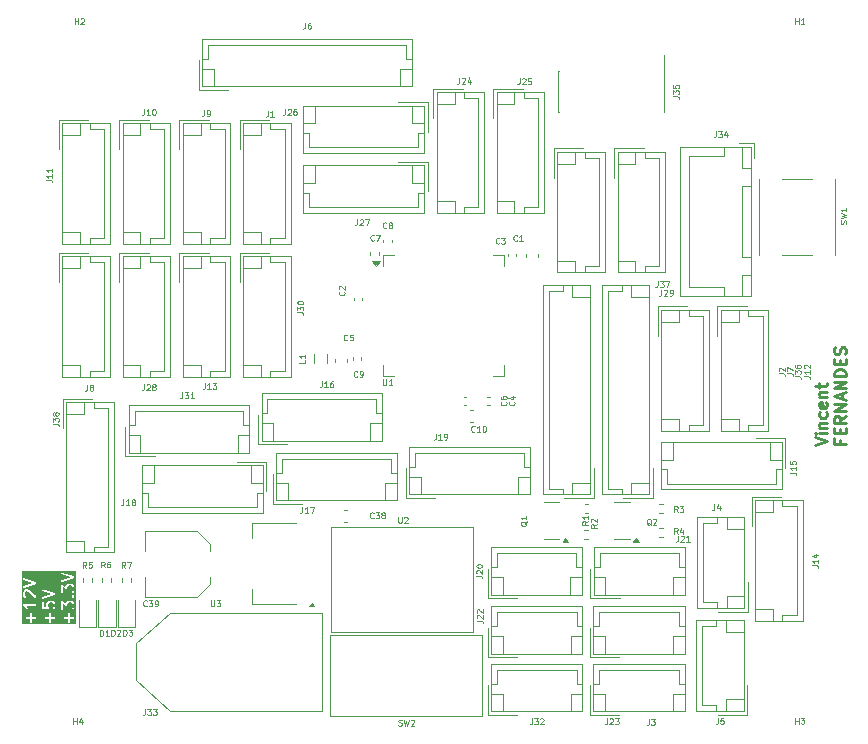
<source format=gbr>
%TF.GenerationSoftware,KiCad,Pcbnew,9.0.0*%
%TF.CreationDate,2025-03-22T22:53:28+01:00*%
%TF.ProjectId,PCB_Aquarium2,5043425f-4171-4756-9172-69756d322e6b,rev?*%
%TF.SameCoordinates,Original*%
%TF.FileFunction,Legend,Top*%
%TF.FilePolarity,Positive*%
%FSLAX46Y46*%
G04 Gerber Fmt 4.6, Leading zero omitted, Abs format (unit mm)*
G04 Created by KiCad (PCBNEW 9.0.0) date 2025-03-22 22:53:28*
%MOMM*%
%LPD*%
G01*
G04 APERTURE LIST*
%ADD10C,0.250000*%
%ADD11C,0.150000*%
%ADD12C,0.125000*%
%ADD13C,0.120000*%
%ADD14C,0.100000*%
G04 APERTURE END LIST*
D10*
X182304675Y-109690288D02*
X183304675Y-109356955D01*
X183304675Y-109356955D02*
X182304675Y-109023622D01*
X183304675Y-108690288D02*
X182638008Y-108690288D01*
X182304675Y-108690288D02*
X182352294Y-108737907D01*
X182352294Y-108737907D02*
X182399913Y-108690288D01*
X182399913Y-108690288D02*
X182352294Y-108642669D01*
X182352294Y-108642669D02*
X182304675Y-108690288D01*
X182304675Y-108690288D02*
X182399913Y-108690288D01*
X182638008Y-108214098D02*
X183304675Y-108214098D01*
X182733246Y-108214098D02*
X182685627Y-108166479D01*
X182685627Y-108166479D02*
X182638008Y-108071241D01*
X182638008Y-108071241D02*
X182638008Y-107928384D01*
X182638008Y-107928384D02*
X182685627Y-107833146D01*
X182685627Y-107833146D02*
X182780865Y-107785527D01*
X182780865Y-107785527D02*
X183304675Y-107785527D01*
X183257056Y-106880765D02*
X183304675Y-106976003D01*
X183304675Y-106976003D02*
X183304675Y-107166479D01*
X183304675Y-107166479D02*
X183257056Y-107261717D01*
X183257056Y-107261717D02*
X183209436Y-107309336D01*
X183209436Y-107309336D02*
X183114198Y-107356955D01*
X183114198Y-107356955D02*
X182828484Y-107356955D01*
X182828484Y-107356955D02*
X182733246Y-107309336D01*
X182733246Y-107309336D02*
X182685627Y-107261717D01*
X182685627Y-107261717D02*
X182638008Y-107166479D01*
X182638008Y-107166479D02*
X182638008Y-106976003D01*
X182638008Y-106976003D02*
X182685627Y-106880765D01*
X183257056Y-106071241D02*
X183304675Y-106166479D01*
X183304675Y-106166479D02*
X183304675Y-106356955D01*
X183304675Y-106356955D02*
X183257056Y-106452193D01*
X183257056Y-106452193D02*
X183161817Y-106499812D01*
X183161817Y-106499812D02*
X182780865Y-106499812D01*
X182780865Y-106499812D02*
X182685627Y-106452193D01*
X182685627Y-106452193D02*
X182638008Y-106356955D01*
X182638008Y-106356955D02*
X182638008Y-106166479D01*
X182638008Y-106166479D02*
X182685627Y-106071241D01*
X182685627Y-106071241D02*
X182780865Y-106023622D01*
X182780865Y-106023622D02*
X182876103Y-106023622D01*
X182876103Y-106023622D02*
X182971341Y-106499812D01*
X182638008Y-105595050D02*
X183304675Y-105595050D01*
X182733246Y-105595050D02*
X182685627Y-105547431D01*
X182685627Y-105547431D02*
X182638008Y-105452193D01*
X182638008Y-105452193D02*
X182638008Y-105309336D01*
X182638008Y-105309336D02*
X182685627Y-105214098D01*
X182685627Y-105214098D02*
X182780865Y-105166479D01*
X182780865Y-105166479D02*
X183304675Y-105166479D01*
X182638008Y-104833145D02*
X182638008Y-104452193D01*
X182304675Y-104690288D02*
X183161817Y-104690288D01*
X183161817Y-104690288D02*
X183257056Y-104642669D01*
X183257056Y-104642669D02*
X183304675Y-104547431D01*
X183304675Y-104547431D02*
X183304675Y-104452193D01*
X184390809Y-109214098D02*
X184390809Y-109547431D01*
X184914619Y-109547431D02*
X183914619Y-109547431D01*
X183914619Y-109547431D02*
X183914619Y-109071241D01*
X184390809Y-108690288D02*
X184390809Y-108356955D01*
X184914619Y-108214098D02*
X184914619Y-108690288D01*
X184914619Y-108690288D02*
X183914619Y-108690288D01*
X183914619Y-108690288D02*
X183914619Y-108214098D01*
X184914619Y-107214098D02*
X184438428Y-107547431D01*
X184914619Y-107785526D02*
X183914619Y-107785526D01*
X183914619Y-107785526D02*
X183914619Y-107404574D01*
X183914619Y-107404574D02*
X183962238Y-107309336D01*
X183962238Y-107309336D02*
X184009857Y-107261717D01*
X184009857Y-107261717D02*
X184105095Y-107214098D01*
X184105095Y-107214098D02*
X184247952Y-107214098D01*
X184247952Y-107214098D02*
X184343190Y-107261717D01*
X184343190Y-107261717D02*
X184390809Y-107309336D01*
X184390809Y-107309336D02*
X184438428Y-107404574D01*
X184438428Y-107404574D02*
X184438428Y-107785526D01*
X184914619Y-106785526D02*
X183914619Y-106785526D01*
X183914619Y-106785526D02*
X184914619Y-106214098D01*
X184914619Y-106214098D02*
X183914619Y-106214098D01*
X184628904Y-105785526D02*
X184628904Y-105309336D01*
X184914619Y-105880764D02*
X183914619Y-105547431D01*
X183914619Y-105547431D02*
X184914619Y-105214098D01*
X184914619Y-104880764D02*
X183914619Y-104880764D01*
X183914619Y-104880764D02*
X184914619Y-104309336D01*
X184914619Y-104309336D02*
X183914619Y-104309336D01*
X184914619Y-103833145D02*
X183914619Y-103833145D01*
X183914619Y-103833145D02*
X183914619Y-103595050D01*
X183914619Y-103595050D02*
X183962238Y-103452193D01*
X183962238Y-103452193D02*
X184057476Y-103356955D01*
X184057476Y-103356955D02*
X184152714Y-103309336D01*
X184152714Y-103309336D02*
X184343190Y-103261717D01*
X184343190Y-103261717D02*
X184486047Y-103261717D01*
X184486047Y-103261717D02*
X184676523Y-103309336D01*
X184676523Y-103309336D02*
X184771761Y-103356955D01*
X184771761Y-103356955D02*
X184867000Y-103452193D01*
X184867000Y-103452193D02*
X184914619Y-103595050D01*
X184914619Y-103595050D02*
X184914619Y-103833145D01*
X184390809Y-102833145D02*
X184390809Y-102499812D01*
X184914619Y-102356955D02*
X184914619Y-102833145D01*
X184914619Y-102833145D02*
X183914619Y-102833145D01*
X183914619Y-102833145D02*
X183914619Y-102356955D01*
X184867000Y-101976002D02*
X184914619Y-101833145D01*
X184914619Y-101833145D02*
X184914619Y-101595050D01*
X184914619Y-101595050D02*
X184867000Y-101499812D01*
X184867000Y-101499812D02*
X184819380Y-101452193D01*
X184819380Y-101452193D02*
X184724142Y-101404574D01*
X184724142Y-101404574D02*
X184628904Y-101404574D01*
X184628904Y-101404574D02*
X184533666Y-101452193D01*
X184533666Y-101452193D02*
X184486047Y-101499812D01*
X184486047Y-101499812D02*
X184438428Y-101595050D01*
X184438428Y-101595050D02*
X184390809Y-101785526D01*
X184390809Y-101785526D02*
X184343190Y-101880764D01*
X184343190Y-101880764D02*
X184295571Y-101928383D01*
X184295571Y-101928383D02*
X184200333Y-101976002D01*
X184200333Y-101976002D02*
X184105095Y-101976002D01*
X184105095Y-101976002D02*
X184009857Y-101928383D01*
X184009857Y-101928383D02*
X183962238Y-101880764D01*
X183962238Y-101880764D02*
X183914619Y-101785526D01*
X183914619Y-101785526D02*
X183914619Y-101547431D01*
X183914619Y-101547431D02*
X183962238Y-101404574D01*
D11*
G36*
X119715930Y-124867890D02*
G01*
X115123820Y-124867890D01*
X115123820Y-124287636D01*
X115474467Y-124287636D01*
X115474467Y-124316900D01*
X115485666Y-124343936D01*
X115506358Y-124364628D01*
X115533394Y-124375827D01*
X115548026Y-124377268D01*
X115853978Y-124377268D01*
X115853978Y-124683220D01*
X115855419Y-124697852D01*
X115866618Y-124724888D01*
X115887310Y-124745580D01*
X115914346Y-124756779D01*
X115943610Y-124756779D01*
X115970646Y-124745580D01*
X115991338Y-124724888D01*
X116002537Y-124697852D01*
X116003978Y-124683220D01*
X116003978Y-124377268D01*
X116309931Y-124377268D01*
X116324563Y-124375827D01*
X116351599Y-124364628D01*
X116372291Y-124343936D01*
X116383490Y-124316900D01*
X116383490Y-124287636D01*
X117084411Y-124287636D01*
X117084411Y-124316900D01*
X117095610Y-124343936D01*
X117116302Y-124364628D01*
X117143338Y-124375827D01*
X117157970Y-124377268D01*
X117463922Y-124377268D01*
X117463922Y-124683220D01*
X117465363Y-124697852D01*
X117476562Y-124724888D01*
X117497254Y-124745580D01*
X117524290Y-124756779D01*
X117553554Y-124756779D01*
X117580590Y-124745580D01*
X117601282Y-124724888D01*
X117612481Y-124697852D01*
X117613922Y-124683220D01*
X117613922Y-124377268D01*
X117919875Y-124377268D01*
X117934507Y-124375827D01*
X117961543Y-124364628D01*
X117982235Y-124343936D01*
X117993434Y-124316900D01*
X117993434Y-124287636D01*
X118694355Y-124287636D01*
X118694355Y-124316900D01*
X118705554Y-124343936D01*
X118726246Y-124364628D01*
X118753282Y-124375827D01*
X118767914Y-124377268D01*
X119073866Y-124377268D01*
X119073866Y-124683220D01*
X119075307Y-124697852D01*
X119086506Y-124724888D01*
X119107198Y-124745580D01*
X119134234Y-124756779D01*
X119163498Y-124756779D01*
X119190534Y-124745580D01*
X119211226Y-124724888D01*
X119222425Y-124697852D01*
X119223866Y-124683220D01*
X119223866Y-124377268D01*
X119529819Y-124377268D01*
X119544451Y-124375827D01*
X119571487Y-124364628D01*
X119592179Y-124343936D01*
X119603378Y-124316900D01*
X119603378Y-124287636D01*
X119592179Y-124260600D01*
X119571487Y-124239908D01*
X119544451Y-124228709D01*
X119529819Y-124227268D01*
X119223866Y-124227268D01*
X119223866Y-123921316D01*
X119222425Y-123906684D01*
X119211226Y-123879648D01*
X119190534Y-123858956D01*
X119163498Y-123847757D01*
X119134234Y-123847757D01*
X119107198Y-123858956D01*
X119086506Y-123879648D01*
X119075307Y-123906684D01*
X119073866Y-123921316D01*
X119073866Y-124227268D01*
X118767914Y-124227268D01*
X118753282Y-124228709D01*
X118726246Y-124239908D01*
X118705554Y-124260600D01*
X118694355Y-124287636D01*
X117993434Y-124287636D01*
X117982235Y-124260600D01*
X117961543Y-124239908D01*
X117934507Y-124228709D01*
X117919875Y-124227268D01*
X117613922Y-124227268D01*
X117613922Y-123921316D01*
X117612481Y-123906684D01*
X117601282Y-123879648D01*
X117580590Y-123858956D01*
X117553554Y-123847757D01*
X117524290Y-123847757D01*
X117497254Y-123858956D01*
X117476562Y-123879648D01*
X117465363Y-123906684D01*
X117463922Y-123921316D01*
X117463922Y-124227268D01*
X117157970Y-124227268D01*
X117143338Y-124228709D01*
X117116302Y-124239908D01*
X117095610Y-124260600D01*
X117084411Y-124287636D01*
X116383490Y-124287636D01*
X116372291Y-124260600D01*
X116351599Y-124239908D01*
X116324563Y-124228709D01*
X116309931Y-124227268D01*
X116003978Y-124227268D01*
X116003978Y-123921316D01*
X116002537Y-123906684D01*
X115991338Y-123879648D01*
X115970646Y-123858956D01*
X115943610Y-123847757D01*
X115914346Y-123847757D01*
X115887310Y-123858956D01*
X115866618Y-123879648D01*
X115855419Y-123906684D01*
X115853978Y-123921316D01*
X115853978Y-124227268D01*
X115548026Y-124227268D01*
X115533394Y-124228709D01*
X115506358Y-124239908D01*
X115485666Y-124260600D01*
X115474467Y-124287636D01*
X115123820Y-124287636D01*
X115123820Y-123207109D01*
X115234931Y-123207109D01*
X115236372Y-123214313D01*
X115236372Y-123221662D01*
X115239213Y-123228522D01*
X115240670Y-123235803D01*
X115244758Y-123241908D01*
X115247571Y-123248698D01*
X115252821Y-123253948D01*
X115256953Y-123260118D01*
X115268211Y-123269338D01*
X115268263Y-123269390D01*
X115268285Y-123269399D01*
X115268328Y-123269434D01*
X115405006Y-123360552D01*
X115486387Y-123441933D01*
X115528563Y-123526285D01*
X115536395Y-123538728D01*
X115558503Y-123557901D01*
X115586264Y-123567155D01*
X115615454Y-123565081D01*
X115641629Y-123551993D01*
X115660802Y-123529886D01*
X115670056Y-123502124D01*
X115667982Y-123472934D01*
X115662727Y-123459203D01*
X115615108Y-123363965D01*
X115611145Y-123357670D01*
X115610387Y-123355838D01*
X115608695Y-123353776D01*
X115607276Y-123351522D01*
X115605779Y-123350223D01*
X115601059Y-123344473D01*
X115538616Y-123282030D01*
X116234931Y-123282030D01*
X116234931Y-123492744D01*
X116236372Y-123507376D01*
X116247571Y-123534412D01*
X116268263Y-123555104D01*
X116295299Y-123566303D01*
X116324563Y-123566303D01*
X116351599Y-123555104D01*
X116372291Y-123534412D01*
X116383490Y-123507376D01*
X116384931Y-123492744D01*
X116384931Y-122968935D01*
X116844875Y-122968935D01*
X116844875Y-123445125D01*
X116845407Y-123450536D01*
X116845225Y-123452365D01*
X116845763Y-123454151D01*
X116846316Y-123459757D01*
X116850510Y-123469883D01*
X116853678Y-123480381D01*
X116856069Y-123483304D01*
X116857515Y-123486793D01*
X116865268Y-123494546D01*
X116872209Y-123503029D01*
X116875535Y-123504813D01*
X116878207Y-123507485D01*
X116888336Y-123511680D01*
X116897996Y-123516863D01*
X116903520Y-123517970D01*
X116905243Y-123518684D01*
X116907080Y-123518684D01*
X116912412Y-123519753D01*
X117388602Y-123567372D01*
X117403305Y-123567394D01*
X117406921Y-123566303D01*
X117410696Y-123566303D01*
X117420820Y-123562109D01*
X117431321Y-123558941D01*
X117434245Y-123556548D01*
X117437732Y-123555104D01*
X117445480Y-123547355D01*
X117453969Y-123540410D01*
X117455754Y-123537081D01*
X117458425Y-123534411D01*
X117462618Y-123524286D01*
X117467803Y-123514623D01*
X117468178Y-123510863D01*
X117469624Y-123507375D01*
X117469624Y-123496413D01*
X117470715Y-123485504D01*
X117469624Y-123481888D01*
X117469624Y-123478112D01*
X117465429Y-123467985D01*
X117462262Y-123457488D01*
X117459870Y-123454564D01*
X117458425Y-123451076D01*
X117449098Y-123439711D01*
X117410085Y-123400698D01*
X117375827Y-123332182D01*
X117375827Y-123129497D01*
X117410085Y-123060981D01*
X117440492Y-123030574D01*
X117509008Y-122996316D01*
X117711693Y-122996316D01*
X117780209Y-123030574D01*
X117810617Y-123060981D01*
X117844875Y-123129497D01*
X117844875Y-123332182D01*
X117810617Y-123400697D01*
X117771604Y-123439710D01*
X117762276Y-123451076D01*
X117751077Y-123478112D01*
X117751077Y-123507375D01*
X117762275Y-123534411D01*
X117782968Y-123555104D01*
X117810004Y-123566303D01*
X117839267Y-123566303D01*
X117866303Y-123555105D01*
X117877668Y-123545778D01*
X117925288Y-123498159D01*
X117930006Y-123492409D01*
X117931506Y-123491109D01*
X117932928Y-123488849D01*
X117934616Y-123486793D01*
X117935373Y-123484965D01*
X117939338Y-123478666D01*
X117986957Y-123383428D01*
X117992212Y-123369697D01*
X117992403Y-123367007D01*
X117993434Y-123364519D01*
X117994875Y-123349887D01*
X117994875Y-123111792D01*
X117993434Y-123097160D01*
X117992403Y-123094671D01*
X117992212Y-123091982D01*
X117986957Y-123078251D01*
X117939338Y-122983013D01*
X117935373Y-122976713D01*
X117934616Y-122974886D01*
X117932928Y-122972829D01*
X117931506Y-122970570D01*
X117930006Y-122969269D01*
X117925288Y-122963520D01*
X117883083Y-122921316D01*
X118454819Y-122921316D01*
X118454819Y-123540363D01*
X118456260Y-123554995D01*
X118467459Y-123582031D01*
X118488151Y-123602723D01*
X118515187Y-123613922D01*
X118544451Y-123613922D01*
X118571487Y-123602723D01*
X118592179Y-123582031D01*
X118603378Y-123554995D01*
X118604819Y-123540363D01*
X118604819Y-123086598D01*
X118861383Y-123311092D01*
X118867707Y-123315613D01*
X118869103Y-123317009D01*
X118870426Y-123317557D01*
X118873344Y-123319643D01*
X118884881Y-123323544D01*
X118896139Y-123328208D01*
X118898670Y-123328208D01*
X118901065Y-123329018D01*
X118913218Y-123328208D01*
X118925403Y-123328208D01*
X118927739Y-123327240D01*
X118930263Y-123327072D01*
X118941188Y-123321669D01*
X118952439Y-123317009D01*
X118954225Y-123315222D01*
X118956495Y-123314100D01*
X118964520Y-123304927D01*
X118973131Y-123296317D01*
X118974099Y-123293980D01*
X118975765Y-123292076D01*
X118979666Y-123280538D01*
X118984330Y-123269281D01*
X118984681Y-123265710D01*
X118985140Y-123264355D01*
X118985008Y-123262387D01*
X118985771Y-123254649D01*
X118985771Y-123129497D01*
X119020029Y-123060981D01*
X119050436Y-123030574D01*
X119118952Y-122996316D01*
X119321637Y-122996316D01*
X119390153Y-123030574D01*
X119420561Y-123060981D01*
X119454819Y-123129497D01*
X119454819Y-123379801D01*
X119420561Y-123448316D01*
X119381548Y-123487329D01*
X119372220Y-123498695D01*
X119361021Y-123525731D01*
X119361021Y-123554994D01*
X119372219Y-123582030D01*
X119392912Y-123602723D01*
X119419948Y-123613922D01*
X119449211Y-123613922D01*
X119476247Y-123602724D01*
X119487612Y-123593397D01*
X119535232Y-123545778D01*
X119539950Y-123540028D01*
X119541450Y-123538728D01*
X119542872Y-123536468D01*
X119544560Y-123534412D01*
X119545317Y-123532584D01*
X119549282Y-123526285D01*
X119596901Y-123431047D01*
X119602156Y-123417316D01*
X119602347Y-123414626D01*
X119603378Y-123412138D01*
X119604819Y-123397506D01*
X119604819Y-123111792D01*
X119603378Y-123097160D01*
X119602347Y-123094671D01*
X119602156Y-123091982D01*
X119596901Y-123078251D01*
X119549282Y-122983013D01*
X119545317Y-122976713D01*
X119544560Y-122974886D01*
X119542872Y-122972829D01*
X119541450Y-122970570D01*
X119539950Y-122969269D01*
X119535232Y-122963520D01*
X119487612Y-122915901D01*
X119481863Y-122911183D01*
X119480564Y-122909685D01*
X119478305Y-122908263D01*
X119476247Y-122906574D01*
X119474417Y-122905816D01*
X119468121Y-122901853D01*
X119372883Y-122854234D01*
X119359151Y-122848979D01*
X119356463Y-122848788D01*
X119353974Y-122847757D01*
X119339342Y-122846316D01*
X119101247Y-122846316D01*
X119086615Y-122847757D01*
X119084126Y-122848787D01*
X119081437Y-122848979D01*
X119067706Y-122854234D01*
X118972468Y-122901853D01*
X118966168Y-122905817D01*
X118964341Y-122906575D01*
X118962284Y-122908263D01*
X118960025Y-122909685D01*
X118958725Y-122911183D01*
X118952976Y-122915902D01*
X118905357Y-122963521D01*
X118900638Y-122969270D01*
X118899140Y-122970570D01*
X118897718Y-122972829D01*
X118896030Y-122974886D01*
X118895272Y-122976713D01*
X118891308Y-122983013D01*
X118843689Y-123078251D01*
X118838516Y-123091768D01*
X118579207Y-122864873D01*
X118572882Y-122860351D01*
X118571487Y-122858956D01*
X118570163Y-122858407D01*
X118567246Y-122856322D01*
X118555708Y-122852420D01*
X118544451Y-122847757D01*
X118541920Y-122847757D01*
X118539525Y-122846947D01*
X118527372Y-122847757D01*
X118515187Y-122847757D01*
X118512850Y-122848724D01*
X118510327Y-122848893D01*
X118499401Y-122854295D01*
X118488151Y-122858956D01*
X118486364Y-122860742D01*
X118484095Y-122861865D01*
X118476069Y-122871037D01*
X118467459Y-122879648D01*
X118466490Y-122881984D01*
X118464825Y-122883889D01*
X118460923Y-122895426D01*
X118456260Y-122906684D01*
X118455908Y-122910254D01*
X118455450Y-122911610D01*
X118455581Y-122913577D01*
X118454819Y-122921316D01*
X117883083Y-122921316D01*
X117877668Y-122915901D01*
X117871919Y-122911183D01*
X117870620Y-122909685D01*
X117868361Y-122908263D01*
X117866303Y-122906574D01*
X117864473Y-122905816D01*
X117858177Y-122901853D01*
X117762939Y-122854234D01*
X117749207Y-122848979D01*
X117746519Y-122848788D01*
X117744030Y-122847757D01*
X117729398Y-122846316D01*
X117491303Y-122846316D01*
X117476671Y-122847757D01*
X117474182Y-122848787D01*
X117471493Y-122848979D01*
X117457762Y-122854234D01*
X117362524Y-122901853D01*
X117356224Y-122905817D01*
X117354397Y-122906575D01*
X117352340Y-122908263D01*
X117350081Y-122909685D01*
X117348781Y-122911183D01*
X117343032Y-122915902D01*
X117295413Y-122963521D01*
X117290694Y-122969270D01*
X117289196Y-122970570D01*
X117287774Y-122972829D01*
X117286086Y-122974886D01*
X117285328Y-122976713D01*
X117281364Y-122983013D01*
X117233745Y-123078251D01*
X117228490Y-123091983D01*
X117228299Y-123094670D01*
X117227268Y-123097160D01*
X117225827Y-123111792D01*
X117225827Y-123349887D01*
X117227268Y-123364519D01*
X117228299Y-123367008D01*
X117228490Y-123369696D01*
X117233745Y-123383428D01*
X117243065Y-123402069D01*
X116994875Y-123377250D01*
X116994875Y-122968935D01*
X116993434Y-122954303D01*
X116982235Y-122927267D01*
X116961543Y-122906575D01*
X116934507Y-122895376D01*
X116905243Y-122895376D01*
X116878207Y-122906575D01*
X116857515Y-122927267D01*
X116846316Y-122954303D01*
X116844875Y-122968935D01*
X116384931Y-122968935D01*
X116384931Y-122921316D01*
X116383490Y-122906684D01*
X116372291Y-122879648D01*
X116351599Y-122858956D01*
X116324563Y-122847757D01*
X116295299Y-122847757D01*
X116268263Y-122858956D01*
X116247571Y-122879648D01*
X116236372Y-122906684D01*
X116234931Y-122921316D01*
X116234931Y-123132030D01*
X115309931Y-123132030D01*
X115309878Y-123132035D01*
X115309852Y-123132030D01*
X115309775Y-123132045D01*
X115295299Y-123133471D01*
X115288438Y-123136312D01*
X115281158Y-123137769D01*
X115275052Y-123141857D01*
X115268263Y-123144670D01*
X115263012Y-123149920D01*
X115256843Y-123154052D01*
X115252766Y-123160166D01*
X115247571Y-123165362D01*
X115244729Y-123172222D01*
X115240610Y-123178401D01*
X115239184Y-123185609D01*
X115236372Y-123192398D01*
X115236372Y-123199824D01*
X115234931Y-123207109D01*
X115123820Y-123207109D01*
X115123820Y-122159411D01*
X115234931Y-122159411D01*
X115234931Y-122397506D01*
X115236372Y-122412138D01*
X115237403Y-122414627D01*
X115237594Y-122417315D01*
X115242849Y-122431047D01*
X115290468Y-122526285D01*
X115294432Y-122532584D01*
X115295190Y-122534412D01*
X115296878Y-122536468D01*
X115298300Y-122538728D01*
X115299798Y-122540027D01*
X115304517Y-122545777D01*
X115352136Y-122593396D01*
X115363501Y-122602723D01*
X115390537Y-122613922D01*
X115419800Y-122613922D01*
X115446836Y-122602723D01*
X115467529Y-122582030D01*
X115478728Y-122554994D01*
X115478728Y-122525731D01*
X115467529Y-122498695D01*
X115458202Y-122487330D01*
X115419189Y-122448317D01*
X115384931Y-122379801D01*
X115384931Y-122177116D01*
X115419189Y-122108600D01*
X115449596Y-122078193D01*
X115518112Y-122043935D01*
X115583475Y-122043935D01*
X115697988Y-122082106D01*
X116256898Y-122641015D01*
X116268263Y-122650343D01*
X116287380Y-122658261D01*
X116295299Y-122661541D01*
X116295300Y-122661541D01*
X116324563Y-122661541D01*
X116351599Y-122650342D01*
X116372292Y-122629650D01*
X116383444Y-122602724D01*
X116383490Y-122602614D01*
X116384931Y-122587982D01*
X116384931Y-121968935D01*
X116384007Y-121959555D01*
X116845464Y-121959555D01*
X116847539Y-121988745D01*
X116860625Y-122014918D01*
X116882732Y-122034092D01*
X116896158Y-122040086D01*
X117682704Y-122302268D01*
X116896158Y-122564450D01*
X116882732Y-122570444D01*
X116860625Y-122589618D01*
X116847539Y-122615791D01*
X116845464Y-122644981D01*
X116854718Y-122672744D01*
X116873892Y-122694851D01*
X116900065Y-122707937D01*
X116929255Y-122710012D01*
X116943592Y-122706752D01*
X117629513Y-122478112D01*
X119361021Y-122478112D01*
X119361021Y-122507375D01*
X119372219Y-122534411D01*
X119372220Y-122534412D01*
X119381548Y-122545778D01*
X119429167Y-122593396D01*
X119440533Y-122602724D01*
X119467569Y-122613922D01*
X119496832Y-122613922D01*
X119523868Y-122602723D01*
X119535233Y-122593396D01*
X119582852Y-122545777D01*
X119592179Y-122534412D01*
X119603378Y-122507376D01*
X119603378Y-122478113D01*
X119595775Y-122459757D01*
X119592179Y-122451076D01*
X119582852Y-122439711D01*
X119535233Y-122392092D01*
X119523868Y-122382765D01*
X119523866Y-122382764D01*
X119496832Y-122371566D01*
X119467569Y-122371566D01*
X119440533Y-122382764D01*
X119429167Y-122392092D01*
X119381548Y-122439710D01*
X119372220Y-122451076D01*
X119372219Y-122451077D01*
X119368624Y-122459757D01*
X119361021Y-122478112D01*
X117629513Y-122478112D01*
X117943592Y-122373419D01*
X117957017Y-122367425D01*
X117961064Y-122363914D01*
X117965858Y-122361518D01*
X117972022Y-122354410D01*
X117979124Y-122348251D01*
X117981519Y-122343459D01*
X117985032Y-122339410D01*
X117988006Y-122330487D01*
X117992211Y-122322078D01*
X117992590Y-122316733D01*
X117994286Y-122311648D01*
X117993619Y-122302268D01*
X117994286Y-122292888D01*
X117992590Y-122287802D01*
X117992211Y-122282458D01*
X117988006Y-122274048D01*
X117985032Y-122265126D01*
X117981519Y-122261076D01*
X117979124Y-122256285D01*
X117972022Y-122250125D01*
X117965858Y-122243018D01*
X117961064Y-122240621D01*
X117957017Y-122237111D01*
X117943592Y-122231117D01*
X116943592Y-121897784D01*
X116929255Y-121894524D01*
X116900065Y-121896599D01*
X116873892Y-121909685D01*
X116854718Y-121931792D01*
X116845464Y-121959555D01*
X116384007Y-121959555D01*
X116383490Y-121954303D01*
X116372291Y-121927267D01*
X116351599Y-121906575D01*
X116324563Y-121895376D01*
X116295299Y-121895376D01*
X116268263Y-121906575D01*
X116247571Y-121927267D01*
X116236372Y-121954303D01*
X116234931Y-121968935D01*
X116234931Y-122406916D01*
X115791535Y-121963521D01*
X115780170Y-121954194D01*
X115777679Y-121953162D01*
X115775644Y-121951397D01*
X115762219Y-121945403D01*
X115619362Y-121897784D01*
X115612108Y-121896134D01*
X115610277Y-121895376D01*
X115607622Y-121895114D01*
X115605025Y-121894524D01*
X115603050Y-121894664D01*
X115595645Y-121893935D01*
X115500407Y-121893935D01*
X115485775Y-121895376D01*
X115483286Y-121896406D01*
X115480597Y-121896598D01*
X115466866Y-121901853D01*
X115371628Y-121949472D01*
X115365328Y-121953436D01*
X115363501Y-121954194D01*
X115361444Y-121955882D01*
X115359185Y-121957304D01*
X115357885Y-121958802D01*
X115352136Y-121963521D01*
X115304517Y-122011140D01*
X115299798Y-122016889D01*
X115298300Y-122018189D01*
X115296878Y-122020448D01*
X115295190Y-122022505D01*
X115294432Y-122024332D01*
X115290468Y-122030632D01*
X115242849Y-122125870D01*
X115237594Y-122139602D01*
X115237403Y-122142289D01*
X115236372Y-122144779D01*
X115234931Y-122159411D01*
X115123820Y-122159411D01*
X115123820Y-121007174D01*
X115235520Y-121007174D01*
X115237595Y-121036364D01*
X115250681Y-121062537D01*
X115272788Y-121081711D01*
X115286214Y-121087705D01*
X116072760Y-121349887D01*
X115286214Y-121612069D01*
X115272788Y-121618063D01*
X115250681Y-121637237D01*
X115237595Y-121663410D01*
X115235520Y-121692600D01*
X115244774Y-121720363D01*
X115263948Y-121742470D01*
X115290121Y-121755556D01*
X115319311Y-121757631D01*
X115333648Y-121754371D01*
X116118527Y-121492745D01*
X118454819Y-121492745D01*
X118454819Y-122111792D01*
X118456260Y-122126424D01*
X118467459Y-122153460D01*
X118488151Y-122174152D01*
X118515187Y-122185351D01*
X118544451Y-122185351D01*
X118571487Y-122174152D01*
X118592179Y-122153460D01*
X118603378Y-122126424D01*
X118604819Y-122111792D01*
X118604819Y-121658027D01*
X118861383Y-121882521D01*
X118867707Y-121887042D01*
X118869103Y-121888438D01*
X118870426Y-121888986D01*
X118873344Y-121891072D01*
X118884881Y-121894973D01*
X118896139Y-121899637D01*
X118898670Y-121899637D01*
X118901065Y-121900447D01*
X118913218Y-121899637D01*
X118925403Y-121899637D01*
X118927739Y-121898669D01*
X118930263Y-121898501D01*
X118941188Y-121893098D01*
X118952439Y-121888438D01*
X118954225Y-121886651D01*
X118956495Y-121885529D01*
X118964520Y-121876356D01*
X118973131Y-121867746D01*
X118974099Y-121865409D01*
X118975765Y-121863505D01*
X118979666Y-121851967D01*
X118984330Y-121840710D01*
X118984681Y-121837139D01*
X118985140Y-121835784D01*
X118985008Y-121833816D01*
X118985771Y-121826078D01*
X118985771Y-121700926D01*
X119020029Y-121632410D01*
X119050436Y-121602003D01*
X119118952Y-121567745D01*
X119321637Y-121567745D01*
X119390153Y-121602003D01*
X119420561Y-121632410D01*
X119454819Y-121700926D01*
X119454819Y-121951230D01*
X119420561Y-122019745D01*
X119381548Y-122058758D01*
X119372220Y-122070124D01*
X119361021Y-122097160D01*
X119361021Y-122126423D01*
X119372219Y-122153459D01*
X119392912Y-122174152D01*
X119419948Y-122185351D01*
X119449211Y-122185351D01*
X119476247Y-122174153D01*
X119487612Y-122164826D01*
X119535232Y-122117207D01*
X119539950Y-122111457D01*
X119541450Y-122110157D01*
X119542872Y-122107897D01*
X119544560Y-122105841D01*
X119545317Y-122104013D01*
X119549282Y-122097714D01*
X119596901Y-122002476D01*
X119602156Y-121988745D01*
X119602347Y-121986055D01*
X119603378Y-121983567D01*
X119604819Y-121968935D01*
X119604819Y-121683221D01*
X119603378Y-121668589D01*
X119602347Y-121666100D01*
X119602156Y-121663411D01*
X119596901Y-121649680D01*
X119549282Y-121554442D01*
X119545317Y-121548142D01*
X119544560Y-121546315D01*
X119542872Y-121544258D01*
X119541450Y-121541999D01*
X119539950Y-121540698D01*
X119535232Y-121534949D01*
X119487612Y-121487330D01*
X119481863Y-121482612D01*
X119480564Y-121481114D01*
X119478305Y-121479692D01*
X119476247Y-121478003D01*
X119474417Y-121477245D01*
X119468121Y-121473282D01*
X119372883Y-121425663D01*
X119359151Y-121420408D01*
X119356463Y-121420217D01*
X119353974Y-121419186D01*
X119339342Y-121417745D01*
X119101247Y-121417745D01*
X119086615Y-121419186D01*
X119084126Y-121420216D01*
X119081437Y-121420408D01*
X119067706Y-121425663D01*
X118972468Y-121473282D01*
X118966168Y-121477246D01*
X118964341Y-121478004D01*
X118962284Y-121479692D01*
X118960025Y-121481114D01*
X118958725Y-121482612D01*
X118952976Y-121487331D01*
X118905357Y-121534950D01*
X118900638Y-121540699D01*
X118899140Y-121541999D01*
X118897718Y-121544258D01*
X118896030Y-121546315D01*
X118895272Y-121548142D01*
X118891308Y-121554442D01*
X118843689Y-121649680D01*
X118838516Y-121663197D01*
X118579207Y-121436302D01*
X118572882Y-121431780D01*
X118571487Y-121430385D01*
X118570163Y-121429836D01*
X118567246Y-121427751D01*
X118555708Y-121423849D01*
X118544451Y-121419186D01*
X118541920Y-121419186D01*
X118539525Y-121418376D01*
X118527372Y-121419186D01*
X118515187Y-121419186D01*
X118512850Y-121420153D01*
X118510327Y-121420322D01*
X118499401Y-121425724D01*
X118488151Y-121430385D01*
X118486364Y-121432171D01*
X118484095Y-121433294D01*
X118476069Y-121442466D01*
X118467459Y-121451077D01*
X118466490Y-121453413D01*
X118464825Y-121455318D01*
X118460923Y-121466855D01*
X118456260Y-121478113D01*
X118455908Y-121481683D01*
X118455450Y-121483039D01*
X118455581Y-121485006D01*
X118454819Y-121492745D01*
X116118527Y-121492745D01*
X116333648Y-121421038D01*
X116347073Y-121415044D01*
X116351120Y-121411533D01*
X116355914Y-121409137D01*
X116362078Y-121402029D01*
X116369180Y-121395870D01*
X116371575Y-121391078D01*
X116375088Y-121387029D01*
X116378062Y-121378106D01*
X116382267Y-121369697D01*
X116382646Y-121364352D01*
X116384342Y-121359267D01*
X116383675Y-121349887D01*
X116384342Y-121340507D01*
X116382646Y-121335421D01*
X116382267Y-121330077D01*
X116378062Y-121321667D01*
X116375088Y-121312745D01*
X116371575Y-121308695D01*
X116369180Y-121303904D01*
X116362078Y-121297744D01*
X116355914Y-121290637D01*
X116351120Y-121288240D01*
X116347073Y-121284730D01*
X116333648Y-121278736D01*
X115333648Y-120945403D01*
X115319311Y-120942143D01*
X115290121Y-120944218D01*
X115263948Y-120957304D01*
X115244774Y-120979411D01*
X115235520Y-121007174D01*
X115123820Y-121007174D01*
X115123820Y-120530984D01*
X118455408Y-120530984D01*
X118457483Y-120560174D01*
X118470569Y-120586347D01*
X118492676Y-120605521D01*
X118506102Y-120611515D01*
X119292648Y-120873697D01*
X118506102Y-121135879D01*
X118492676Y-121141873D01*
X118470569Y-121161047D01*
X118457483Y-121187220D01*
X118455408Y-121216410D01*
X118464662Y-121244173D01*
X118483836Y-121266280D01*
X118510009Y-121279366D01*
X118539199Y-121281441D01*
X118553536Y-121278181D01*
X119553536Y-120944848D01*
X119566961Y-120938854D01*
X119571008Y-120935343D01*
X119575802Y-120932947D01*
X119581966Y-120925839D01*
X119589068Y-120919680D01*
X119591463Y-120914888D01*
X119594976Y-120910839D01*
X119597950Y-120901916D01*
X119602155Y-120893507D01*
X119602534Y-120888162D01*
X119604230Y-120883077D01*
X119603563Y-120873697D01*
X119604230Y-120864317D01*
X119602534Y-120859231D01*
X119602155Y-120853887D01*
X119597950Y-120845477D01*
X119594976Y-120836555D01*
X119591463Y-120832505D01*
X119589068Y-120827714D01*
X119581966Y-120821554D01*
X119575802Y-120814447D01*
X119571008Y-120812050D01*
X119566961Y-120808540D01*
X119553536Y-120802546D01*
X118553536Y-120469213D01*
X118539199Y-120465953D01*
X118510009Y-120468028D01*
X118483836Y-120481114D01*
X118464662Y-120503221D01*
X118455408Y-120530984D01*
X115123820Y-120530984D01*
X115123820Y-120354842D01*
X119715930Y-120354842D01*
X119715930Y-124867890D01*
G37*
D12*
X173925238Y-83114809D02*
X173925238Y-83471952D01*
X173925238Y-83471952D02*
X173901429Y-83543380D01*
X173901429Y-83543380D02*
X173853810Y-83591000D01*
X173853810Y-83591000D02*
X173782381Y-83614809D01*
X173782381Y-83614809D02*
X173734762Y-83614809D01*
X174115714Y-83114809D02*
X174425238Y-83114809D01*
X174425238Y-83114809D02*
X174258571Y-83305285D01*
X174258571Y-83305285D02*
X174330000Y-83305285D01*
X174330000Y-83305285D02*
X174377619Y-83329095D01*
X174377619Y-83329095D02*
X174401428Y-83352904D01*
X174401428Y-83352904D02*
X174425238Y-83400523D01*
X174425238Y-83400523D02*
X174425238Y-83519571D01*
X174425238Y-83519571D02*
X174401428Y-83567190D01*
X174401428Y-83567190D02*
X174377619Y-83591000D01*
X174377619Y-83591000D02*
X174330000Y-83614809D01*
X174330000Y-83614809D02*
X174187143Y-83614809D01*
X174187143Y-83614809D02*
X174139524Y-83591000D01*
X174139524Y-83591000D02*
X174115714Y-83567190D01*
X174853809Y-83281476D02*
X174853809Y-83614809D01*
X174734761Y-83091000D02*
X174615714Y-83448142D01*
X174615714Y-83448142D02*
X174925237Y-83448142D01*
X117754809Y-107874761D02*
X118111952Y-107874761D01*
X118111952Y-107874761D02*
X118183380Y-107898570D01*
X118183380Y-107898570D02*
X118231000Y-107946189D01*
X118231000Y-107946189D02*
X118254809Y-108017618D01*
X118254809Y-108017618D02*
X118254809Y-108065237D01*
X117754809Y-107684285D02*
X117754809Y-107374761D01*
X117754809Y-107374761D02*
X117945285Y-107541428D01*
X117945285Y-107541428D02*
X117945285Y-107469999D01*
X117945285Y-107469999D02*
X117969095Y-107422380D01*
X117969095Y-107422380D02*
X117992904Y-107398571D01*
X117992904Y-107398571D02*
X118040523Y-107374761D01*
X118040523Y-107374761D02*
X118159571Y-107374761D01*
X118159571Y-107374761D02*
X118207190Y-107398571D01*
X118207190Y-107398571D02*
X118231000Y-107422380D01*
X118231000Y-107422380D02*
X118254809Y-107469999D01*
X118254809Y-107469999D02*
X118254809Y-107612856D01*
X118254809Y-107612856D02*
X118231000Y-107660475D01*
X118231000Y-107660475D02*
X118207190Y-107684285D01*
X117969095Y-107089047D02*
X117945285Y-107136666D01*
X117945285Y-107136666D02*
X117921476Y-107160476D01*
X117921476Y-107160476D02*
X117873857Y-107184285D01*
X117873857Y-107184285D02*
X117850047Y-107184285D01*
X117850047Y-107184285D02*
X117802428Y-107160476D01*
X117802428Y-107160476D02*
X117778619Y-107136666D01*
X117778619Y-107136666D02*
X117754809Y-107089047D01*
X117754809Y-107089047D02*
X117754809Y-106993809D01*
X117754809Y-106993809D02*
X117778619Y-106946190D01*
X117778619Y-106946190D02*
X117802428Y-106922381D01*
X117802428Y-106922381D02*
X117850047Y-106898571D01*
X117850047Y-106898571D02*
X117873857Y-106898571D01*
X117873857Y-106898571D02*
X117921476Y-106922381D01*
X117921476Y-106922381D02*
X117945285Y-106946190D01*
X117945285Y-106946190D02*
X117969095Y-106993809D01*
X117969095Y-106993809D02*
X117969095Y-107089047D01*
X117969095Y-107089047D02*
X117992904Y-107136666D01*
X117992904Y-107136666D02*
X118016714Y-107160476D01*
X118016714Y-107160476D02*
X118064333Y-107184285D01*
X118064333Y-107184285D02*
X118159571Y-107184285D01*
X118159571Y-107184285D02*
X118207190Y-107160476D01*
X118207190Y-107160476D02*
X118231000Y-107136666D01*
X118231000Y-107136666D02*
X118254809Y-107089047D01*
X118254809Y-107089047D02*
X118254809Y-106993809D01*
X118254809Y-106993809D02*
X118231000Y-106946190D01*
X118231000Y-106946190D02*
X118207190Y-106922381D01*
X118207190Y-106922381D02*
X118159571Y-106898571D01*
X118159571Y-106898571D02*
X118064333Y-106898571D01*
X118064333Y-106898571D02*
X118016714Y-106922381D01*
X118016714Y-106922381D02*
X117992904Y-106946190D01*
X117992904Y-106946190D02*
X117969095Y-106993809D01*
X157076666Y-92347190D02*
X157052857Y-92371000D01*
X157052857Y-92371000D02*
X156981428Y-92394809D01*
X156981428Y-92394809D02*
X156933809Y-92394809D01*
X156933809Y-92394809D02*
X156862381Y-92371000D01*
X156862381Y-92371000D02*
X156814762Y-92323380D01*
X156814762Y-92323380D02*
X156790952Y-92275761D01*
X156790952Y-92275761D02*
X156767143Y-92180523D01*
X156767143Y-92180523D02*
X156767143Y-92109095D01*
X156767143Y-92109095D02*
X156790952Y-92013857D01*
X156790952Y-92013857D02*
X156814762Y-91966238D01*
X156814762Y-91966238D02*
X156862381Y-91918619D01*
X156862381Y-91918619D02*
X156933809Y-91894809D01*
X156933809Y-91894809D02*
X156981428Y-91894809D01*
X156981428Y-91894809D02*
X157052857Y-91918619D01*
X157052857Y-91918619D02*
X157076666Y-91942428D01*
X157552857Y-92394809D02*
X157267143Y-92394809D01*
X157410000Y-92394809D02*
X157410000Y-91894809D01*
X157410000Y-91894809D02*
X157362381Y-91966238D01*
X157362381Y-91966238D02*
X157314762Y-92013857D01*
X157314762Y-92013857D02*
X157267143Y-92037666D01*
X117224809Y-87254761D02*
X117581952Y-87254761D01*
X117581952Y-87254761D02*
X117653380Y-87278570D01*
X117653380Y-87278570D02*
X117701000Y-87326189D01*
X117701000Y-87326189D02*
X117724809Y-87397618D01*
X117724809Y-87397618D02*
X117724809Y-87445237D01*
X117724809Y-86754761D02*
X117724809Y-87040475D01*
X117724809Y-86897618D02*
X117224809Y-86897618D01*
X117224809Y-86897618D02*
X117296238Y-86945237D01*
X117296238Y-86945237D02*
X117343857Y-86992856D01*
X117343857Y-86992856D02*
X117367666Y-87040475D01*
X117724809Y-86278571D02*
X117724809Y-86564285D01*
X117724809Y-86421428D02*
X117224809Y-86421428D01*
X117224809Y-86421428D02*
X117296238Y-86469047D01*
X117296238Y-86469047D02*
X117343857Y-86516666D01*
X117343857Y-86516666D02*
X117367666Y-86564285D01*
X173783333Y-114674809D02*
X173783333Y-115031952D01*
X173783333Y-115031952D02*
X173759524Y-115103380D01*
X173759524Y-115103380D02*
X173711905Y-115151000D01*
X173711905Y-115151000D02*
X173640476Y-115174809D01*
X173640476Y-115174809D02*
X173592857Y-115174809D01*
X174235714Y-114841476D02*
X174235714Y-115174809D01*
X174116666Y-114651000D02*
X173997619Y-115008142D01*
X173997619Y-115008142D02*
X174307142Y-115008142D01*
X157295238Y-78624809D02*
X157295238Y-78981952D01*
X157295238Y-78981952D02*
X157271429Y-79053380D01*
X157271429Y-79053380D02*
X157223810Y-79101000D01*
X157223810Y-79101000D02*
X157152381Y-79124809D01*
X157152381Y-79124809D02*
X157104762Y-79124809D01*
X157509524Y-78672428D02*
X157533333Y-78648619D01*
X157533333Y-78648619D02*
X157580952Y-78624809D01*
X157580952Y-78624809D02*
X157700000Y-78624809D01*
X157700000Y-78624809D02*
X157747619Y-78648619D01*
X157747619Y-78648619D02*
X157771428Y-78672428D01*
X157771428Y-78672428D02*
X157795238Y-78720047D01*
X157795238Y-78720047D02*
X157795238Y-78767666D01*
X157795238Y-78767666D02*
X157771428Y-78839095D01*
X157771428Y-78839095D02*
X157485714Y-79124809D01*
X157485714Y-79124809D02*
X157795238Y-79124809D01*
X158247618Y-78624809D02*
X158009523Y-78624809D01*
X158009523Y-78624809D02*
X157985714Y-78862904D01*
X157985714Y-78862904D02*
X158009523Y-78839095D01*
X158009523Y-78839095D02*
X158057142Y-78815285D01*
X158057142Y-78815285D02*
X158176190Y-78815285D01*
X158176190Y-78815285D02*
X158223809Y-78839095D01*
X158223809Y-78839095D02*
X158247618Y-78862904D01*
X158247618Y-78862904D02*
X158271428Y-78910523D01*
X158271428Y-78910523D02*
X158271428Y-79029571D01*
X158271428Y-79029571D02*
X158247618Y-79077190D01*
X158247618Y-79077190D02*
X158223809Y-79101000D01*
X158223809Y-79101000D02*
X158176190Y-79124809D01*
X158176190Y-79124809D02*
X158057142Y-79124809D01*
X158057142Y-79124809D02*
X158009523Y-79101000D01*
X158009523Y-79101000D02*
X157985714Y-79077190D01*
X131169047Y-122834809D02*
X131169047Y-123239571D01*
X131169047Y-123239571D02*
X131192857Y-123287190D01*
X131192857Y-123287190D02*
X131216666Y-123311000D01*
X131216666Y-123311000D02*
X131264285Y-123334809D01*
X131264285Y-123334809D02*
X131359523Y-123334809D01*
X131359523Y-123334809D02*
X131407142Y-123311000D01*
X131407142Y-123311000D02*
X131430952Y-123287190D01*
X131430952Y-123287190D02*
X131454761Y-123239571D01*
X131454761Y-123239571D02*
X131454761Y-122834809D01*
X131645238Y-122834809D02*
X131954762Y-122834809D01*
X131954762Y-122834809D02*
X131788095Y-123025285D01*
X131788095Y-123025285D02*
X131859524Y-123025285D01*
X131859524Y-123025285D02*
X131907143Y-123049095D01*
X131907143Y-123049095D02*
X131930952Y-123072904D01*
X131930952Y-123072904D02*
X131954762Y-123120523D01*
X131954762Y-123120523D02*
X131954762Y-123239571D01*
X131954762Y-123239571D02*
X131930952Y-123287190D01*
X131930952Y-123287190D02*
X131907143Y-123311000D01*
X131907143Y-123311000D02*
X131859524Y-123334809D01*
X131859524Y-123334809D02*
X131716667Y-123334809D01*
X131716667Y-123334809D02*
X131669048Y-123311000D01*
X131669048Y-123311000D02*
X131645238Y-123287190D01*
X180574809Y-103854761D02*
X180931952Y-103854761D01*
X180931952Y-103854761D02*
X181003380Y-103878570D01*
X181003380Y-103878570D02*
X181051000Y-103926189D01*
X181051000Y-103926189D02*
X181074809Y-103997618D01*
X181074809Y-103997618D02*
X181074809Y-104045237D01*
X180574809Y-103664285D02*
X180574809Y-103354761D01*
X180574809Y-103354761D02*
X180765285Y-103521428D01*
X180765285Y-103521428D02*
X180765285Y-103449999D01*
X180765285Y-103449999D02*
X180789095Y-103402380D01*
X180789095Y-103402380D02*
X180812904Y-103378571D01*
X180812904Y-103378571D02*
X180860523Y-103354761D01*
X180860523Y-103354761D02*
X180979571Y-103354761D01*
X180979571Y-103354761D02*
X181027190Y-103378571D01*
X181027190Y-103378571D02*
X181051000Y-103402380D01*
X181051000Y-103402380D02*
X181074809Y-103449999D01*
X181074809Y-103449999D02*
X181074809Y-103592856D01*
X181074809Y-103592856D02*
X181051000Y-103640475D01*
X181051000Y-103640475D02*
X181027190Y-103664285D01*
X180574809Y-102926190D02*
X180574809Y-103021428D01*
X180574809Y-103021428D02*
X180598619Y-103069047D01*
X180598619Y-103069047D02*
X180622428Y-103092857D01*
X180622428Y-103092857D02*
X180693857Y-103140476D01*
X180693857Y-103140476D02*
X180789095Y-103164285D01*
X180789095Y-103164285D02*
X180979571Y-103164285D01*
X180979571Y-103164285D02*
X181027190Y-103140476D01*
X181027190Y-103140476D02*
X181051000Y-103116666D01*
X181051000Y-103116666D02*
X181074809Y-103069047D01*
X181074809Y-103069047D02*
X181074809Y-102973809D01*
X181074809Y-102973809D02*
X181051000Y-102926190D01*
X181051000Y-102926190D02*
X181027190Y-102902381D01*
X181027190Y-102902381D02*
X180979571Y-102878571D01*
X180979571Y-102878571D02*
X180860523Y-102878571D01*
X180860523Y-102878571D02*
X180812904Y-102902381D01*
X180812904Y-102902381D02*
X180789095Y-102926190D01*
X180789095Y-102926190D02*
X180765285Y-102973809D01*
X180765285Y-102973809D02*
X180765285Y-103069047D01*
X180765285Y-103069047D02*
X180789095Y-103116666D01*
X180789095Y-103116666D02*
X180812904Y-103140476D01*
X180812904Y-103140476D02*
X180860523Y-103164285D01*
X144928571Y-115827190D02*
X144904762Y-115851000D01*
X144904762Y-115851000D02*
X144833333Y-115874809D01*
X144833333Y-115874809D02*
X144785714Y-115874809D01*
X144785714Y-115874809D02*
X144714286Y-115851000D01*
X144714286Y-115851000D02*
X144666667Y-115803380D01*
X144666667Y-115803380D02*
X144642857Y-115755761D01*
X144642857Y-115755761D02*
X144619048Y-115660523D01*
X144619048Y-115660523D02*
X144619048Y-115589095D01*
X144619048Y-115589095D02*
X144642857Y-115493857D01*
X144642857Y-115493857D02*
X144666667Y-115446238D01*
X144666667Y-115446238D02*
X144714286Y-115398619D01*
X144714286Y-115398619D02*
X144785714Y-115374809D01*
X144785714Y-115374809D02*
X144833333Y-115374809D01*
X144833333Y-115374809D02*
X144904762Y-115398619D01*
X144904762Y-115398619D02*
X144928571Y-115422428D01*
X145095238Y-115374809D02*
X145404762Y-115374809D01*
X145404762Y-115374809D02*
X145238095Y-115565285D01*
X145238095Y-115565285D02*
X145309524Y-115565285D01*
X145309524Y-115565285D02*
X145357143Y-115589095D01*
X145357143Y-115589095D02*
X145380952Y-115612904D01*
X145380952Y-115612904D02*
X145404762Y-115660523D01*
X145404762Y-115660523D02*
X145404762Y-115779571D01*
X145404762Y-115779571D02*
X145380952Y-115827190D01*
X145380952Y-115827190D02*
X145357143Y-115851000D01*
X145357143Y-115851000D02*
X145309524Y-115874809D01*
X145309524Y-115874809D02*
X145166667Y-115874809D01*
X145166667Y-115874809D02*
X145119048Y-115851000D01*
X145119048Y-115851000D02*
X145095238Y-115827190D01*
X145690476Y-115589095D02*
X145642857Y-115565285D01*
X145642857Y-115565285D02*
X145619047Y-115541476D01*
X145619047Y-115541476D02*
X145595238Y-115493857D01*
X145595238Y-115493857D02*
X145595238Y-115470047D01*
X145595238Y-115470047D02*
X145619047Y-115422428D01*
X145619047Y-115422428D02*
X145642857Y-115398619D01*
X145642857Y-115398619D02*
X145690476Y-115374809D01*
X145690476Y-115374809D02*
X145785714Y-115374809D01*
X145785714Y-115374809D02*
X145833333Y-115398619D01*
X145833333Y-115398619D02*
X145857142Y-115422428D01*
X145857142Y-115422428D02*
X145880952Y-115470047D01*
X145880952Y-115470047D02*
X145880952Y-115493857D01*
X145880952Y-115493857D02*
X145857142Y-115541476D01*
X145857142Y-115541476D02*
X145833333Y-115565285D01*
X145833333Y-115565285D02*
X145785714Y-115589095D01*
X145785714Y-115589095D02*
X145690476Y-115589095D01*
X145690476Y-115589095D02*
X145642857Y-115612904D01*
X145642857Y-115612904D02*
X145619047Y-115636714D01*
X145619047Y-115636714D02*
X145595238Y-115684333D01*
X145595238Y-115684333D02*
X145595238Y-115779571D01*
X145595238Y-115779571D02*
X145619047Y-115827190D01*
X145619047Y-115827190D02*
X145642857Y-115851000D01*
X145642857Y-115851000D02*
X145690476Y-115874809D01*
X145690476Y-115874809D02*
X145785714Y-115874809D01*
X145785714Y-115874809D02*
X145833333Y-115851000D01*
X145833333Y-115851000D02*
X145857142Y-115827190D01*
X145857142Y-115827190D02*
X145880952Y-115779571D01*
X145880952Y-115779571D02*
X145880952Y-115684333D01*
X145880952Y-115684333D02*
X145857142Y-115636714D01*
X145857142Y-115636714D02*
X145833333Y-115612904D01*
X145833333Y-115612904D02*
X145785714Y-115589095D01*
X150195238Y-108724809D02*
X150195238Y-109081952D01*
X150195238Y-109081952D02*
X150171429Y-109153380D01*
X150171429Y-109153380D02*
X150123810Y-109201000D01*
X150123810Y-109201000D02*
X150052381Y-109224809D01*
X150052381Y-109224809D02*
X150004762Y-109224809D01*
X150695238Y-109224809D02*
X150409524Y-109224809D01*
X150552381Y-109224809D02*
X150552381Y-108724809D01*
X150552381Y-108724809D02*
X150504762Y-108796238D01*
X150504762Y-108796238D02*
X150457143Y-108843857D01*
X150457143Y-108843857D02*
X150409524Y-108867666D01*
X150933333Y-109224809D02*
X151028571Y-109224809D01*
X151028571Y-109224809D02*
X151076190Y-109201000D01*
X151076190Y-109201000D02*
X151099999Y-109177190D01*
X151099999Y-109177190D02*
X151147618Y-109105761D01*
X151147618Y-109105761D02*
X151171428Y-109010523D01*
X151171428Y-109010523D02*
X151171428Y-108820047D01*
X151171428Y-108820047D02*
X151147618Y-108772428D01*
X151147618Y-108772428D02*
X151123809Y-108748619D01*
X151123809Y-108748619D02*
X151076190Y-108724809D01*
X151076190Y-108724809D02*
X150980952Y-108724809D01*
X150980952Y-108724809D02*
X150933333Y-108748619D01*
X150933333Y-108748619D02*
X150909523Y-108772428D01*
X150909523Y-108772428D02*
X150885714Y-108820047D01*
X150885714Y-108820047D02*
X150885714Y-108939095D01*
X150885714Y-108939095D02*
X150909523Y-108986714D01*
X150909523Y-108986714D02*
X150933333Y-109010523D01*
X150933333Y-109010523D02*
X150980952Y-109034333D01*
X150980952Y-109034333D02*
X151076190Y-109034333D01*
X151076190Y-109034333D02*
X151123809Y-109010523D01*
X151123809Y-109010523D02*
X151147618Y-108986714D01*
X151147618Y-108986714D02*
X151171428Y-108939095D01*
X179224809Y-103616666D02*
X179581952Y-103616666D01*
X179581952Y-103616666D02*
X179653380Y-103640475D01*
X179653380Y-103640475D02*
X179701000Y-103688094D01*
X179701000Y-103688094D02*
X179724809Y-103759523D01*
X179724809Y-103759523D02*
X179724809Y-103807142D01*
X179272428Y-103402380D02*
X179248619Y-103378571D01*
X179248619Y-103378571D02*
X179224809Y-103330952D01*
X179224809Y-103330952D02*
X179224809Y-103211904D01*
X179224809Y-103211904D02*
X179248619Y-103164285D01*
X179248619Y-103164285D02*
X179272428Y-103140476D01*
X179272428Y-103140476D02*
X179320047Y-103116666D01*
X179320047Y-103116666D02*
X179367666Y-103116666D01*
X179367666Y-103116666D02*
X179439095Y-103140476D01*
X179439095Y-103140476D02*
X179724809Y-103426190D01*
X179724809Y-103426190D02*
X179724809Y-103116666D01*
X128745238Y-105224809D02*
X128745238Y-105581952D01*
X128745238Y-105581952D02*
X128721429Y-105653380D01*
X128721429Y-105653380D02*
X128673810Y-105701000D01*
X128673810Y-105701000D02*
X128602381Y-105724809D01*
X128602381Y-105724809D02*
X128554762Y-105724809D01*
X128935714Y-105224809D02*
X129245238Y-105224809D01*
X129245238Y-105224809D02*
X129078571Y-105415285D01*
X129078571Y-105415285D02*
X129150000Y-105415285D01*
X129150000Y-105415285D02*
X129197619Y-105439095D01*
X129197619Y-105439095D02*
X129221428Y-105462904D01*
X129221428Y-105462904D02*
X129245238Y-105510523D01*
X129245238Y-105510523D02*
X129245238Y-105629571D01*
X129245238Y-105629571D02*
X129221428Y-105677190D01*
X129221428Y-105677190D02*
X129197619Y-105701000D01*
X129197619Y-105701000D02*
X129150000Y-105724809D01*
X129150000Y-105724809D02*
X129007143Y-105724809D01*
X129007143Y-105724809D02*
X128959524Y-105701000D01*
X128959524Y-105701000D02*
X128935714Y-105677190D01*
X129721428Y-105724809D02*
X129435714Y-105724809D01*
X129578571Y-105724809D02*
X129578571Y-105224809D01*
X129578571Y-105224809D02*
X129530952Y-105296238D01*
X129530952Y-105296238D02*
X129483333Y-105343857D01*
X129483333Y-105343857D02*
X129435714Y-105367666D01*
X122730952Y-125824809D02*
X122730952Y-125324809D01*
X122730952Y-125324809D02*
X122850000Y-125324809D01*
X122850000Y-125324809D02*
X122921428Y-125348619D01*
X122921428Y-125348619D02*
X122969047Y-125396238D01*
X122969047Y-125396238D02*
X122992857Y-125443857D01*
X122992857Y-125443857D02*
X123016666Y-125539095D01*
X123016666Y-125539095D02*
X123016666Y-125610523D01*
X123016666Y-125610523D02*
X122992857Y-125705761D01*
X122992857Y-125705761D02*
X122969047Y-125753380D01*
X122969047Y-125753380D02*
X122921428Y-125801000D01*
X122921428Y-125801000D02*
X122850000Y-125824809D01*
X122850000Y-125824809D02*
X122730952Y-125824809D01*
X123207143Y-125372428D02*
X123230952Y-125348619D01*
X123230952Y-125348619D02*
X123278571Y-125324809D01*
X123278571Y-125324809D02*
X123397619Y-125324809D01*
X123397619Y-125324809D02*
X123445238Y-125348619D01*
X123445238Y-125348619D02*
X123469047Y-125372428D01*
X123469047Y-125372428D02*
X123492857Y-125420047D01*
X123492857Y-125420047D02*
X123492857Y-125467666D01*
X123492857Y-125467666D02*
X123469047Y-125539095D01*
X123469047Y-125539095D02*
X123183333Y-125824809D01*
X123183333Y-125824809D02*
X123492857Y-125824809D01*
X168975238Y-95804809D02*
X168975238Y-96161952D01*
X168975238Y-96161952D02*
X168951429Y-96233380D01*
X168951429Y-96233380D02*
X168903810Y-96281000D01*
X168903810Y-96281000D02*
X168832381Y-96304809D01*
X168832381Y-96304809D02*
X168784762Y-96304809D01*
X169165714Y-95804809D02*
X169475238Y-95804809D01*
X169475238Y-95804809D02*
X169308571Y-95995285D01*
X169308571Y-95995285D02*
X169380000Y-95995285D01*
X169380000Y-95995285D02*
X169427619Y-96019095D01*
X169427619Y-96019095D02*
X169451428Y-96042904D01*
X169451428Y-96042904D02*
X169475238Y-96090523D01*
X169475238Y-96090523D02*
X169475238Y-96209571D01*
X169475238Y-96209571D02*
X169451428Y-96257190D01*
X169451428Y-96257190D02*
X169427619Y-96281000D01*
X169427619Y-96281000D02*
X169380000Y-96304809D01*
X169380000Y-96304809D02*
X169237143Y-96304809D01*
X169237143Y-96304809D02*
X169189524Y-96281000D01*
X169189524Y-96281000D02*
X169165714Y-96257190D01*
X169641904Y-95804809D02*
X169975237Y-95804809D01*
X169975237Y-95804809D02*
X169760952Y-96304809D01*
X169305238Y-96524809D02*
X169305238Y-96881952D01*
X169305238Y-96881952D02*
X169281429Y-96953380D01*
X169281429Y-96953380D02*
X169233810Y-97001000D01*
X169233810Y-97001000D02*
X169162381Y-97024809D01*
X169162381Y-97024809D02*
X169114762Y-97024809D01*
X169519524Y-96572428D02*
X169543333Y-96548619D01*
X169543333Y-96548619D02*
X169590952Y-96524809D01*
X169590952Y-96524809D02*
X169710000Y-96524809D01*
X169710000Y-96524809D02*
X169757619Y-96548619D01*
X169757619Y-96548619D02*
X169781428Y-96572428D01*
X169781428Y-96572428D02*
X169805238Y-96620047D01*
X169805238Y-96620047D02*
X169805238Y-96667666D01*
X169805238Y-96667666D02*
X169781428Y-96739095D01*
X169781428Y-96739095D02*
X169495714Y-97024809D01*
X169495714Y-97024809D02*
X169805238Y-97024809D01*
X170043333Y-97024809D02*
X170138571Y-97024809D01*
X170138571Y-97024809D02*
X170186190Y-97001000D01*
X170186190Y-97001000D02*
X170209999Y-96977190D01*
X170209999Y-96977190D02*
X170257618Y-96905761D01*
X170257618Y-96905761D02*
X170281428Y-96810523D01*
X170281428Y-96810523D02*
X170281428Y-96620047D01*
X170281428Y-96620047D02*
X170257618Y-96572428D01*
X170257618Y-96572428D02*
X170233809Y-96548619D01*
X170233809Y-96548619D02*
X170186190Y-96524809D01*
X170186190Y-96524809D02*
X170090952Y-96524809D01*
X170090952Y-96524809D02*
X170043333Y-96548619D01*
X170043333Y-96548619D02*
X170019523Y-96572428D01*
X170019523Y-96572428D02*
X169995714Y-96620047D01*
X169995714Y-96620047D02*
X169995714Y-96739095D01*
X169995714Y-96739095D02*
X170019523Y-96786714D01*
X170019523Y-96786714D02*
X170043333Y-96810523D01*
X170043333Y-96810523D02*
X170090952Y-96834333D01*
X170090952Y-96834333D02*
X170186190Y-96834333D01*
X170186190Y-96834333D02*
X170233809Y-96810523D01*
X170233809Y-96810523D02*
X170257618Y-96786714D01*
X170257618Y-96786714D02*
X170281428Y-96739095D01*
X119519047Y-133324809D02*
X119519047Y-132824809D01*
X119519047Y-133062904D02*
X119804761Y-133062904D01*
X119804761Y-133324809D02*
X119804761Y-132824809D01*
X120257143Y-132991476D02*
X120257143Y-133324809D01*
X120138095Y-132801000D02*
X120019048Y-133158142D01*
X120019048Y-133158142D02*
X120328571Y-133158142D01*
X138474809Y-98454761D02*
X138831952Y-98454761D01*
X138831952Y-98454761D02*
X138903380Y-98478570D01*
X138903380Y-98478570D02*
X138951000Y-98526189D01*
X138951000Y-98526189D02*
X138974809Y-98597618D01*
X138974809Y-98597618D02*
X138974809Y-98645237D01*
X138474809Y-98264285D02*
X138474809Y-97954761D01*
X138474809Y-97954761D02*
X138665285Y-98121428D01*
X138665285Y-98121428D02*
X138665285Y-98049999D01*
X138665285Y-98049999D02*
X138689095Y-98002380D01*
X138689095Y-98002380D02*
X138712904Y-97978571D01*
X138712904Y-97978571D02*
X138760523Y-97954761D01*
X138760523Y-97954761D02*
X138879571Y-97954761D01*
X138879571Y-97954761D02*
X138927190Y-97978571D01*
X138927190Y-97978571D02*
X138951000Y-98002380D01*
X138951000Y-98002380D02*
X138974809Y-98049999D01*
X138974809Y-98049999D02*
X138974809Y-98192856D01*
X138974809Y-98192856D02*
X138951000Y-98240475D01*
X138951000Y-98240475D02*
X138927190Y-98264285D01*
X138474809Y-97645238D02*
X138474809Y-97597619D01*
X138474809Y-97597619D02*
X138498619Y-97550000D01*
X138498619Y-97550000D02*
X138522428Y-97526190D01*
X138522428Y-97526190D02*
X138570047Y-97502381D01*
X138570047Y-97502381D02*
X138665285Y-97478571D01*
X138665285Y-97478571D02*
X138784333Y-97478571D01*
X138784333Y-97478571D02*
X138879571Y-97502381D01*
X138879571Y-97502381D02*
X138927190Y-97526190D01*
X138927190Y-97526190D02*
X138951000Y-97550000D01*
X138951000Y-97550000D02*
X138974809Y-97597619D01*
X138974809Y-97597619D02*
X138974809Y-97645238D01*
X138974809Y-97645238D02*
X138951000Y-97692857D01*
X138951000Y-97692857D02*
X138927190Y-97716666D01*
X138927190Y-97716666D02*
X138879571Y-97740476D01*
X138879571Y-97740476D02*
X138784333Y-97764285D01*
X138784333Y-97764285D02*
X138665285Y-97764285D01*
X138665285Y-97764285D02*
X138570047Y-97740476D01*
X138570047Y-97740476D02*
X138522428Y-97716666D01*
X138522428Y-97716666D02*
X138498619Y-97692857D01*
X138498619Y-97692857D02*
X138474809Y-97645238D01*
X130583333Y-81324809D02*
X130583333Y-81681952D01*
X130583333Y-81681952D02*
X130559524Y-81753380D01*
X130559524Y-81753380D02*
X130511905Y-81801000D01*
X130511905Y-81801000D02*
X130440476Y-81824809D01*
X130440476Y-81824809D02*
X130392857Y-81824809D01*
X130845238Y-81824809D02*
X130940476Y-81824809D01*
X130940476Y-81824809D02*
X130988095Y-81801000D01*
X130988095Y-81801000D02*
X131011904Y-81777190D01*
X131011904Y-81777190D02*
X131059523Y-81705761D01*
X131059523Y-81705761D02*
X131083333Y-81610523D01*
X131083333Y-81610523D02*
X131083333Y-81420047D01*
X131083333Y-81420047D02*
X131059523Y-81372428D01*
X131059523Y-81372428D02*
X131035714Y-81348619D01*
X131035714Y-81348619D02*
X130988095Y-81324809D01*
X130988095Y-81324809D02*
X130892857Y-81324809D01*
X130892857Y-81324809D02*
X130845238Y-81348619D01*
X130845238Y-81348619D02*
X130821428Y-81372428D01*
X130821428Y-81372428D02*
X130797619Y-81420047D01*
X130797619Y-81420047D02*
X130797619Y-81539095D01*
X130797619Y-81539095D02*
X130821428Y-81586714D01*
X130821428Y-81586714D02*
X130845238Y-81610523D01*
X130845238Y-81610523D02*
X130892857Y-81634333D01*
X130892857Y-81634333D02*
X130988095Y-81634333D01*
X130988095Y-81634333D02*
X131035714Y-81610523D01*
X131035714Y-81610523D02*
X131059523Y-81586714D01*
X131059523Y-81586714D02*
X131083333Y-81539095D01*
X180174809Y-112004761D02*
X180531952Y-112004761D01*
X180531952Y-112004761D02*
X180603380Y-112028570D01*
X180603380Y-112028570D02*
X180651000Y-112076189D01*
X180651000Y-112076189D02*
X180674809Y-112147618D01*
X180674809Y-112147618D02*
X180674809Y-112195237D01*
X180674809Y-111504761D02*
X180674809Y-111790475D01*
X180674809Y-111647618D02*
X180174809Y-111647618D01*
X180174809Y-111647618D02*
X180246238Y-111695237D01*
X180246238Y-111695237D02*
X180293857Y-111742856D01*
X180293857Y-111742856D02*
X180317666Y-111790475D01*
X180174809Y-111052381D02*
X180174809Y-111290476D01*
X180174809Y-111290476D02*
X180412904Y-111314285D01*
X180412904Y-111314285D02*
X180389095Y-111290476D01*
X180389095Y-111290476D02*
X180365285Y-111242857D01*
X180365285Y-111242857D02*
X180365285Y-111123809D01*
X180365285Y-111123809D02*
X180389095Y-111076190D01*
X180389095Y-111076190D02*
X180412904Y-111052381D01*
X180412904Y-111052381D02*
X180460523Y-111028571D01*
X180460523Y-111028571D02*
X180579571Y-111028571D01*
X180579571Y-111028571D02*
X180627190Y-111052381D01*
X180627190Y-111052381D02*
X180651000Y-111076190D01*
X180651000Y-111076190D02*
X180674809Y-111123809D01*
X180674809Y-111123809D02*
X180674809Y-111242857D01*
X180674809Y-111242857D02*
X180651000Y-111290476D01*
X180651000Y-111290476D02*
X180627190Y-111314285D01*
X170279809Y-80154761D02*
X170636952Y-80154761D01*
X170636952Y-80154761D02*
X170708380Y-80178570D01*
X170708380Y-80178570D02*
X170756000Y-80226189D01*
X170756000Y-80226189D02*
X170779809Y-80297618D01*
X170779809Y-80297618D02*
X170779809Y-80345237D01*
X170279809Y-79964285D02*
X170279809Y-79654761D01*
X170279809Y-79654761D02*
X170470285Y-79821428D01*
X170470285Y-79821428D02*
X170470285Y-79749999D01*
X170470285Y-79749999D02*
X170494095Y-79702380D01*
X170494095Y-79702380D02*
X170517904Y-79678571D01*
X170517904Y-79678571D02*
X170565523Y-79654761D01*
X170565523Y-79654761D02*
X170684571Y-79654761D01*
X170684571Y-79654761D02*
X170732190Y-79678571D01*
X170732190Y-79678571D02*
X170756000Y-79702380D01*
X170756000Y-79702380D02*
X170779809Y-79749999D01*
X170779809Y-79749999D02*
X170779809Y-79892856D01*
X170779809Y-79892856D02*
X170756000Y-79940475D01*
X170756000Y-79940475D02*
X170732190Y-79964285D01*
X170279809Y-79202381D02*
X170279809Y-79440476D01*
X170279809Y-79440476D02*
X170517904Y-79464285D01*
X170517904Y-79464285D02*
X170494095Y-79440476D01*
X170494095Y-79440476D02*
X170470285Y-79392857D01*
X170470285Y-79392857D02*
X170470285Y-79273809D01*
X170470285Y-79273809D02*
X170494095Y-79226190D01*
X170494095Y-79226190D02*
X170517904Y-79202381D01*
X170517904Y-79202381D02*
X170565523Y-79178571D01*
X170565523Y-79178571D02*
X170684571Y-79178571D01*
X170684571Y-79178571D02*
X170732190Y-79202381D01*
X170732190Y-79202381D02*
X170756000Y-79226190D01*
X170756000Y-79226190D02*
X170779809Y-79273809D01*
X170779809Y-79273809D02*
X170779809Y-79392857D01*
X170779809Y-79392857D02*
X170756000Y-79440476D01*
X170756000Y-79440476D02*
X170732190Y-79464285D01*
X156817190Y-106003333D02*
X156841000Y-106027142D01*
X156841000Y-106027142D02*
X156864809Y-106098571D01*
X156864809Y-106098571D02*
X156864809Y-106146190D01*
X156864809Y-106146190D02*
X156841000Y-106217618D01*
X156841000Y-106217618D02*
X156793380Y-106265237D01*
X156793380Y-106265237D02*
X156745761Y-106289047D01*
X156745761Y-106289047D02*
X156650523Y-106312856D01*
X156650523Y-106312856D02*
X156579095Y-106312856D01*
X156579095Y-106312856D02*
X156483857Y-106289047D01*
X156483857Y-106289047D02*
X156436238Y-106265237D01*
X156436238Y-106265237D02*
X156388619Y-106217618D01*
X156388619Y-106217618D02*
X156364809Y-106146190D01*
X156364809Y-106146190D02*
X156364809Y-106098571D01*
X156364809Y-106098571D02*
X156388619Y-106027142D01*
X156388619Y-106027142D02*
X156412428Y-106003333D01*
X156531476Y-105574761D02*
X156864809Y-105574761D01*
X156341000Y-105693809D02*
X156698142Y-105812856D01*
X156698142Y-105812856D02*
X156698142Y-105503333D01*
X130645238Y-104424809D02*
X130645238Y-104781952D01*
X130645238Y-104781952D02*
X130621429Y-104853380D01*
X130621429Y-104853380D02*
X130573810Y-104901000D01*
X130573810Y-104901000D02*
X130502381Y-104924809D01*
X130502381Y-104924809D02*
X130454762Y-104924809D01*
X131145238Y-104924809D02*
X130859524Y-104924809D01*
X131002381Y-104924809D02*
X131002381Y-104424809D01*
X131002381Y-104424809D02*
X130954762Y-104496238D01*
X130954762Y-104496238D02*
X130907143Y-104543857D01*
X130907143Y-104543857D02*
X130859524Y-104567666D01*
X131311904Y-104424809D02*
X131621428Y-104424809D01*
X131621428Y-104424809D02*
X131454761Y-104615285D01*
X131454761Y-104615285D02*
X131526190Y-104615285D01*
X131526190Y-104615285D02*
X131573809Y-104639095D01*
X131573809Y-104639095D02*
X131597618Y-104662904D01*
X131597618Y-104662904D02*
X131621428Y-104710523D01*
X131621428Y-104710523D02*
X131621428Y-104829571D01*
X131621428Y-104829571D02*
X131597618Y-104877190D01*
X131597618Y-104877190D02*
X131573809Y-104901000D01*
X131573809Y-104901000D02*
X131526190Y-104924809D01*
X131526190Y-104924809D02*
X131383333Y-104924809D01*
X131383333Y-104924809D02*
X131335714Y-104901000D01*
X131335714Y-104901000D02*
X131311904Y-104877190D01*
X123745238Y-114274809D02*
X123745238Y-114631952D01*
X123745238Y-114631952D02*
X123721429Y-114703380D01*
X123721429Y-114703380D02*
X123673810Y-114751000D01*
X123673810Y-114751000D02*
X123602381Y-114774809D01*
X123602381Y-114774809D02*
X123554762Y-114774809D01*
X124245238Y-114774809D02*
X123959524Y-114774809D01*
X124102381Y-114774809D02*
X124102381Y-114274809D01*
X124102381Y-114274809D02*
X124054762Y-114346238D01*
X124054762Y-114346238D02*
X124007143Y-114393857D01*
X124007143Y-114393857D02*
X123959524Y-114417666D01*
X124530952Y-114489095D02*
X124483333Y-114465285D01*
X124483333Y-114465285D02*
X124459523Y-114441476D01*
X124459523Y-114441476D02*
X124435714Y-114393857D01*
X124435714Y-114393857D02*
X124435714Y-114370047D01*
X124435714Y-114370047D02*
X124459523Y-114322428D01*
X124459523Y-114322428D02*
X124483333Y-114298619D01*
X124483333Y-114298619D02*
X124530952Y-114274809D01*
X124530952Y-114274809D02*
X124626190Y-114274809D01*
X124626190Y-114274809D02*
X124673809Y-114298619D01*
X124673809Y-114298619D02*
X124697618Y-114322428D01*
X124697618Y-114322428D02*
X124721428Y-114370047D01*
X124721428Y-114370047D02*
X124721428Y-114393857D01*
X124721428Y-114393857D02*
X124697618Y-114441476D01*
X124697618Y-114441476D02*
X124673809Y-114465285D01*
X124673809Y-114465285D02*
X124626190Y-114489095D01*
X124626190Y-114489095D02*
X124530952Y-114489095D01*
X124530952Y-114489095D02*
X124483333Y-114512904D01*
X124483333Y-114512904D02*
X124459523Y-114536714D01*
X124459523Y-114536714D02*
X124435714Y-114584333D01*
X124435714Y-114584333D02*
X124435714Y-114679571D01*
X124435714Y-114679571D02*
X124459523Y-114727190D01*
X124459523Y-114727190D02*
X124483333Y-114751000D01*
X124483333Y-114751000D02*
X124530952Y-114774809D01*
X124530952Y-114774809D02*
X124626190Y-114774809D01*
X124626190Y-114774809D02*
X124673809Y-114751000D01*
X124673809Y-114751000D02*
X124697618Y-114727190D01*
X124697618Y-114727190D02*
X124721428Y-114679571D01*
X124721428Y-114679571D02*
X124721428Y-114584333D01*
X124721428Y-114584333D02*
X124697618Y-114536714D01*
X124697618Y-114536714D02*
X124673809Y-114512904D01*
X124673809Y-114512904D02*
X124626190Y-114489095D01*
X139134809Y-102450833D02*
X139134809Y-102688928D01*
X139134809Y-102688928D02*
X138634809Y-102688928D01*
X139134809Y-102022261D02*
X139134809Y-102307975D01*
X139134809Y-102165118D02*
X138634809Y-102165118D01*
X138634809Y-102165118D02*
X138706238Y-102212737D01*
X138706238Y-102212737D02*
X138753857Y-102260356D01*
X138753857Y-102260356D02*
X138777666Y-102307975D01*
X125495238Y-104524809D02*
X125495238Y-104881952D01*
X125495238Y-104881952D02*
X125471429Y-104953380D01*
X125471429Y-104953380D02*
X125423810Y-105001000D01*
X125423810Y-105001000D02*
X125352381Y-105024809D01*
X125352381Y-105024809D02*
X125304762Y-105024809D01*
X125709524Y-104572428D02*
X125733333Y-104548619D01*
X125733333Y-104548619D02*
X125780952Y-104524809D01*
X125780952Y-104524809D02*
X125900000Y-104524809D01*
X125900000Y-104524809D02*
X125947619Y-104548619D01*
X125947619Y-104548619D02*
X125971428Y-104572428D01*
X125971428Y-104572428D02*
X125995238Y-104620047D01*
X125995238Y-104620047D02*
X125995238Y-104667666D01*
X125995238Y-104667666D02*
X125971428Y-104739095D01*
X125971428Y-104739095D02*
X125685714Y-105024809D01*
X125685714Y-105024809D02*
X125995238Y-105024809D01*
X126280952Y-104739095D02*
X126233333Y-104715285D01*
X126233333Y-104715285D02*
X126209523Y-104691476D01*
X126209523Y-104691476D02*
X126185714Y-104643857D01*
X126185714Y-104643857D02*
X126185714Y-104620047D01*
X126185714Y-104620047D02*
X126209523Y-104572428D01*
X126209523Y-104572428D02*
X126233333Y-104548619D01*
X126233333Y-104548619D02*
X126280952Y-104524809D01*
X126280952Y-104524809D02*
X126376190Y-104524809D01*
X126376190Y-104524809D02*
X126423809Y-104548619D01*
X126423809Y-104548619D02*
X126447618Y-104572428D01*
X126447618Y-104572428D02*
X126471428Y-104620047D01*
X126471428Y-104620047D02*
X126471428Y-104643857D01*
X126471428Y-104643857D02*
X126447618Y-104691476D01*
X126447618Y-104691476D02*
X126423809Y-104715285D01*
X126423809Y-104715285D02*
X126376190Y-104739095D01*
X126376190Y-104739095D02*
X126280952Y-104739095D01*
X126280952Y-104739095D02*
X126233333Y-104762904D01*
X126233333Y-104762904D02*
X126209523Y-104786714D01*
X126209523Y-104786714D02*
X126185714Y-104834333D01*
X126185714Y-104834333D02*
X126185714Y-104929571D01*
X126185714Y-104929571D02*
X126209523Y-104977190D01*
X126209523Y-104977190D02*
X126233333Y-105001000D01*
X126233333Y-105001000D02*
X126280952Y-105024809D01*
X126280952Y-105024809D02*
X126376190Y-105024809D01*
X126376190Y-105024809D02*
X126423809Y-105001000D01*
X126423809Y-105001000D02*
X126447618Y-104977190D01*
X126447618Y-104977190D02*
X126471428Y-104929571D01*
X126471428Y-104929571D02*
X126471428Y-104834333D01*
X126471428Y-104834333D02*
X126447618Y-104786714D01*
X126447618Y-104786714D02*
X126423809Y-104762904D01*
X126423809Y-104762904D02*
X126376190Y-104739095D01*
X153674809Y-124554761D02*
X154031952Y-124554761D01*
X154031952Y-124554761D02*
X154103380Y-124578570D01*
X154103380Y-124578570D02*
X154151000Y-124626189D01*
X154151000Y-124626189D02*
X154174809Y-124697618D01*
X154174809Y-124697618D02*
X154174809Y-124745237D01*
X153722428Y-124340475D02*
X153698619Y-124316666D01*
X153698619Y-124316666D02*
X153674809Y-124269047D01*
X153674809Y-124269047D02*
X153674809Y-124149999D01*
X153674809Y-124149999D02*
X153698619Y-124102380D01*
X153698619Y-124102380D02*
X153722428Y-124078571D01*
X153722428Y-124078571D02*
X153770047Y-124054761D01*
X153770047Y-124054761D02*
X153817666Y-124054761D01*
X153817666Y-124054761D02*
X153889095Y-124078571D01*
X153889095Y-124078571D02*
X154174809Y-124364285D01*
X154174809Y-124364285D02*
X154174809Y-124054761D01*
X153722428Y-123864285D02*
X153698619Y-123840476D01*
X153698619Y-123840476D02*
X153674809Y-123792857D01*
X153674809Y-123792857D02*
X153674809Y-123673809D01*
X153674809Y-123673809D02*
X153698619Y-123626190D01*
X153698619Y-123626190D02*
X153722428Y-123602381D01*
X153722428Y-123602381D02*
X153770047Y-123578571D01*
X153770047Y-123578571D02*
X153817666Y-123578571D01*
X153817666Y-123578571D02*
X153889095Y-123602381D01*
X153889095Y-123602381D02*
X154174809Y-123888095D01*
X154174809Y-123888095D02*
X154174809Y-123578571D01*
X146016666Y-91277190D02*
X145992857Y-91301000D01*
X145992857Y-91301000D02*
X145921428Y-91324809D01*
X145921428Y-91324809D02*
X145873809Y-91324809D01*
X145873809Y-91324809D02*
X145802381Y-91301000D01*
X145802381Y-91301000D02*
X145754762Y-91253380D01*
X145754762Y-91253380D02*
X145730952Y-91205761D01*
X145730952Y-91205761D02*
X145707143Y-91110523D01*
X145707143Y-91110523D02*
X145707143Y-91039095D01*
X145707143Y-91039095D02*
X145730952Y-90943857D01*
X145730952Y-90943857D02*
X145754762Y-90896238D01*
X145754762Y-90896238D02*
X145802381Y-90848619D01*
X145802381Y-90848619D02*
X145873809Y-90824809D01*
X145873809Y-90824809D02*
X145921428Y-90824809D01*
X145921428Y-90824809D02*
X145992857Y-90848619D01*
X145992857Y-90848619D02*
X146016666Y-90872428D01*
X146302381Y-91039095D02*
X146254762Y-91015285D01*
X146254762Y-91015285D02*
X146230952Y-90991476D01*
X146230952Y-90991476D02*
X146207143Y-90943857D01*
X146207143Y-90943857D02*
X146207143Y-90920047D01*
X146207143Y-90920047D02*
X146230952Y-90872428D01*
X146230952Y-90872428D02*
X146254762Y-90848619D01*
X146254762Y-90848619D02*
X146302381Y-90824809D01*
X146302381Y-90824809D02*
X146397619Y-90824809D01*
X146397619Y-90824809D02*
X146445238Y-90848619D01*
X146445238Y-90848619D02*
X146469047Y-90872428D01*
X146469047Y-90872428D02*
X146492857Y-90920047D01*
X146492857Y-90920047D02*
X146492857Y-90943857D01*
X146492857Y-90943857D02*
X146469047Y-90991476D01*
X146469047Y-90991476D02*
X146445238Y-91015285D01*
X146445238Y-91015285D02*
X146397619Y-91039095D01*
X146397619Y-91039095D02*
X146302381Y-91039095D01*
X146302381Y-91039095D02*
X146254762Y-91062904D01*
X146254762Y-91062904D02*
X146230952Y-91086714D01*
X146230952Y-91086714D02*
X146207143Y-91134333D01*
X146207143Y-91134333D02*
X146207143Y-91229571D01*
X146207143Y-91229571D02*
X146230952Y-91277190D01*
X146230952Y-91277190D02*
X146254762Y-91301000D01*
X146254762Y-91301000D02*
X146302381Y-91324809D01*
X146302381Y-91324809D02*
X146397619Y-91324809D01*
X146397619Y-91324809D02*
X146445238Y-91301000D01*
X146445238Y-91301000D02*
X146469047Y-91277190D01*
X146469047Y-91277190D02*
X146492857Y-91229571D01*
X146492857Y-91229571D02*
X146492857Y-91134333D01*
X146492857Y-91134333D02*
X146469047Y-91086714D01*
X146469047Y-91086714D02*
X146445238Y-91062904D01*
X146445238Y-91062904D02*
X146397619Y-91039095D01*
X168422380Y-116462428D02*
X168374761Y-116438619D01*
X168374761Y-116438619D02*
X168327142Y-116391000D01*
X168327142Y-116391000D02*
X168255714Y-116319571D01*
X168255714Y-116319571D02*
X168208095Y-116295761D01*
X168208095Y-116295761D02*
X168160476Y-116295761D01*
X168184285Y-116414809D02*
X168136666Y-116391000D01*
X168136666Y-116391000D02*
X168089047Y-116343380D01*
X168089047Y-116343380D02*
X168065238Y-116248142D01*
X168065238Y-116248142D02*
X168065238Y-116081476D01*
X168065238Y-116081476D02*
X168089047Y-115986238D01*
X168089047Y-115986238D02*
X168136666Y-115938619D01*
X168136666Y-115938619D02*
X168184285Y-115914809D01*
X168184285Y-115914809D02*
X168279523Y-115914809D01*
X168279523Y-115914809D02*
X168327142Y-115938619D01*
X168327142Y-115938619D02*
X168374761Y-115986238D01*
X168374761Y-115986238D02*
X168398571Y-116081476D01*
X168398571Y-116081476D02*
X168398571Y-116248142D01*
X168398571Y-116248142D02*
X168374761Y-116343380D01*
X168374761Y-116343380D02*
X168327142Y-116391000D01*
X168327142Y-116391000D02*
X168279523Y-116414809D01*
X168279523Y-116414809D02*
X168184285Y-116414809D01*
X168589048Y-115962428D02*
X168612857Y-115938619D01*
X168612857Y-115938619D02*
X168660476Y-115914809D01*
X168660476Y-115914809D02*
X168779524Y-115914809D01*
X168779524Y-115914809D02*
X168827143Y-115938619D01*
X168827143Y-115938619D02*
X168850952Y-115962428D01*
X168850952Y-115962428D02*
X168874762Y-116010047D01*
X168874762Y-116010047D02*
X168874762Y-116057666D01*
X168874762Y-116057666D02*
X168850952Y-116129095D01*
X168850952Y-116129095D02*
X168565238Y-116414809D01*
X168565238Y-116414809D02*
X168874762Y-116414809D01*
X156137190Y-106003333D02*
X156161000Y-106027142D01*
X156161000Y-106027142D02*
X156184809Y-106098571D01*
X156184809Y-106098571D02*
X156184809Y-106146190D01*
X156184809Y-106146190D02*
X156161000Y-106217618D01*
X156161000Y-106217618D02*
X156113380Y-106265237D01*
X156113380Y-106265237D02*
X156065761Y-106289047D01*
X156065761Y-106289047D02*
X155970523Y-106312856D01*
X155970523Y-106312856D02*
X155899095Y-106312856D01*
X155899095Y-106312856D02*
X155803857Y-106289047D01*
X155803857Y-106289047D02*
X155756238Y-106265237D01*
X155756238Y-106265237D02*
X155708619Y-106217618D01*
X155708619Y-106217618D02*
X155684809Y-106146190D01*
X155684809Y-106146190D02*
X155684809Y-106098571D01*
X155684809Y-106098571D02*
X155708619Y-106027142D01*
X155708619Y-106027142D02*
X155732428Y-106003333D01*
X155684809Y-105574761D02*
X155684809Y-105669999D01*
X155684809Y-105669999D02*
X155708619Y-105717618D01*
X155708619Y-105717618D02*
X155732428Y-105741428D01*
X155732428Y-105741428D02*
X155803857Y-105789047D01*
X155803857Y-105789047D02*
X155899095Y-105812856D01*
X155899095Y-105812856D02*
X156089571Y-105812856D01*
X156089571Y-105812856D02*
X156137190Y-105789047D01*
X156137190Y-105789047D02*
X156161000Y-105765237D01*
X156161000Y-105765237D02*
X156184809Y-105717618D01*
X156184809Y-105717618D02*
X156184809Y-105622380D01*
X156184809Y-105622380D02*
X156161000Y-105574761D01*
X156161000Y-105574761D02*
X156137190Y-105550952D01*
X156137190Y-105550952D02*
X156089571Y-105527142D01*
X156089571Y-105527142D02*
X155970523Y-105527142D01*
X155970523Y-105527142D02*
X155922904Y-105550952D01*
X155922904Y-105550952D02*
X155899095Y-105574761D01*
X155899095Y-105574761D02*
X155875285Y-105622380D01*
X155875285Y-105622380D02*
X155875285Y-105717618D01*
X155875285Y-105717618D02*
X155899095Y-105765237D01*
X155899095Y-105765237D02*
X155922904Y-105789047D01*
X155922904Y-105789047D02*
X155970523Y-105812856D01*
X157922428Y-116137619D02*
X157898619Y-116185238D01*
X157898619Y-116185238D02*
X157851000Y-116232857D01*
X157851000Y-116232857D02*
X157779571Y-116304285D01*
X157779571Y-116304285D02*
X157755761Y-116351904D01*
X157755761Y-116351904D02*
X157755761Y-116399523D01*
X157874809Y-116375714D02*
X157851000Y-116423333D01*
X157851000Y-116423333D02*
X157803380Y-116470952D01*
X157803380Y-116470952D02*
X157708142Y-116494761D01*
X157708142Y-116494761D02*
X157541476Y-116494761D01*
X157541476Y-116494761D02*
X157446238Y-116470952D01*
X157446238Y-116470952D02*
X157398619Y-116423333D01*
X157398619Y-116423333D02*
X157374809Y-116375714D01*
X157374809Y-116375714D02*
X157374809Y-116280476D01*
X157374809Y-116280476D02*
X157398619Y-116232857D01*
X157398619Y-116232857D02*
X157446238Y-116185238D01*
X157446238Y-116185238D02*
X157541476Y-116161428D01*
X157541476Y-116161428D02*
X157708142Y-116161428D01*
X157708142Y-116161428D02*
X157803380Y-116185238D01*
X157803380Y-116185238D02*
X157851000Y-116232857D01*
X157851000Y-116232857D02*
X157874809Y-116280476D01*
X157874809Y-116280476D02*
X157874809Y-116375714D01*
X157874809Y-115685237D02*
X157874809Y-115970951D01*
X157874809Y-115828094D02*
X157374809Y-115828094D01*
X157374809Y-115828094D02*
X157446238Y-115875713D01*
X157446238Y-115875713D02*
X157493857Y-115923332D01*
X157493857Y-115923332D02*
X157517666Y-115970951D01*
X120606666Y-120054809D02*
X120440000Y-119816714D01*
X120320952Y-120054809D02*
X120320952Y-119554809D01*
X120320952Y-119554809D02*
X120511428Y-119554809D01*
X120511428Y-119554809D02*
X120559047Y-119578619D01*
X120559047Y-119578619D02*
X120582857Y-119602428D01*
X120582857Y-119602428D02*
X120606666Y-119650047D01*
X120606666Y-119650047D02*
X120606666Y-119721476D01*
X120606666Y-119721476D02*
X120582857Y-119769095D01*
X120582857Y-119769095D02*
X120559047Y-119792904D01*
X120559047Y-119792904D02*
X120511428Y-119816714D01*
X120511428Y-119816714D02*
X120320952Y-119816714D01*
X121059047Y-119554809D02*
X120820952Y-119554809D01*
X120820952Y-119554809D02*
X120797143Y-119792904D01*
X120797143Y-119792904D02*
X120820952Y-119769095D01*
X120820952Y-119769095D02*
X120868571Y-119745285D01*
X120868571Y-119745285D02*
X120987619Y-119745285D01*
X120987619Y-119745285D02*
X121035238Y-119769095D01*
X121035238Y-119769095D02*
X121059047Y-119792904D01*
X121059047Y-119792904D02*
X121082857Y-119840523D01*
X121082857Y-119840523D02*
X121082857Y-119959571D01*
X121082857Y-119959571D02*
X121059047Y-120007190D01*
X121059047Y-120007190D02*
X121035238Y-120031000D01*
X121035238Y-120031000D02*
X120987619Y-120054809D01*
X120987619Y-120054809D02*
X120868571Y-120054809D01*
X120868571Y-120054809D02*
X120820952Y-120031000D01*
X120820952Y-120031000D02*
X120797143Y-120007190D01*
X174073333Y-132784809D02*
X174073333Y-133141952D01*
X174073333Y-133141952D02*
X174049524Y-133213380D01*
X174049524Y-133213380D02*
X174001905Y-133261000D01*
X174001905Y-133261000D02*
X173930476Y-133284809D01*
X173930476Y-133284809D02*
X173882857Y-133284809D01*
X174549523Y-132784809D02*
X174311428Y-132784809D01*
X174311428Y-132784809D02*
X174287619Y-133022904D01*
X174287619Y-133022904D02*
X174311428Y-132999095D01*
X174311428Y-132999095D02*
X174359047Y-132975285D01*
X174359047Y-132975285D02*
X174478095Y-132975285D01*
X174478095Y-132975285D02*
X174525714Y-132999095D01*
X174525714Y-132999095D02*
X174549523Y-133022904D01*
X174549523Y-133022904D02*
X174573333Y-133070523D01*
X174573333Y-133070523D02*
X174573333Y-133189571D01*
X174573333Y-133189571D02*
X174549523Y-133237190D01*
X174549523Y-133237190D02*
X174525714Y-133261000D01*
X174525714Y-133261000D02*
X174478095Y-133284809D01*
X174478095Y-133284809D02*
X174359047Y-133284809D01*
X174359047Y-133284809D02*
X174311428Y-133261000D01*
X174311428Y-133261000D02*
X174287619Y-133237190D01*
X119619047Y-74024809D02*
X119619047Y-73524809D01*
X119619047Y-73762904D02*
X119904761Y-73762904D01*
X119904761Y-74024809D02*
X119904761Y-73524809D01*
X120119048Y-73572428D02*
X120142857Y-73548619D01*
X120142857Y-73548619D02*
X120190476Y-73524809D01*
X120190476Y-73524809D02*
X120309524Y-73524809D01*
X120309524Y-73524809D02*
X120357143Y-73548619D01*
X120357143Y-73548619D02*
X120380952Y-73572428D01*
X120380952Y-73572428D02*
X120404762Y-73620047D01*
X120404762Y-73620047D02*
X120404762Y-73667666D01*
X120404762Y-73667666D02*
X120380952Y-73739095D01*
X120380952Y-73739095D02*
X120095238Y-74024809D01*
X120095238Y-74024809D02*
X120404762Y-74024809D01*
X122156666Y-120044809D02*
X121990000Y-119806714D01*
X121870952Y-120044809D02*
X121870952Y-119544809D01*
X121870952Y-119544809D02*
X122061428Y-119544809D01*
X122061428Y-119544809D02*
X122109047Y-119568619D01*
X122109047Y-119568619D02*
X122132857Y-119592428D01*
X122132857Y-119592428D02*
X122156666Y-119640047D01*
X122156666Y-119640047D02*
X122156666Y-119711476D01*
X122156666Y-119711476D02*
X122132857Y-119759095D01*
X122132857Y-119759095D02*
X122109047Y-119782904D01*
X122109047Y-119782904D02*
X122061428Y-119806714D01*
X122061428Y-119806714D02*
X121870952Y-119806714D01*
X122585238Y-119544809D02*
X122490000Y-119544809D01*
X122490000Y-119544809D02*
X122442381Y-119568619D01*
X122442381Y-119568619D02*
X122418571Y-119592428D01*
X122418571Y-119592428D02*
X122370952Y-119663857D01*
X122370952Y-119663857D02*
X122347143Y-119759095D01*
X122347143Y-119759095D02*
X122347143Y-119949571D01*
X122347143Y-119949571D02*
X122370952Y-119997190D01*
X122370952Y-119997190D02*
X122394762Y-120021000D01*
X122394762Y-120021000D02*
X122442381Y-120044809D01*
X122442381Y-120044809D02*
X122537619Y-120044809D01*
X122537619Y-120044809D02*
X122585238Y-120021000D01*
X122585238Y-120021000D02*
X122609047Y-119997190D01*
X122609047Y-119997190D02*
X122632857Y-119949571D01*
X122632857Y-119949571D02*
X122632857Y-119830523D01*
X122632857Y-119830523D02*
X122609047Y-119782904D01*
X122609047Y-119782904D02*
X122585238Y-119759095D01*
X122585238Y-119759095D02*
X122537619Y-119735285D01*
X122537619Y-119735285D02*
X122442381Y-119735285D01*
X122442381Y-119735285D02*
X122394762Y-119759095D01*
X122394762Y-119759095D02*
X122370952Y-119782904D01*
X122370952Y-119782904D02*
X122347143Y-119830523D01*
X153624809Y-120754761D02*
X153981952Y-120754761D01*
X153981952Y-120754761D02*
X154053380Y-120778570D01*
X154053380Y-120778570D02*
X154101000Y-120826189D01*
X154101000Y-120826189D02*
X154124809Y-120897618D01*
X154124809Y-120897618D02*
X154124809Y-120945237D01*
X153672428Y-120540475D02*
X153648619Y-120516666D01*
X153648619Y-120516666D02*
X153624809Y-120469047D01*
X153624809Y-120469047D02*
X153624809Y-120349999D01*
X153624809Y-120349999D02*
X153648619Y-120302380D01*
X153648619Y-120302380D02*
X153672428Y-120278571D01*
X153672428Y-120278571D02*
X153720047Y-120254761D01*
X153720047Y-120254761D02*
X153767666Y-120254761D01*
X153767666Y-120254761D02*
X153839095Y-120278571D01*
X153839095Y-120278571D02*
X154124809Y-120564285D01*
X154124809Y-120564285D02*
X154124809Y-120254761D01*
X153624809Y-119945238D02*
X153624809Y-119897619D01*
X153624809Y-119897619D02*
X153648619Y-119850000D01*
X153648619Y-119850000D02*
X153672428Y-119826190D01*
X153672428Y-119826190D02*
X153720047Y-119802381D01*
X153720047Y-119802381D02*
X153815285Y-119778571D01*
X153815285Y-119778571D02*
X153934333Y-119778571D01*
X153934333Y-119778571D02*
X154029571Y-119802381D01*
X154029571Y-119802381D02*
X154077190Y-119826190D01*
X154077190Y-119826190D02*
X154101000Y-119850000D01*
X154101000Y-119850000D02*
X154124809Y-119897619D01*
X154124809Y-119897619D02*
X154124809Y-119945238D01*
X154124809Y-119945238D02*
X154101000Y-119992857D01*
X154101000Y-119992857D02*
X154077190Y-120016666D01*
X154077190Y-120016666D02*
X154029571Y-120040476D01*
X154029571Y-120040476D02*
X153934333Y-120064285D01*
X153934333Y-120064285D02*
X153815285Y-120064285D01*
X153815285Y-120064285D02*
X153720047Y-120040476D01*
X153720047Y-120040476D02*
X153672428Y-120016666D01*
X153672428Y-120016666D02*
X153648619Y-119992857D01*
X153648619Y-119992857D02*
X153624809Y-119945238D01*
X158345238Y-132824809D02*
X158345238Y-133181952D01*
X158345238Y-133181952D02*
X158321429Y-133253380D01*
X158321429Y-133253380D02*
X158273810Y-133301000D01*
X158273810Y-133301000D02*
X158202381Y-133324809D01*
X158202381Y-133324809D02*
X158154762Y-133324809D01*
X158535714Y-132824809D02*
X158845238Y-132824809D01*
X158845238Y-132824809D02*
X158678571Y-133015285D01*
X158678571Y-133015285D02*
X158750000Y-133015285D01*
X158750000Y-133015285D02*
X158797619Y-133039095D01*
X158797619Y-133039095D02*
X158821428Y-133062904D01*
X158821428Y-133062904D02*
X158845238Y-133110523D01*
X158845238Y-133110523D02*
X158845238Y-133229571D01*
X158845238Y-133229571D02*
X158821428Y-133277190D01*
X158821428Y-133277190D02*
X158797619Y-133301000D01*
X158797619Y-133301000D02*
X158750000Y-133324809D01*
X158750000Y-133324809D02*
X158607143Y-133324809D01*
X158607143Y-133324809D02*
X158559524Y-133301000D01*
X158559524Y-133301000D02*
X158535714Y-133277190D01*
X159035714Y-132872428D02*
X159059523Y-132848619D01*
X159059523Y-132848619D02*
X159107142Y-132824809D01*
X159107142Y-132824809D02*
X159226190Y-132824809D01*
X159226190Y-132824809D02*
X159273809Y-132848619D01*
X159273809Y-132848619D02*
X159297618Y-132872428D01*
X159297618Y-132872428D02*
X159321428Y-132920047D01*
X159321428Y-132920047D02*
X159321428Y-132967666D01*
X159321428Y-132967666D02*
X159297618Y-133039095D01*
X159297618Y-133039095D02*
X159011904Y-133324809D01*
X159011904Y-133324809D02*
X159321428Y-133324809D01*
X170666666Y-117194809D02*
X170500000Y-116956714D01*
X170380952Y-117194809D02*
X170380952Y-116694809D01*
X170380952Y-116694809D02*
X170571428Y-116694809D01*
X170571428Y-116694809D02*
X170619047Y-116718619D01*
X170619047Y-116718619D02*
X170642857Y-116742428D01*
X170642857Y-116742428D02*
X170666666Y-116790047D01*
X170666666Y-116790047D02*
X170666666Y-116861476D01*
X170666666Y-116861476D02*
X170642857Y-116909095D01*
X170642857Y-116909095D02*
X170619047Y-116932904D01*
X170619047Y-116932904D02*
X170571428Y-116956714D01*
X170571428Y-116956714D02*
X170380952Y-116956714D01*
X171095238Y-116861476D02*
X171095238Y-117194809D01*
X170976190Y-116671000D02*
X170857143Y-117028142D01*
X170857143Y-117028142D02*
X171166666Y-117028142D01*
X121760952Y-125834809D02*
X121760952Y-125334809D01*
X121760952Y-125334809D02*
X121880000Y-125334809D01*
X121880000Y-125334809D02*
X121951428Y-125358619D01*
X121951428Y-125358619D02*
X121999047Y-125406238D01*
X121999047Y-125406238D02*
X122022857Y-125453857D01*
X122022857Y-125453857D02*
X122046666Y-125549095D01*
X122046666Y-125549095D02*
X122046666Y-125620523D01*
X122046666Y-125620523D02*
X122022857Y-125715761D01*
X122022857Y-125715761D02*
X121999047Y-125763380D01*
X121999047Y-125763380D02*
X121951428Y-125811000D01*
X121951428Y-125811000D02*
X121880000Y-125834809D01*
X121880000Y-125834809D02*
X121760952Y-125834809D01*
X122522857Y-125834809D02*
X122237143Y-125834809D01*
X122380000Y-125834809D02*
X122380000Y-125334809D01*
X122380000Y-125334809D02*
X122332381Y-125406238D01*
X122332381Y-125406238D02*
X122284762Y-125453857D01*
X122284762Y-125453857D02*
X122237143Y-125477666D01*
X184941000Y-90946665D02*
X184964809Y-90875237D01*
X184964809Y-90875237D02*
X184964809Y-90756189D01*
X184964809Y-90756189D02*
X184941000Y-90708570D01*
X184941000Y-90708570D02*
X184917190Y-90684761D01*
X184917190Y-90684761D02*
X184869571Y-90660951D01*
X184869571Y-90660951D02*
X184821952Y-90660951D01*
X184821952Y-90660951D02*
X184774333Y-90684761D01*
X184774333Y-90684761D02*
X184750523Y-90708570D01*
X184750523Y-90708570D02*
X184726714Y-90756189D01*
X184726714Y-90756189D02*
X184702904Y-90851427D01*
X184702904Y-90851427D02*
X184679095Y-90899046D01*
X184679095Y-90899046D02*
X184655285Y-90922856D01*
X184655285Y-90922856D02*
X184607666Y-90946665D01*
X184607666Y-90946665D02*
X184560047Y-90946665D01*
X184560047Y-90946665D02*
X184512428Y-90922856D01*
X184512428Y-90922856D02*
X184488619Y-90899046D01*
X184488619Y-90899046D02*
X184464809Y-90851427D01*
X184464809Y-90851427D02*
X184464809Y-90732380D01*
X184464809Y-90732380D02*
X184488619Y-90660951D01*
X184464809Y-90494285D02*
X184964809Y-90375237D01*
X184964809Y-90375237D02*
X184607666Y-90279999D01*
X184607666Y-90279999D02*
X184964809Y-90184761D01*
X184964809Y-90184761D02*
X184464809Y-90065714D01*
X184964809Y-89613332D02*
X184964809Y-89899046D01*
X184964809Y-89756189D02*
X184464809Y-89756189D01*
X184464809Y-89756189D02*
X184536238Y-89803808D01*
X184536238Y-89803808D02*
X184583857Y-89851427D01*
X184583857Y-89851427D02*
X184607666Y-89899046D01*
X147033334Y-133401000D02*
X147104762Y-133424809D01*
X147104762Y-133424809D02*
X147223810Y-133424809D01*
X147223810Y-133424809D02*
X147271429Y-133401000D01*
X147271429Y-133401000D02*
X147295238Y-133377190D01*
X147295238Y-133377190D02*
X147319048Y-133329571D01*
X147319048Y-133329571D02*
X147319048Y-133281952D01*
X147319048Y-133281952D02*
X147295238Y-133234333D01*
X147295238Y-133234333D02*
X147271429Y-133210523D01*
X147271429Y-133210523D02*
X147223810Y-133186714D01*
X147223810Y-133186714D02*
X147128572Y-133162904D01*
X147128572Y-133162904D02*
X147080953Y-133139095D01*
X147080953Y-133139095D02*
X147057143Y-133115285D01*
X147057143Y-133115285D02*
X147033334Y-133067666D01*
X147033334Y-133067666D02*
X147033334Y-133020047D01*
X147033334Y-133020047D02*
X147057143Y-132972428D01*
X147057143Y-132972428D02*
X147080953Y-132948619D01*
X147080953Y-132948619D02*
X147128572Y-132924809D01*
X147128572Y-132924809D02*
X147247619Y-132924809D01*
X147247619Y-132924809D02*
X147319048Y-132948619D01*
X147485714Y-132924809D02*
X147604762Y-133424809D01*
X147604762Y-133424809D02*
X147700000Y-133067666D01*
X147700000Y-133067666D02*
X147795238Y-133424809D01*
X147795238Y-133424809D02*
X147914286Y-132924809D01*
X148080953Y-132972428D02*
X148104762Y-132948619D01*
X148104762Y-132948619D02*
X148152381Y-132924809D01*
X148152381Y-132924809D02*
X148271429Y-132924809D01*
X148271429Y-132924809D02*
X148319048Y-132948619D01*
X148319048Y-132948619D02*
X148342857Y-132972428D01*
X148342857Y-132972428D02*
X148366667Y-133020047D01*
X148366667Y-133020047D02*
X148366667Y-133067666D01*
X148366667Y-133067666D02*
X148342857Y-133139095D01*
X148342857Y-133139095D02*
X148057143Y-133424809D01*
X148057143Y-133424809D02*
X148366667Y-133424809D01*
X182074809Y-119874761D02*
X182431952Y-119874761D01*
X182431952Y-119874761D02*
X182503380Y-119898570D01*
X182503380Y-119898570D02*
X182551000Y-119946189D01*
X182551000Y-119946189D02*
X182574809Y-120017618D01*
X182574809Y-120017618D02*
X182574809Y-120065237D01*
X182574809Y-119374761D02*
X182574809Y-119660475D01*
X182574809Y-119517618D02*
X182074809Y-119517618D01*
X182074809Y-119517618D02*
X182146238Y-119565237D01*
X182146238Y-119565237D02*
X182193857Y-119612856D01*
X182193857Y-119612856D02*
X182217666Y-119660475D01*
X182241476Y-118946190D02*
X182574809Y-118946190D01*
X182051000Y-119065238D02*
X182408142Y-119184285D01*
X182408142Y-119184285D02*
X182408142Y-118874762D01*
X125495238Y-81224809D02*
X125495238Y-81581952D01*
X125495238Y-81581952D02*
X125471429Y-81653380D01*
X125471429Y-81653380D02*
X125423810Y-81701000D01*
X125423810Y-81701000D02*
X125352381Y-81724809D01*
X125352381Y-81724809D02*
X125304762Y-81724809D01*
X125995238Y-81724809D02*
X125709524Y-81724809D01*
X125852381Y-81724809D02*
X125852381Y-81224809D01*
X125852381Y-81224809D02*
X125804762Y-81296238D01*
X125804762Y-81296238D02*
X125757143Y-81343857D01*
X125757143Y-81343857D02*
X125709524Y-81367666D01*
X126304761Y-81224809D02*
X126352380Y-81224809D01*
X126352380Y-81224809D02*
X126399999Y-81248619D01*
X126399999Y-81248619D02*
X126423809Y-81272428D01*
X126423809Y-81272428D02*
X126447618Y-81320047D01*
X126447618Y-81320047D02*
X126471428Y-81415285D01*
X126471428Y-81415285D02*
X126471428Y-81534333D01*
X126471428Y-81534333D02*
X126447618Y-81629571D01*
X126447618Y-81629571D02*
X126423809Y-81677190D01*
X126423809Y-81677190D02*
X126399999Y-81701000D01*
X126399999Y-81701000D02*
X126352380Y-81724809D01*
X126352380Y-81724809D02*
X126304761Y-81724809D01*
X126304761Y-81724809D02*
X126257142Y-81701000D01*
X126257142Y-81701000D02*
X126233333Y-81677190D01*
X126233333Y-81677190D02*
X126209523Y-81629571D01*
X126209523Y-81629571D02*
X126185714Y-81534333D01*
X126185714Y-81534333D02*
X126185714Y-81415285D01*
X126185714Y-81415285D02*
X126209523Y-81320047D01*
X126209523Y-81320047D02*
X126233333Y-81272428D01*
X126233333Y-81272428D02*
X126257142Y-81248619D01*
X126257142Y-81248619D02*
X126304761Y-81224809D01*
X138895238Y-114924809D02*
X138895238Y-115281952D01*
X138895238Y-115281952D02*
X138871429Y-115353380D01*
X138871429Y-115353380D02*
X138823810Y-115401000D01*
X138823810Y-115401000D02*
X138752381Y-115424809D01*
X138752381Y-115424809D02*
X138704762Y-115424809D01*
X139395238Y-115424809D02*
X139109524Y-115424809D01*
X139252381Y-115424809D02*
X139252381Y-114924809D01*
X139252381Y-114924809D02*
X139204762Y-114996238D01*
X139204762Y-114996238D02*
X139157143Y-115043857D01*
X139157143Y-115043857D02*
X139109524Y-115067666D01*
X139561904Y-114924809D02*
X139895237Y-114924809D01*
X139895237Y-114924809D02*
X139680952Y-115424809D01*
X153488571Y-108507190D02*
X153464762Y-108531000D01*
X153464762Y-108531000D02*
X153393333Y-108554809D01*
X153393333Y-108554809D02*
X153345714Y-108554809D01*
X153345714Y-108554809D02*
X153274286Y-108531000D01*
X153274286Y-108531000D02*
X153226667Y-108483380D01*
X153226667Y-108483380D02*
X153202857Y-108435761D01*
X153202857Y-108435761D02*
X153179048Y-108340523D01*
X153179048Y-108340523D02*
X153179048Y-108269095D01*
X153179048Y-108269095D02*
X153202857Y-108173857D01*
X153202857Y-108173857D02*
X153226667Y-108126238D01*
X153226667Y-108126238D02*
X153274286Y-108078619D01*
X153274286Y-108078619D02*
X153345714Y-108054809D01*
X153345714Y-108054809D02*
X153393333Y-108054809D01*
X153393333Y-108054809D02*
X153464762Y-108078619D01*
X153464762Y-108078619D02*
X153488571Y-108102428D01*
X153964762Y-108554809D02*
X153679048Y-108554809D01*
X153821905Y-108554809D02*
X153821905Y-108054809D01*
X153821905Y-108054809D02*
X153774286Y-108126238D01*
X153774286Y-108126238D02*
X153726667Y-108173857D01*
X153726667Y-108173857D02*
X153679048Y-108197666D01*
X154274285Y-108054809D02*
X154321904Y-108054809D01*
X154321904Y-108054809D02*
X154369523Y-108078619D01*
X154369523Y-108078619D02*
X154393333Y-108102428D01*
X154393333Y-108102428D02*
X154417142Y-108150047D01*
X154417142Y-108150047D02*
X154440952Y-108245285D01*
X154440952Y-108245285D02*
X154440952Y-108364333D01*
X154440952Y-108364333D02*
X154417142Y-108459571D01*
X154417142Y-108459571D02*
X154393333Y-108507190D01*
X154393333Y-108507190D02*
X154369523Y-108531000D01*
X154369523Y-108531000D02*
X154321904Y-108554809D01*
X154321904Y-108554809D02*
X154274285Y-108554809D01*
X154274285Y-108554809D02*
X154226666Y-108531000D01*
X154226666Y-108531000D02*
X154202857Y-108507190D01*
X154202857Y-108507190D02*
X154179047Y-108459571D01*
X154179047Y-108459571D02*
X154155238Y-108364333D01*
X154155238Y-108364333D02*
X154155238Y-108245285D01*
X154155238Y-108245285D02*
X154179047Y-108150047D01*
X154179047Y-108150047D02*
X154202857Y-108102428D01*
X154202857Y-108102428D02*
X154226666Y-108078619D01*
X154226666Y-108078619D02*
X154274285Y-108054809D01*
X139133333Y-73924809D02*
X139133333Y-74281952D01*
X139133333Y-74281952D02*
X139109524Y-74353380D01*
X139109524Y-74353380D02*
X139061905Y-74401000D01*
X139061905Y-74401000D02*
X138990476Y-74424809D01*
X138990476Y-74424809D02*
X138942857Y-74424809D01*
X139585714Y-73924809D02*
X139490476Y-73924809D01*
X139490476Y-73924809D02*
X139442857Y-73948619D01*
X139442857Y-73948619D02*
X139419047Y-73972428D01*
X139419047Y-73972428D02*
X139371428Y-74043857D01*
X139371428Y-74043857D02*
X139347619Y-74139095D01*
X139347619Y-74139095D02*
X139347619Y-74329571D01*
X139347619Y-74329571D02*
X139371428Y-74377190D01*
X139371428Y-74377190D02*
X139395238Y-74401000D01*
X139395238Y-74401000D02*
X139442857Y-74424809D01*
X139442857Y-74424809D02*
X139538095Y-74424809D01*
X139538095Y-74424809D02*
X139585714Y-74401000D01*
X139585714Y-74401000D02*
X139609523Y-74377190D01*
X139609523Y-74377190D02*
X139633333Y-74329571D01*
X139633333Y-74329571D02*
X139633333Y-74210523D01*
X139633333Y-74210523D02*
X139609523Y-74162904D01*
X139609523Y-74162904D02*
X139585714Y-74139095D01*
X139585714Y-74139095D02*
X139538095Y-74115285D01*
X139538095Y-74115285D02*
X139442857Y-74115285D01*
X139442857Y-74115285D02*
X139395238Y-74139095D01*
X139395238Y-74139095D02*
X139371428Y-74162904D01*
X139371428Y-74162904D02*
X139347619Y-74210523D01*
X152195238Y-78574809D02*
X152195238Y-78931952D01*
X152195238Y-78931952D02*
X152171429Y-79003380D01*
X152171429Y-79003380D02*
X152123810Y-79051000D01*
X152123810Y-79051000D02*
X152052381Y-79074809D01*
X152052381Y-79074809D02*
X152004762Y-79074809D01*
X152409524Y-78622428D02*
X152433333Y-78598619D01*
X152433333Y-78598619D02*
X152480952Y-78574809D01*
X152480952Y-78574809D02*
X152600000Y-78574809D01*
X152600000Y-78574809D02*
X152647619Y-78598619D01*
X152647619Y-78598619D02*
X152671428Y-78622428D01*
X152671428Y-78622428D02*
X152695238Y-78670047D01*
X152695238Y-78670047D02*
X152695238Y-78717666D01*
X152695238Y-78717666D02*
X152671428Y-78789095D01*
X152671428Y-78789095D02*
X152385714Y-79074809D01*
X152385714Y-79074809D02*
X152695238Y-79074809D01*
X153123809Y-78741476D02*
X153123809Y-79074809D01*
X153004761Y-78551000D02*
X152885714Y-78908142D01*
X152885714Y-78908142D02*
X153195237Y-78908142D01*
X180619047Y-74024809D02*
X180619047Y-73524809D01*
X180619047Y-73762904D02*
X180904761Y-73762904D01*
X180904761Y-74024809D02*
X180904761Y-73524809D01*
X181404762Y-74024809D02*
X181119048Y-74024809D01*
X181261905Y-74024809D02*
X181261905Y-73524809D01*
X181261905Y-73524809D02*
X181214286Y-73596238D01*
X181214286Y-73596238D02*
X181166667Y-73643857D01*
X181166667Y-73643857D02*
X181119048Y-73667666D01*
X125595238Y-132024809D02*
X125595238Y-132381952D01*
X125595238Y-132381952D02*
X125571429Y-132453380D01*
X125571429Y-132453380D02*
X125523810Y-132501000D01*
X125523810Y-132501000D02*
X125452381Y-132524809D01*
X125452381Y-132524809D02*
X125404762Y-132524809D01*
X125785714Y-132024809D02*
X126095238Y-132024809D01*
X126095238Y-132024809D02*
X125928571Y-132215285D01*
X125928571Y-132215285D02*
X126000000Y-132215285D01*
X126000000Y-132215285D02*
X126047619Y-132239095D01*
X126047619Y-132239095D02*
X126071428Y-132262904D01*
X126071428Y-132262904D02*
X126095238Y-132310523D01*
X126095238Y-132310523D02*
X126095238Y-132429571D01*
X126095238Y-132429571D02*
X126071428Y-132477190D01*
X126071428Y-132477190D02*
X126047619Y-132501000D01*
X126047619Y-132501000D02*
X126000000Y-132524809D01*
X126000000Y-132524809D02*
X125857143Y-132524809D01*
X125857143Y-132524809D02*
X125809524Y-132501000D01*
X125809524Y-132501000D02*
X125785714Y-132477190D01*
X126261904Y-132024809D02*
X126571428Y-132024809D01*
X126571428Y-132024809D02*
X126404761Y-132215285D01*
X126404761Y-132215285D02*
X126476190Y-132215285D01*
X126476190Y-132215285D02*
X126523809Y-132239095D01*
X126523809Y-132239095D02*
X126547618Y-132262904D01*
X126547618Y-132262904D02*
X126571428Y-132310523D01*
X126571428Y-132310523D02*
X126571428Y-132429571D01*
X126571428Y-132429571D02*
X126547618Y-132477190D01*
X126547618Y-132477190D02*
X126523809Y-132501000D01*
X126523809Y-132501000D02*
X126476190Y-132524809D01*
X126476190Y-132524809D02*
X126333333Y-132524809D01*
X126333333Y-132524809D02*
X126285714Y-132501000D01*
X126285714Y-132501000D02*
X126261904Y-132477190D01*
X143545238Y-90574809D02*
X143545238Y-90931952D01*
X143545238Y-90931952D02*
X143521429Y-91003380D01*
X143521429Y-91003380D02*
X143473810Y-91051000D01*
X143473810Y-91051000D02*
X143402381Y-91074809D01*
X143402381Y-91074809D02*
X143354762Y-91074809D01*
X143759524Y-90622428D02*
X143783333Y-90598619D01*
X143783333Y-90598619D02*
X143830952Y-90574809D01*
X143830952Y-90574809D02*
X143950000Y-90574809D01*
X143950000Y-90574809D02*
X143997619Y-90598619D01*
X143997619Y-90598619D02*
X144021428Y-90622428D01*
X144021428Y-90622428D02*
X144045238Y-90670047D01*
X144045238Y-90670047D02*
X144045238Y-90717666D01*
X144045238Y-90717666D02*
X144021428Y-90789095D01*
X144021428Y-90789095D02*
X143735714Y-91074809D01*
X143735714Y-91074809D02*
X144045238Y-91074809D01*
X144211904Y-90574809D02*
X144545237Y-90574809D01*
X144545237Y-90574809D02*
X144330952Y-91074809D01*
X163104809Y-116123333D02*
X162866714Y-116289999D01*
X163104809Y-116409047D02*
X162604809Y-116409047D01*
X162604809Y-116409047D02*
X162604809Y-116218571D01*
X162604809Y-116218571D02*
X162628619Y-116170952D01*
X162628619Y-116170952D02*
X162652428Y-116147142D01*
X162652428Y-116147142D02*
X162700047Y-116123333D01*
X162700047Y-116123333D02*
X162771476Y-116123333D01*
X162771476Y-116123333D02*
X162819095Y-116147142D01*
X162819095Y-116147142D02*
X162842904Y-116170952D01*
X162842904Y-116170952D02*
X162866714Y-116218571D01*
X162866714Y-116218571D02*
X162866714Y-116409047D01*
X163104809Y-115647142D02*
X163104809Y-115932856D01*
X163104809Y-115789999D02*
X162604809Y-115789999D01*
X162604809Y-115789999D02*
X162676238Y-115837618D01*
X162676238Y-115837618D02*
X162723857Y-115885237D01*
X162723857Y-115885237D02*
X162747666Y-115932856D01*
X143546666Y-103857190D02*
X143522857Y-103881000D01*
X143522857Y-103881000D02*
X143451428Y-103904809D01*
X143451428Y-103904809D02*
X143403809Y-103904809D01*
X143403809Y-103904809D02*
X143332381Y-103881000D01*
X143332381Y-103881000D02*
X143284762Y-103833380D01*
X143284762Y-103833380D02*
X143260952Y-103785761D01*
X143260952Y-103785761D02*
X143237143Y-103690523D01*
X143237143Y-103690523D02*
X143237143Y-103619095D01*
X143237143Y-103619095D02*
X143260952Y-103523857D01*
X143260952Y-103523857D02*
X143284762Y-103476238D01*
X143284762Y-103476238D02*
X143332381Y-103428619D01*
X143332381Y-103428619D02*
X143403809Y-103404809D01*
X143403809Y-103404809D02*
X143451428Y-103404809D01*
X143451428Y-103404809D02*
X143522857Y-103428619D01*
X143522857Y-103428619D02*
X143546666Y-103452428D01*
X143784762Y-103904809D02*
X143880000Y-103904809D01*
X143880000Y-103904809D02*
X143927619Y-103881000D01*
X143927619Y-103881000D02*
X143951428Y-103857190D01*
X143951428Y-103857190D02*
X143999047Y-103785761D01*
X143999047Y-103785761D02*
X144022857Y-103690523D01*
X144022857Y-103690523D02*
X144022857Y-103500047D01*
X144022857Y-103500047D02*
X143999047Y-103452428D01*
X143999047Y-103452428D02*
X143975238Y-103428619D01*
X143975238Y-103428619D02*
X143927619Y-103404809D01*
X143927619Y-103404809D02*
X143832381Y-103404809D01*
X143832381Y-103404809D02*
X143784762Y-103428619D01*
X143784762Y-103428619D02*
X143760952Y-103452428D01*
X143760952Y-103452428D02*
X143737143Y-103500047D01*
X143737143Y-103500047D02*
X143737143Y-103619095D01*
X143737143Y-103619095D02*
X143760952Y-103666714D01*
X143760952Y-103666714D02*
X143784762Y-103690523D01*
X143784762Y-103690523D02*
X143832381Y-103714333D01*
X143832381Y-103714333D02*
X143927619Y-103714333D01*
X143927619Y-103714333D02*
X143975238Y-103690523D01*
X143975238Y-103690523D02*
X143999047Y-103666714D01*
X143999047Y-103666714D02*
X144022857Y-103619095D01*
X145719047Y-104124809D02*
X145719047Y-104529571D01*
X145719047Y-104529571D02*
X145742857Y-104577190D01*
X145742857Y-104577190D02*
X145766666Y-104601000D01*
X145766666Y-104601000D02*
X145814285Y-104624809D01*
X145814285Y-104624809D02*
X145909523Y-104624809D01*
X145909523Y-104624809D02*
X145957142Y-104601000D01*
X145957142Y-104601000D02*
X145980952Y-104577190D01*
X145980952Y-104577190D02*
X146004761Y-104529571D01*
X146004761Y-104529571D02*
X146004761Y-104124809D01*
X146504762Y-104624809D02*
X146219048Y-104624809D01*
X146361905Y-104624809D02*
X146361905Y-104124809D01*
X146361905Y-104124809D02*
X146314286Y-104196238D01*
X146314286Y-104196238D02*
X146266667Y-104243857D01*
X146266667Y-104243857D02*
X146219048Y-104267666D01*
X125728571Y-123277190D02*
X125704762Y-123301000D01*
X125704762Y-123301000D02*
X125633333Y-123324809D01*
X125633333Y-123324809D02*
X125585714Y-123324809D01*
X125585714Y-123324809D02*
X125514286Y-123301000D01*
X125514286Y-123301000D02*
X125466667Y-123253380D01*
X125466667Y-123253380D02*
X125442857Y-123205761D01*
X125442857Y-123205761D02*
X125419048Y-123110523D01*
X125419048Y-123110523D02*
X125419048Y-123039095D01*
X125419048Y-123039095D02*
X125442857Y-122943857D01*
X125442857Y-122943857D02*
X125466667Y-122896238D01*
X125466667Y-122896238D02*
X125514286Y-122848619D01*
X125514286Y-122848619D02*
X125585714Y-122824809D01*
X125585714Y-122824809D02*
X125633333Y-122824809D01*
X125633333Y-122824809D02*
X125704762Y-122848619D01*
X125704762Y-122848619D02*
X125728571Y-122872428D01*
X125895238Y-122824809D02*
X126204762Y-122824809D01*
X126204762Y-122824809D02*
X126038095Y-123015285D01*
X126038095Y-123015285D02*
X126109524Y-123015285D01*
X126109524Y-123015285D02*
X126157143Y-123039095D01*
X126157143Y-123039095D02*
X126180952Y-123062904D01*
X126180952Y-123062904D02*
X126204762Y-123110523D01*
X126204762Y-123110523D02*
X126204762Y-123229571D01*
X126204762Y-123229571D02*
X126180952Y-123277190D01*
X126180952Y-123277190D02*
X126157143Y-123301000D01*
X126157143Y-123301000D02*
X126109524Y-123324809D01*
X126109524Y-123324809D02*
X125966667Y-123324809D01*
X125966667Y-123324809D02*
X125919048Y-123301000D01*
X125919048Y-123301000D02*
X125895238Y-123277190D01*
X126442857Y-123324809D02*
X126538095Y-123324809D01*
X126538095Y-123324809D02*
X126585714Y-123301000D01*
X126585714Y-123301000D02*
X126609523Y-123277190D01*
X126609523Y-123277190D02*
X126657142Y-123205761D01*
X126657142Y-123205761D02*
X126680952Y-123110523D01*
X126680952Y-123110523D02*
X126680952Y-122920047D01*
X126680952Y-122920047D02*
X126657142Y-122872428D01*
X126657142Y-122872428D02*
X126633333Y-122848619D01*
X126633333Y-122848619D02*
X126585714Y-122824809D01*
X126585714Y-122824809D02*
X126490476Y-122824809D01*
X126490476Y-122824809D02*
X126442857Y-122848619D01*
X126442857Y-122848619D02*
X126419047Y-122872428D01*
X126419047Y-122872428D02*
X126395238Y-122920047D01*
X126395238Y-122920047D02*
X126395238Y-123039095D01*
X126395238Y-123039095D02*
X126419047Y-123086714D01*
X126419047Y-123086714D02*
X126442857Y-123110523D01*
X126442857Y-123110523D02*
X126490476Y-123134333D01*
X126490476Y-123134333D02*
X126585714Y-123134333D01*
X126585714Y-123134333D02*
X126633333Y-123110523D01*
X126633333Y-123110523D02*
X126657142Y-123086714D01*
X126657142Y-123086714D02*
X126680952Y-123039095D01*
X170666666Y-115354809D02*
X170500000Y-115116714D01*
X170380952Y-115354809D02*
X170380952Y-114854809D01*
X170380952Y-114854809D02*
X170571428Y-114854809D01*
X170571428Y-114854809D02*
X170619047Y-114878619D01*
X170619047Y-114878619D02*
X170642857Y-114902428D01*
X170642857Y-114902428D02*
X170666666Y-114950047D01*
X170666666Y-114950047D02*
X170666666Y-115021476D01*
X170666666Y-115021476D02*
X170642857Y-115069095D01*
X170642857Y-115069095D02*
X170619047Y-115092904D01*
X170619047Y-115092904D02*
X170571428Y-115116714D01*
X170571428Y-115116714D02*
X170380952Y-115116714D01*
X170833333Y-114854809D02*
X171142857Y-114854809D01*
X171142857Y-114854809D02*
X170976190Y-115045285D01*
X170976190Y-115045285D02*
X171047619Y-115045285D01*
X171047619Y-115045285D02*
X171095238Y-115069095D01*
X171095238Y-115069095D02*
X171119047Y-115092904D01*
X171119047Y-115092904D02*
X171142857Y-115140523D01*
X171142857Y-115140523D02*
X171142857Y-115259571D01*
X171142857Y-115259571D02*
X171119047Y-115307190D01*
X171119047Y-115307190D02*
X171095238Y-115331000D01*
X171095238Y-115331000D02*
X171047619Y-115354809D01*
X171047619Y-115354809D02*
X170904762Y-115354809D01*
X170904762Y-115354809D02*
X170857143Y-115331000D01*
X170857143Y-115331000D02*
X170833333Y-115307190D01*
X123916666Y-120064809D02*
X123750000Y-119826714D01*
X123630952Y-120064809D02*
X123630952Y-119564809D01*
X123630952Y-119564809D02*
X123821428Y-119564809D01*
X123821428Y-119564809D02*
X123869047Y-119588619D01*
X123869047Y-119588619D02*
X123892857Y-119612428D01*
X123892857Y-119612428D02*
X123916666Y-119660047D01*
X123916666Y-119660047D02*
X123916666Y-119731476D01*
X123916666Y-119731476D02*
X123892857Y-119779095D01*
X123892857Y-119779095D02*
X123869047Y-119802904D01*
X123869047Y-119802904D02*
X123821428Y-119826714D01*
X123821428Y-119826714D02*
X123630952Y-119826714D01*
X124083333Y-119564809D02*
X124416666Y-119564809D01*
X124416666Y-119564809D02*
X124202381Y-120064809D01*
X181374809Y-103854761D02*
X181731952Y-103854761D01*
X181731952Y-103854761D02*
X181803380Y-103878570D01*
X181803380Y-103878570D02*
X181851000Y-103926189D01*
X181851000Y-103926189D02*
X181874809Y-103997618D01*
X181874809Y-103997618D02*
X181874809Y-104045237D01*
X181874809Y-103354761D02*
X181874809Y-103640475D01*
X181874809Y-103497618D02*
X181374809Y-103497618D01*
X181374809Y-103497618D02*
X181446238Y-103545237D01*
X181446238Y-103545237D02*
X181493857Y-103592856D01*
X181493857Y-103592856D02*
X181517666Y-103640475D01*
X181422428Y-103164285D02*
X181398619Y-103140476D01*
X181398619Y-103140476D02*
X181374809Y-103092857D01*
X181374809Y-103092857D02*
X181374809Y-102973809D01*
X181374809Y-102973809D02*
X181398619Y-102926190D01*
X181398619Y-102926190D02*
X181422428Y-102902381D01*
X181422428Y-102902381D02*
X181470047Y-102878571D01*
X181470047Y-102878571D02*
X181517666Y-102878571D01*
X181517666Y-102878571D02*
X181589095Y-102902381D01*
X181589095Y-102902381D02*
X181874809Y-103188095D01*
X181874809Y-103188095D02*
X181874809Y-102878571D01*
X155566666Y-92587190D02*
X155542857Y-92611000D01*
X155542857Y-92611000D02*
X155471428Y-92634809D01*
X155471428Y-92634809D02*
X155423809Y-92634809D01*
X155423809Y-92634809D02*
X155352381Y-92611000D01*
X155352381Y-92611000D02*
X155304762Y-92563380D01*
X155304762Y-92563380D02*
X155280952Y-92515761D01*
X155280952Y-92515761D02*
X155257143Y-92420523D01*
X155257143Y-92420523D02*
X155257143Y-92349095D01*
X155257143Y-92349095D02*
X155280952Y-92253857D01*
X155280952Y-92253857D02*
X155304762Y-92206238D01*
X155304762Y-92206238D02*
X155352381Y-92158619D01*
X155352381Y-92158619D02*
X155423809Y-92134809D01*
X155423809Y-92134809D02*
X155471428Y-92134809D01*
X155471428Y-92134809D02*
X155542857Y-92158619D01*
X155542857Y-92158619D02*
X155566666Y-92182428D01*
X155733333Y-92134809D02*
X156042857Y-92134809D01*
X156042857Y-92134809D02*
X155876190Y-92325285D01*
X155876190Y-92325285D02*
X155947619Y-92325285D01*
X155947619Y-92325285D02*
X155995238Y-92349095D01*
X155995238Y-92349095D02*
X156019047Y-92372904D01*
X156019047Y-92372904D02*
X156042857Y-92420523D01*
X156042857Y-92420523D02*
X156042857Y-92539571D01*
X156042857Y-92539571D02*
X156019047Y-92587190D01*
X156019047Y-92587190D02*
X155995238Y-92611000D01*
X155995238Y-92611000D02*
X155947619Y-92634809D01*
X155947619Y-92634809D02*
X155804762Y-92634809D01*
X155804762Y-92634809D02*
X155757143Y-92611000D01*
X155757143Y-92611000D02*
X155733333Y-92587190D01*
X147019047Y-115774809D02*
X147019047Y-116179571D01*
X147019047Y-116179571D02*
X147042857Y-116227190D01*
X147042857Y-116227190D02*
X147066666Y-116251000D01*
X147066666Y-116251000D02*
X147114285Y-116274809D01*
X147114285Y-116274809D02*
X147209523Y-116274809D01*
X147209523Y-116274809D02*
X147257142Y-116251000D01*
X147257142Y-116251000D02*
X147280952Y-116227190D01*
X147280952Y-116227190D02*
X147304761Y-116179571D01*
X147304761Y-116179571D02*
X147304761Y-115774809D01*
X147519048Y-115822428D02*
X147542857Y-115798619D01*
X147542857Y-115798619D02*
X147590476Y-115774809D01*
X147590476Y-115774809D02*
X147709524Y-115774809D01*
X147709524Y-115774809D02*
X147757143Y-115798619D01*
X147757143Y-115798619D02*
X147780952Y-115822428D01*
X147780952Y-115822428D02*
X147804762Y-115870047D01*
X147804762Y-115870047D02*
X147804762Y-115917666D01*
X147804762Y-115917666D02*
X147780952Y-115989095D01*
X147780952Y-115989095D02*
X147495238Y-116274809D01*
X147495238Y-116274809D02*
X147804762Y-116274809D01*
X142427190Y-96683333D02*
X142451000Y-96707142D01*
X142451000Y-96707142D02*
X142474809Y-96778571D01*
X142474809Y-96778571D02*
X142474809Y-96826190D01*
X142474809Y-96826190D02*
X142451000Y-96897618D01*
X142451000Y-96897618D02*
X142403380Y-96945237D01*
X142403380Y-96945237D02*
X142355761Y-96969047D01*
X142355761Y-96969047D02*
X142260523Y-96992856D01*
X142260523Y-96992856D02*
X142189095Y-96992856D01*
X142189095Y-96992856D02*
X142093857Y-96969047D01*
X142093857Y-96969047D02*
X142046238Y-96945237D01*
X142046238Y-96945237D02*
X141998619Y-96897618D01*
X141998619Y-96897618D02*
X141974809Y-96826190D01*
X141974809Y-96826190D02*
X141974809Y-96778571D01*
X141974809Y-96778571D02*
X141998619Y-96707142D01*
X141998619Y-96707142D02*
X142022428Y-96683333D01*
X142022428Y-96492856D02*
X141998619Y-96469047D01*
X141998619Y-96469047D02*
X141974809Y-96421428D01*
X141974809Y-96421428D02*
X141974809Y-96302380D01*
X141974809Y-96302380D02*
X141998619Y-96254761D01*
X141998619Y-96254761D02*
X142022428Y-96230952D01*
X142022428Y-96230952D02*
X142070047Y-96207142D01*
X142070047Y-96207142D02*
X142117666Y-96207142D01*
X142117666Y-96207142D02*
X142189095Y-96230952D01*
X142189095Y-96230952D02*
X142474809Y-96516666D01*
X142474809Y-96516666D02*
X142474809Y-96207142D01*
X170705238Y-117344809D02*
X170705238Y-117701952D01*
X170705238Y-117701952D02*
X170681429Y-117773380D01*
X170681429Y-117773380D02*
X170633810Y-117821000D01*
X170633810Y-117821000D02*
X170562381Y-117844809D01*
X170562381Y-117844809D02*
X170514762Y-117844809D01*
X170919524Y-117392428D02*
X170943333Y-117368619D01*
X170943333Y-117368619D02*
X170990952Y-117344809D01*
X170990952Y-117344809D02*
X171110000Y-117344809D01*
X171110000Y-117344809D02*
X171157619Y-117368619D01*
X171157619Y-117368619D02*
X171181428Y-117392428D01*
X171181428Y-117392428D02*
X171205238Y-117440047D01*
X171205238Y-117440047D02*
X171205238Y-117487666D01*
X171205238Y-117487666D02*
X171181428Y-117559095D01*
X171181428Y-117559095D02*
X170895714Y-117844809D01*
X170895714Y-117844809D02*
X171205238Y-117844809D01*
X171681428Y-117844809D02*
X171395714Y-117844809D01*
X171538571Y-117844809D02*
X171538571Y-117344809D01*
X171538571Y-117344809D02*
X171490952Y-117416238D01*
X171490952Y-117416238D02*
X171443333Y-117463857D01*
X171443333Y-117463857D02*
X171395714Y-117487666D01*
X137445238Y-81224809D02*
X137445238Y-81581952D01*
X137445238Y-81581952D02*
X137421429Y-81653380D01*
X137421429Y-81653380D02*
X137373810Y-81701000D01*
X137373810Y-81701000D02*
X137302381Y-81724809D01*
X137302381Y-81724809D02*
X137254762Y-81724809D01*
X137659524Y-81272428D02*
X137683333Y-81248619D01*
X137683333Y-81248619D02*
X137730952Y-81224809D01*
X137730952Y-81224809D02*
X137850000Y-81224809D01*
X137850000Y-81224809D02*
X137897619Y-81248619D01*
X137897619Y-81248619D02*
X137921428Y-81272428D01*
X137921428Y-81272428D02*
X137945238Y-81320047D01*
X137945238Y-81320047D02*
X137945238Y-81367666D01*
X137945238Y-81367666D02*
X137921428Y-81439095D01*
X137921428Y-81439095D02*
X137635714Y-81724809D01*
X137635714Y-81724809D02*
X137945238Y-81724809D01*
X138373809Y-81224809D02*
X138278571Y-81224809D01*
X138278571Y-81224809D02*
X138230952Y-81248619D01*
X138230952Y-81248619D02*
X138207142Y-81272428D01*
X138207142Y-81272428D02*
X138159523Y-81343857D01*
X138159523Y-81343857D02*
X138135714Y-81439095D01*
X138135714Y-81439095D02*
X138135714Y-81629571D01*
X138135714Y-81629571D02*
X138159523Y-81677190D01*
X138159523Y-81677190D02*
X138183333Y-81701000D01*
X138183333Y-81701000D02*
X138230952Y-81724809D01*
X138230952Y-81724809D02*
X138326190Y-81724809D01*
X138326190Y-81724809D02*
X138373809Y-81701000D01*
X138373809Y-81701000D02*
X138397618Y-81677190D01*
X138397618Y-81677190D02*
X138421428Y-81629571D01*
X138421428Y-81629571D02*
X138421428Y-81510523D01*
X138421428Y-81510523D02*
X138397618Y-81462904D01*
X138397618Y-81462904D02*
X138373809Y-81439095D01*
X138373809Y-81439095D02*
X138326190Y-81415285D01*
X138326190Y-81415285D02*
X138230952Y-81415285D01*
X138230952Y-81415285D02*
X138183333Y-81439095D01*
X138183333Y-81439095D02*
X138159523Y-81462904D01*
X138159523Y-81462904D02*
X138135714Y-81510523D01*
X142716666Y-100777190D02*
X142692857Y-100801000D01*
X142692857Y-100801000D02*
X142621428Y-100824809D01*
X142621428Y-100824809D02*
X142573809Y-100824809D01*
X142573809Y-100824809D02*
X142502381Y-100801000D01*
X142502381Y-100801000D02*
X142454762Y-100753380D01*
X142454762Y-100753380D02*
X142430952Y-100705761D01*
X142430952Y-100705761D02*
X142407143Y-100610523D01*
X142407143Y-100610523D02*
X142407143Y-100539095D01*
X142407143Y-100539095D02*
X142430952Y-100443857D01*
X142430952Y-100443857D02*
X142454762Y-100396238D01*
X142454762Y-100396238D02*
X142502381Y-100348619D01*
X142502381Y-100348619D02*
X142573809Y-100324809D01*
X142573809Y-100324809D02*
X142621428Y-100324809D01*
X142621428Y-100324809D02*
X142692857Y-100348619D01*
X142692857Y-100348619D02*
X142716666Y-100372428D01*
X143169047Y-100324809D02*
X142930952Y-100324809D01*
X142930952Y-100324809D02*
X142907143Y-100562904D01*
X142907143Y-100562904D02*
X142930952Y-100539095D01*
X142930952Y-100539095D02*
X142978571Y-100515285D01*
X142978571Y-100515285D02*
X143097619Y-100515285D01*
X143097619Y-100515285D02*
X143145238Y-100539095D01*
X143145238Y-100539095D02*
X143169047Y-100562904D01*
X143169047Y-100562904D02*
X143192857Y-100610523D01*
X143192857Y-100610523D02*
X143192857Y-100729571D01*
X143192857Y-100729571D02*
X143169047Y-100777190D01*
X143169047Y-100777190D02*
X143145238Y-100801000D01*
X143145238Y-100801000D02*
X143097619Y-100824809D01*
X143097619Y-100824809D02*
X142978571Y-100824809D01*
X142978571Y-100824809D02*
X142930952Y-100801000D01*
X142930952Y-100801000D02*
X142907143Y-100777190D01*
X120683333Y-104574809D02*
X120683333Y-104931952D01*
X120683333Y-104931952D02*
X120659524Y-105003380D01*
X120659524Y-105003380D02*
X120611905Y-105051000D01*
X120611905Y-105051000D02*
X120540476Y-105074809D01*
X120540476Y-105074809D02*
X120492857Y-105074809D01*
X120992857Y-104789095D02*
X120945238Y-104765285D01*
X120945238Y-104765285D02*
X120921428Y-104741476D01*
X120921428Y-104741476D02*
X120897619Y-104693857D01*
X120897619Y-104693857D02*
X120897619Y-104670047D01*
X120897619Y-104670047D02*
X120921428Y-104622428D01*
X120921428Y-104622428D02*
X120945238Y-104598619D01*
X120945238Y-104598619D02*
X120992857Y-104574809D01*
X120992857Y-104574809D02*
X121088095Y-104574809D01*
X121088095Y-104574809D02*
X121135714Y-104598619D01*
X121135714Y-104598619D02*
X121159523Y-104622428D01*
X121159523Y-104622428D02*
X121183333Y-104670047D01*
X121183333Y-104670047D02*
X121183333Y-104693857D01*
X121183333Y-104693857D02*
X121159523Y-104741476D01*
X121159523Y-104741476D02*
X121135714Y-104765285D01*
X121135714Y-104765285D02*
X121088095Y-104789095D01*
X121088095Y-104789095D02*
X120992857Y-104789095D01*
X120992857Y-104789095D02*
X120945238Y-104812904D01*
X120945238Y-104812904D02*
X120921428Y-104836714D01*
X120921428Y-104836714D02*
X120897619Y-104884333D01*
X120897619Y-104884333D02*
X120897619Y-104979571D01*
X120897619Y-104979571D02*
X120921428Y-105027190D01*
X120921428Y-105027190D02*
X120945238Y-105051000D01*
X120945238Y-105051000D02*
X120992857Y-105074809D01*
X120992857Y-105074809D02*
X121088095Y-105074809D01*
X121088095Y-105074809D02*
X121135714Y-105051000D01*
X121135714Y-105051000D02*
X121159523Y-105027190D01*
X121159523Y-105027190D02*
X121183333Y-104979571D01*
X121183333Y-104979571D02*
X121183333Y-104884333D01*
X121183333Y-104884333D02*
X121159523Y-104836714D01*
X121159523Y-104836714D02*
X121135714Y-104812904D01*
X121135714Y-104812904D02*
X121088095Y-104789095D01*
X179924809Y-103616666D02*
X180281952Y-103616666D01*
X180281952Y-103616666D02*
X180353380Y-103640475D01*
X180353380Y-103640475D02*
X180401000Y-103688094D01*
X180401000Y-103688094D02*
X180424809Y-103759523D01*
X180424809Y-103759523D02*
X180424809Y-103807142D01*
X179924809Y-103426190D02*
X179924809Y-103092857D01*
X179924809Y-103092857D02*
X180424809Y-103307142D01*
X123740952Y-125824809D02*
X123740952Y-125324809D01*
X123740952Y-125324809D02*
X123860000Y-125324809D01*
X123860000Y-125324809D02*
X123931428Y-125348619D01*
X123931428Y-125348619D02*
X123979047Y-125396238D01*
X123979047Y-125396238D02*
X124002857Y-125443857D01*
X124002857Y-125443857D02*
X124026666Y-125539095D01*
X124026666Y-125539095D02*
X124026666Y-125610523D01*
X124026666Y-125610523D02*
X124002857Y-125705761D01*
X124002857Y-125705761D02*
X123979047Y-125753380D01*
X123979047Y-125753380D02*
X123931428Y-125801000D01*
X123931428Y-125801000D02*
X123860000Y-125824809D01*
X123860000Y-125824809D02*
X123740952Y-125824809D01*
X124193333Y-125324809D02*
X124502857Y-125324809D01*
X124502857Y-125324809D02*
X124336190Y-125515285D01*
X124336190Y-125515285D02*
X124407619Y-125515285D01*
X124407619Y-125515285D02*
X124455238Y-125539095D01*
X124455238Y-125539095D02*
X124479047Y-125562904D01*
X124479047Y-125562904D02*
X124502857Y-125610523D01*
X124502857Y-125610523D02*
X124502857Y-125729571D01*
X124502857Y-125729571D02*
X124479047Y-125777190D01*
X124479047Y-125777190D02*
X124455238Y-125801000D01*
X124455238Y-125801000D02*
X124407619Y-125824809D01*
X124407619Y-125824809D02*
X124264762Y-125824809D01*
X124264762Y-125824809D02*
X124217143Y-125801000D01*
X124217143Y-125801000D02*
X124193333Y-125777190D01*
X140545238Y-104274809D02*
X140545238Y-104631952D01*
X140545238Y-104631952D02*
X140521429Y-104703380D01*
X140521429Y-104703380D02*
X140473810Y-104751000D01*
X140473810Y-104751000D02*
X140402381Y-104774809D01*
X140402381Y-104774809D02*
X140354762Y-104774809D01*
X141045238Y-104774809D02*
X140759524Y-104774809D01*
X140902381Y-104774809D02*
X140902381Y-104274809D01*
X140902381Y-104274809D02*
X140854762Y-104346238D01*
X140854762Y-104346238D02*
X140807143Y-104393857D01*
X140807143Y-104393857D02*
X140759524Y-104417666D01*
X141473809Y-104274809D02*
X141378571Y-104274809D01*
X141378571Y-104274809D02*
X141330952Y-104298619D01*
X141330952Y-104298619D02*
X141307142Y-104322428D01*
X141307142Y-104322428D02*
X141259523Y-104393857D01*
X141259523Y-104393857D02*
X141235714Y-104489095D01*
X141235714Y-104489095D02*
X141235714Y-104679571D01*
X141235714Y-104679571D02*
X141259523Y-104727190D01*
X141259523Y-104727190D02*
X141283333Y-104751000D01*
X141283333Y-104751000D02*
X141330952Y-104774809D01*
X141330952Y-104774809D02*
X141426190Y-104774809D01*
X141426190Y-104774809D02*
X141473809Y-104751000D01*
X141473809Y-104751000D02*
X141497618Y-104727190D01*
X141497618Y-104727190D02*
X141521428Y-104679571D01*
X141521428Y-104679571D02*
X141521428Y-104560523D01*
X141521428Y-104560523D02*
X141497618Y-104512904D01*
X141497618Y-104512904D02*
X141473809Y-104489095D01*
X141473809Y-104489095D02*
X141426190Y-104465285D01*
X141426190Y-104465285D02*
X141330952Y-104465285D01*
X141330952Y-104465285D02*
X141283333Y-104489095D01*
X141283333Y-104489095D02*
X141259523Y-104512904D01*
X141259523Y-104512904D02*
X141235714Y-104560523D01*
X168233333Y-132874809D02*
X168233333Y-133231952D01*
X168233333Y-133231952D02*
X168209524Y-133303380D01*
X168209524Y-133303380D02*
X168161905Y-133351000D01*
X168161905Y-133351000D02*
X168090476Y-133374809D01*
X168090476Y-133374809D02*
X168042857Y-133374809D01*
X168423809Y-132874809D02*
X168733333Y-132874809D01*
X168733333Y-132874809D02*
X168566666Y-133065285D01*
X168566666Y-133065285D02*
X168638095Y-133065285D01*
X168638095Y-133065285D02*
X168685714Y-133089095D01*
X168685714Y-133089095D02*
X168709523Y-133112904D01*
X168709523Y-133112904D02*
X168733333Y-133160523D01*
X168733333Y-133160523D02*
X168733333Y-133279571D01*
X168733333Y-133279571D02*
X168709523Y-133327190D01*
X168709523Y-133327190D02*
X168685714Y-133351000D01*
X168685714Y-133351000D02*
X168638095Y-133374809D01*
X168638095Y-133374809D02*
X168495238Y-133374809D01*
X168495238Y-133374809D02*
X168447619Y-133351000D01*
X168447619Y-133351000D02*
X168423809Y-133327190D01*
X164695238Y-132824809D02*
X164695238Y-133181952D01*
X164695238Y-133181952D02*
X164671429Y-133253380D01*
X164671429Y-133253380D02*
X164623810Y-133301000D01*
X164623810Y-133301000D02*
X164552381Y-133324809D01*
X164552381Y-133324809D02*
X164504762Y-133324809D01*
X164909524Y-132872428D02*
X164933333Y-132848619D01*
X164933333Y-132848619D02*
X164980952Y-132824809D01*
X164980952Y-132824809D02*
X165100000Y-132824809D01*
X165100000Y-132824809D02*
X165147619Y-132848619D01*
X165147619Y-132848619D02*
X165171428Y-132872428D01*
X165171428Y-132872428D02*
X165195238Y-132920047D01*
X165195238Y-132920047D02*
X165195238Y-132967666D01*
X165195238Y-132967666D02*
X165171428Y-133039095D01*
X165171428Y-133039095D02*
X164885714Y-133324809D01*
X164885714Y-133324809D02*
X165195238Y-133324809D01*
X165361904Y-132824809D02*
X165671428Y-132824809D01*
X165671428Y-132824809D02*
X165504761Y-133015285D01*
X165504761Y-133015285D02*
X165576190Y-133015285D01*
X165576190Y-133015285D02*
X165623809Y-133039095D01*
X165623809Y-133039095D02*
X165647618Y-133062904D01*
X165647618Y-133062904D02*
X165671428Y-133110523D01*
X165671428Y-133110523D02*
X165671428Y-133229571D01*
X165671428Y-133229571D02*
X165647618Y-133277190D01*
X165647618Y-133277190D02*
X165623809Y-133301000D01*
X165623809Y-133301000D02*
X165576190Y-133324809D01*
X165576190Y-133324809D02*
X165433333Y-133324809D01*
X165433333Y-133324809D02*
X165385714Y-133301000D01*
X165385714Y-133301000D02*
X165361904Y-133277190D01*
X135983333Y-81374809D02*
X135983333Y-81731952D01*
X135983333Y-81731952D02*
X135959524Y-81803380D01*
X135959524Y-81803380D02*
X135911905Y-81851000D01*
X135911905Y-81851000D02*
X135840476Y-81874809D01*
X135840476Y-81874809D02*
X135792857Y-81874809D01*
X136483333Y-81874809D02*
X136197619Y-81874809D01*
X136340476Y-81874809D02*
X136340476Y-81374809D01*
X136340476Y-81374809D02*
X136292857Y-81446238D01*
X136292857Y-81446238D02*
X136245238Y-81493857D01*
X136245238Y-81493857D02*
X136197619Y-81517666D01*
X163804809Y-116383333D02*
X163566714Y-116549999D01*
X163804809Y-116669047D02*
X163304809Y-116669047D01*
X163304809Y-116669047D02*
X163304809Y-116478571D01*
X163304809Y-116478571D02*
X163328619Y-116430952D01*
X163328619Y-116430952D02*
X163352428Y-116407142D01*
X163352428Y-116407142D02*
X163400047Y-116383333D01*
X163400047Y-116383333D02*
X163471476Y-116383333D01*
X163471476Y-116383333D02*
X163519095Y-116407142D01*
X163519095Y-116407142D02*
X163542904Y-116430952D01*
X163542904Y-116430952D02*
X163566714Y-116478571D01*
X163566714Y-116478571D02*
X163566714Y-116669047D01*
X163352428Y-116192856D02*
X163328619Y-116169047D01*
X163328619Y-116169047D02*
X163304809Y-116121428D01*
X163304809Y-116121428D02*
X163304809Y-116002380D01*
X163304809Y-116002380D02*
X163328619Y-115954761D01*
X163328619Y-115954761D02*
X163352428Y-115930952D01*
X163352428Y-115930952D02*
X163400047Y-115907142D01*
X163400047Y-115907142D02*
X163447666Y-115907142D01*
X163447666Y-115907142D02*
X163519095Y-115930952D01*
X163519095Y-115930952D02*
X163804809Y-116216666D01*
X163804809Y-116216666D02*
X163804809Y-115907142D01*
X180619047Y-133274809D02*
X180619047Y-132774809D01*
X180619047Y-133012904D02*
X180904761Y-133012904D01*
X180904761Y-133274809D02*
X180904761Y-132774809D01*
X181095238Y-132774809D02*
X181404762Y-132774809D01*
X181404762Y-132774809D02*
X181238095Y-132965285D01*
X181238095Y-132965285D02*
X181309524Y-132965285D01*
X181309524Y-132965285D02*
X181357143Y-132989095D01*
X181357143Y-132989095D02*
X181380952Y-133012904D01*
X181380952Y-133012904D02*
X181404762Y-133060523D01*
X181404762Y-133060523D02*
X181404762Y-133179571D01*
X181404762Y-133179571D02*
X181380952Y-133227190D01*
X181380952Y-133227190D02*
X181357143Y-133251000D01*
X181357143Y-133251000D02*
X181309524Y-133274809D01*
X181309524Y-133274809D02*
X181166667Y-133274809D01*
X181166667Y-133274809D02*
X181119048Y-133251000D01*
X181119048Y-133251000D02*
X181095238Y-133227190D01*
X144966666Y-92327190D02*
X144942857Y-92351000D01*
X144942857Y-92351000D02*
X144871428Y-92374809D01*
X144871428Y-92374809D02*
X144823809Y-92374809D01*
X144823809Y-92374809D02*
X144752381Y-92351000D01*
X144752381Y-92351000D02*
X144704762Y-92303380D01*
X144704762Y-92303380D02*
X144680952Y-92255761D01*
X144680952Y-92255761D02*
X144657143Y-92160523D01*
X144657143Y-92160523D02*
X144657143Y-92089095D01*
X144657143Y-92089095D02*
X144680952Y-91993857D01*
X144680952Y-91993857D02*
X144704762Y-91946238D01*
X144704762Y-91946238D02*
X144752381Y-91898619D01*
X144752381Y-91898619D02*
X144823809Y-91874809D01*
X144823809Y-91874809D02*
X144871428Y-91874809D01*
X144871428Y-91874809D02*
X144942857Y-91898619D01*
X144942857Y-91898619D02*
X144966666Y-91922428D01*
X145133333Y-91874809D02*
X145466666Y-91874809D01*
X145466666Y-91874809D02*
X145252381Y-92374809D01*
D13*
%TO.C,J34*%
X177150000Y-84140000D02*
X175900000Y-84140000D01*
X176860000Y-84430000D02*
X170890000Y-84430000D01*
X170890000Y-84430000D02*
X170890000Y-97050000D01*
X176850000Y-84440000D02*
X176100000Y-84440000D01*
X176100000Y-84440000D02*
X176100000Y-86240000D01*
X174600000Y-84440000D02*
X174600000Y-85190000D01*
X174600000Y-85190000D02*
X171650000Y-85190000D01*
X171650000Y-85190000D02*
X171650000Y-90740000D01*
X177150000Y-85390000D02*
X177150000Y-84140000D01*
X176850000Y-86240000D02*
X176850000Y-84440000D01*
X176100000Y-86240000D02*
X176850000Y-86240000D01*
X176850000Y-87740000D02*
X176100000Y-87740000D01*
X176100000Y-87740000D02*
X176100000Y-93740000D01*
X176850000Y-93740000D02*
X176850000Y-87740000D01*
X176100000Y-93740000D02*
X176850000Y-93740000D01*
X176850000Y-95240000D02*
X176100000Y-95240000D01*
X176100000Y-95240000D02*
X176100000Y-97040000D01*
X174600000Y-96290000D02*
X171650000Y-96290000D01*
X171650000Y-96290000D02*
X171650000Y-90740000D01*
X176850000Y-97040000D02*
X176850000Y-95240000D01*
X176100000Y-97040000D02*
X176850000Y-97040000D01*
X174600000Y-97040000D02*
X174600000Y-96290000D01*
X176860000Y-97050000D02*
X176860000Y-84430000D01*
X170890000Y-97050000D02*
X176860000Y-97050000D01*
%TO.C,J38*%
X118620000Y-105750000D02*
X118620000Y-108250000D01*
X118920000Y-106050000D02*
X118920000Y-118770000D01*
X118920000Y-118770000D02*
X122940000Y-118770000D01*
X120420000Y-106050000D02*
X120420000Y-107050000D01*
X120420000Y-107050000D02*
X118920000Y-107050000D01*
X120420000Y-117770000D02*
X118920000Y-117770000D01*
X120420000Y-118770000D02*
X120420000Y-117770000D01*
X121120000Y-105750000D02*
X118620000Y-105750000D01*
X121230000Y-106050000D02*
X121230000Y-106550000D01*
X121230000Y-106550000D02*
X122440000Y-106550000D01*
X121230000Y-118270000D02*
X121230000Y-118770000D01*
X122440000Y-106550000D02*
X122440000Y-118270000D01*
X122440000Y-118270000D02*
X121230000Y-118270000D01*
X122940000Y-106050000D02*
X118920000Y-106050000D01*
X122940000Y-118770000D02*
X122940000Y-106050000D01*
%TO.C,C1*%
X157870000Y-93755580D02*
X157870000Y-93474420D01*
X158890000Y-93755580D02*
X158890000Y-93474420D01*
%TO.C,J11*%
X118290000Y-82140000D02*
X118290000Y-84640000D01*
X118590000Y-82440000D02*
X118590000Y-92660000D01*
X118590000Y-92660000D02*
X122610000Y-92660000D01*
X120090000Y-82440000D02*
X120090000Y-83440000D01*
X120090000Y-83440000D02*
X118590000Y-83440000D01*
X120090000Y-91660000D02*
X118590000Y-91660000D01*
X120090000Y-92660000D02*
X120090000Y-91660000D01*
X120790000Y-82140000D02*
X118290000Y-82140000D01*
X120900000Y-82440000D02*
X120900000Y-82940000D01*
X120900000Y-82940000D02*
X122110000Y-82940000D01*
X120900000Y-92160000D02*
X120900000Y-92660000D01*
X122110000Y-82940000D02*
X122110000Y-92160000D01*
X122110000Y-92160000D02*
X120900000Y-92160000D01*
X122610000Y-82440000D02*
X118590000Y-82440000D01*
X122610000Y-92660000D02*
X122610000Y-82440000D01*
%TO.C,J4*%
X172290000Y-115760000D02*
X172290000Y-123480000D01*
X172290000Y-123480000D02*
X176310000Y-123480000D01*
X172790000Y-116260000D02*
X174000000Y-116260000D01*
X172790000Y-122980000D02*
X172790000Y-116260000D01*
X174000000Y-116260000D02*
X174000000Y-115760000D01*
X174000000Y-122980000D02*
X172790000Y-122980000D01*
X174000000Y-123480000D02*
X174000000Y-122980000D01*
X174110000Y-123780000D02*
X176610000Y-123780000D01*
X174810000Y-115760000D02*
X174810000Y-116760000D01*
X174810000Y-116760000D02*
X176310000Y-116760000D01*
X174810000Y-122480000D02*
X176310000Y-122480000D01*
X174810000Y-123480000D02*
X174810000Y-122480000D01*
X176310000Y-115760000D02*
X172290000Y-115760000D01*
X176310000Y-123480000D02*
X176310000Y-115760000D01*
X176610000Y-123780000D02*
X176610000Y-121280000D01*
%TO.C,J25*%
X155040000Y-79490000D02*
X155040000Y-81990000D01*
X155340000Y-79790000D02*
X155340000Y-90010000D01*
X155340000Y-90010000D02*
X159360000Y-90010000D01*
X156840000Y-79790000D02*
X156840000Y-80790000D01*
X156840000Y-80790000D02*
X155340000Y-80790000D01*
X156840000Y-89010000D02*
X155340000Y-89010000D01*
X156840000Y-90010000D02*
X156840000Y-89010000D01*
X157540000Y-79490000D02*
X155040000Y-79490000D01*
X157650000Y-79790000D02*
X157650000Y-80290000D01*
X157650000Y-80290000D02*
X158860000Y-80290000D01*
X157650000Y-89510000D02*
X157650000Y-90010000D01*
X158860000Y-80290000D02*
X158860000Y-89510000D01*
X158860000Y-89510000D02*
X157650000Y-89510000D01*
X159360000Y-79790000D02*
X155340000Y-79790000D01*
X159360000Y-90010000D02*
X159360000Y-79790000D01*
%TO.C,U3*%
X134640000Y-116290000D02*
X134640000Y-117550000D01*
X134640000Y-123110000D02*
X134640000Y-121850000D01*
X138400000Y-116290000D02*
X134640000Y-116290000D01*
X138400000Y-123110000D02*
X134640000Y-123110000D01*
X139920000Y-123340000D02*
X139440000Y-123340000D01*
X139680000Y-123010000D01*
X139920000Y-123340000D01*
G36*
X139920000Y-123340000D02*
G01*
X139440000Y-123340000D01*
X139680000Y-123010000D01*
X139920000Y-123340000D01*
G37*
%TO.C,J36*%
X168990000Y-97940000D02*
X168990000Y-100440000D01*
X169290000Y-98240000D02*
X169290000Y-108460000D01*
X169290000Y-108460000D02*
X173310000Y-108460000D01*
X170790000Y-98240000D02*
X170790000Y-99240000D01*
X170790000Y-99240000D02*
X169290000Y-99240000D01*
X170790000Y-107460000D02*
X169290000Y-107460000D01*
X170790000Y-108460000D02*
X170790000Y-107460000D01*
X171490000Y-97940000D02*
X168990000Y-97940000D01*
X171600000Y-98240000D02*
X171600000Y-98740000D01*
X171600000Y-98740000D02*
X172810000Y-98740000D01*
X171600000Y-107960000D02*
X171600000Y-108460000D01*
X172810000Y-98740000D02*
X172810000Y-107960000D01*
X172810000Y-107960000D02*
X171600000Y-107960000D01*
X173310000Y-98240000D02*
X169290000Y-98240000D01*
X173310000Y-108460000D02*
X173310000Y-98240000D01*
%TO.C,C38*%
X142434420Y-115190000D02*
X142715580Y-115190000D01*
X142434420Y-116210000D02*
X142715580Y-116210000D01*
%TO.C,J19*%
X147640000Y-111660000D02*
X147640000Y-114160000D01*
X147640000Y-114160000D02*
X150140000Y-114160000D01*
X147940000Y-109840000D02*
X147940000Y-113860000D01*
X147940000Y-111550000D02*
X148440000Y-111550000D01*
X147940000Y-112360000D02*
X148940000Y-112360000D01*
X147940000Y-113860000D02*
X158160000Y-113860000D01*
X148440000Y-110340000D02*
X157660000Y-110340000D01*
X148440000Y-111550000D02*
X148440000Y-110340000D01*
X148940000Y-112360000D02*
X148940000Y-113860000D01*
X157160000Y-112360000D02*
X157160000Y-113860000D01*
X157660000Y-110340000D02*
X157660000Y-111550000D01*
X157660000Y-111550000D02*
X158160000Y-111550000D01*
X158160000Y-109840000D02*
X147940000Y-109840000D01*
X158160000Y-112360000D02*
X157160000Y-112360000D01*
X158160000Y-113860000D02*
X158160000Y-109840000D01*
%TO.C,J2*%
X159240000Y-96140000D02*
X159240000Y-113860000D01*
X159240000Y-113860000D02*
X163260000Y-113860000D01*
X159740000Y-96640000D02*
X160950000Y-96640000D01*
X159740000Y-113360000D02*
X159740000Y-96640000D01*
X160950000Y-96640000D02*
X160950000Y-96140000D01*
X160950000Y-113360000D02*
X159740000Y-113360000D01*
X160950000Y-113860000D02*
X160950000Y-113360000D01*
X161060000Y-114160000D02*
X163560000Y-114160000D01*
X161760000Y-96140000D02*
X161760000Y-97140000D01*
X161760000Y-97140000D02*
X163260000Y-97140000D01*
X161760000Y-112860000D02*
X163260000Y-112860000D01*
X161760000Y-113860000D02*
X161760000Y-112860000D01*
X163260000Y-96140000D02*
X159240000Y-96140000D01*
X163260000Y-113860000D02*
X163260000Y-96140000D01*
X163560000Y-114160000D02*
X163560000Y-111660000D01*
%TO.C,J31*%
X123890000Y-108110000D02*
X123890000Y-110610000D01*
X123890000Y-110610000D02*
X126390000Y-110610000D01*
X124190000Y-106290000D02*
X124190000Y-110310000D01*
X124190000Y-108000000D02*
X124690000Y-108000000D01*
X124190000Y-108810000D02*
X125190000Y-108810000D01*
X124190000Y-110310000D02*
X134410000Y-110310000D01*
X124690000Y-106790000D02*
X133910000Y-106790000D01*
X124690000Y-108000000D02*
X124690000Y-106790000D01*
X125190000Y-108810000D02*
X125190000Y-110310000D01*
X133410000Y-108810000D02*
X133410000Y-110310000D01*
X133910000Y-106790000D02*
X133910000Y-108000000D01*
X133910000Y-108000000D02*
X134410000Y-108000000D01*
X134410000Y-106290000D02*
X124190000Y-106290000D01*
X134410000Y-108810000D02*
X133410000Y-108810000D01*
X134410000Y-110310000D02*
X134410000Y-106290000D01*
%TO.C,D2*%
X121615000Y-122800000D02*
X121615000Y-125085000D01*
X121615000Y-125085000D02*
X123085000Y-125085000D01*
X123085000Y-125085000D02*
X123085000Y-122800000D01*
%TO.C,J37*%
X160190000Y-84540000D02*
X160190000Y-87040000D01*
X160490000Y-84840000D02*
X160490000Y-95060000D01*
X160490000Y-95060000D02*
X164510000Y-95060000D01*
X161990000Y-84840000D02*
X161990000Y-85840000D01*
X161990000Y-85840000D02*
X160490000Y-85840000D01*
X161990000Y-94060000D02*
X160490000Y-94060000D01*
X161990000Y-95060000D02*
X161990000Y-94060000D01*
X162690000Y-84540000D02*
X160190000Y-84540000D01*
X162800000Y-84840000D02*
X162800000Y-85340000D01*
X162800000Y-85340000D02*
X164010000Y-85340000D01*
X162800000Y-94560000D02*
X162800000Y-95060000D01*
X164010000Y-85340000D02*
X164010000Y-94560000D01*
X164010000Y-94560000D02*
X162800000Y-94560000D01*
X164510000Y-84840000D02*
X160490000Y-84840000D01*
X164510000Y-95060000D02*
X164510000Y-84840000D01*
%TO.C,J29*%
X165290000Y-84540000D02*
X165290000Y-87040000D01*
X165590000Y-84840000D02*
X165590000Y-95060000D01*
X165590000Y-95060000D02*
X169610000Y-95060000D01*
X167090000Y-84840000D02*
X167090000Y-85840000D01*
X167090000Y-85840000D02*
X165590000Y-85840000D01*
X167090000Y-94060000D02*
X165590000Y-94060000D01*
X167090000Y-95060000D02*
X167090000Y-94060000D01*
X167790000Y-84540000D02*
X165290000Y-84540000D01*
X167900000Y-84840000D02*
X167900000Y-85340000D01*
X167900000Y-85340000D02*
X169110000Y-85340000D01*
X167900000Y-94560000D02*
X167900000Y-95060000D01*
X169110000Y-85340000D02*
X169110000Y-94560000D01*
X169110000Y-94560000D02*
X167900000Y-94560000D01*
X169610000Y-84840000D02*
X165590000Y-84840000D01*
X169610000Y-95060000D02*
X169610000Y-84840000D01*
%TO.C,J30*%
X133590000Y-93390000D02*
X133590000Y-95890000D01*
X133890000Y-93690000D02*
X133890000Y-103910000D01*
X133890000Y-103910000D02*
X137910000Y-103910000D01*
X135390000Y-93690000D02*
X135390000Y-94690000D01*
X135390000Y-94690000D02*
X133890000Y-94690000D01*
X135390000Y-102910000D02*
X133890000Y-102910000D01*
X135390000Y-103910000D02*
X135390000Y-102910000D01*
X136090000Y-93390000D02*
X133590000Y-93390000D01*
X136200000Y-93690000D02*
X136200000Y-94190000D01*
X136200000Y-94190000D02*
X137410000Y-94190000D01*
X136200000Y-103410000D02*
X136200000Y-103910000D01*
X137410000Y-94190000D02*
X137410000Y-103410000D01*
X137410000Y-103410000D02*
X136200000Y-103410000D01*
X137910000Y-93690000D02*
X133890000Y-93690000D01*
X137910000Y-103910000D02*
X137910000Y-93690000D01*
%TO.C,J9*%
X128490000Y-82140000D02*
X128490000Y-84640000D01*
X128790000Y-82440000D02*
X128790000Y-92660000D01*
X128790000Y-92660000D02*
X132810000Y-92660000D01*
X130290000Y-82440000D02*
X130290000Y-83440000D01*
X130290000Y-83440000D02*
X128790000Y-83440000D01*
X130290000Y-91660000D02*
X128790000Y-91660000D01*
X130290000Y-92660000D02*
X130290000Y-91660000D01*
X130990000Y-82140000D02*
X128490000Y-82140000D01*
X131100000Y-82440000D02*
X131100000Y-82940000D01*
X131100000Y-82940000D02*
X132310000Y-82940000D01*
X131100000Y-92160000D02*
X131100000Y-92660000D01*
X132310000Y-82940000D02*
X132310000Y-92160000D01*
X132310000Y-92160000D02*
X131100000Y-92160000D01*
X132810000Y-82440000D02*
X128790000Y-82440000D01*
X132810000Y-92660000D02*
X132810000Y-82440000D01*
%TO.C,J15*%
X169270000Y-109420000D02*
X169270000Y-113440000D01*
X169270000Y-110920000D02*
X170270000Y-110920000D01*
X169270000Y-113440000D02*
X179490000Y-113440000D01*
X169770000Y-111730000D02*
X169270000Y-111730000D01*
X169770000Y-112940000D02*
X169770000Y-111730000D01*
X170270000Y-110920000D02*
X170270000Y-109420000D01*
X178490000Y-110920000D02*
X178490000Y-109420000D01*
X178990000Y-111730000D02*
X178990000Y-112940000D01*
X178990000Y-112940000D02*
X169770000Y-112940000D01*
X179490000Y-109420000D02*
X169270000Y-109420000D01*
X179490000Y-110920000D02*
X178490000Y-110920000D01*
X179490000Y-111730000D02*
X178990000Y-111730000D01*
X179490000Y-113440000D02*
X179490000Y-109420000D01*
X179790000Y-109120000D02*
X177290000Y-109120000D01*
X179790000Y-111620000D02*
X179790000Y-109120000D01*
%TO.C,J35*%
X160545000Y-77985000D02*
X160545000Y-81515000D01*
X160610000Y-77985000D02*
X160545000Y-77985000D01*
X160610000Y-81515000D02*
X160545000Y-81515000D01*
X169490000Y-76660000D02*
X169490000Y-77985000D01*
X169555000Y-77985000D02*
X169490000Y-77985000D01*
X169555000Y-77985000D02*
X169555000Y-81515000D01*
X169555000Y-81515000D02*
X169490000Y-81515000D01*
%TO.C,C4*%
X154747836Y-105570000D02*
X154532164Y-105570000D01*
X154747836Y-106290000D02*
X154532164Y-106290000D01*
%TO.C,J13*%
X128490000Y-93390000D02*
X128490000Y-95890000D01*
X128790000Y-93690000D02*
X128790000Y-103910000D01*
X128790000Y-103910000D02*
X132810000Y-103910000D01*
X130290000Y-93690000D02*
X130290000Y-94690000D01*
X130290000Y-94690000D02*
X128790000Y-94690000D01*
X130290000Y-102910000D02*
X128790000Y-102910000D01*
X130290000Y-103910000D02*
X130290000Y-102910000D01*
X130990000Y-93390000D02*
X128490000Y-93390000D01*
X131100000Y-93690000D02*
X131100000Y-94190000D01*
X131100000Y-94190000D02*
X132310000Y-94190000D01*
X131100000Y-103410000D02*
X131100000Y-103910000D01*
X132310000Y-94190000D02*
X132310000Y-103410000D01*
X132310000Y-103410000D02*
X131100000Y-103410000D01*
X132810000Y-93690000D02*
X128790000Y-93690000D01*
X132810000Y-103910000D02*
X132810000Y-93690000D01*
%TO.C,J18*%
X125340000Y-111390000D02*
X125340000Y-115410000D01*
X125340000Y-112890000D02*
X126340000Y-112890000D01*
X125340000Y-115410000D02*
X135560000Y-115410000D01*
X125840000Y-113700000D02*
X125340000Y-113700000D01*
X125840000Y-114910000D02*
X125840000Y-113700000D01*
X126340000Y-112890000D02*
X126340000Y-111390000D01*
X134560000Y-112890000D02*
X134560000Y-111390000D01*
X135060000Y-113700000D02*
X135060000Y-114910000D01*
X135060000Y-114910000D02*
X125840000Y-114910000D01*
X135560000Y-111390000D02*
X125340000Y-111390000D01*
X135560000Y-112890000D02*
X134560000Y-112890000D01*
X135560000Y-113700000D02*
X135060000Y-113700000D01*
X135560000Y-115410000D02*
X135560000Y-111390000D01*
X135860000Y-111090000D02*
X133360000Y-111090000D01*
X135860000Y-113590000D02*
X135860000Y-111090000D01*
%TO.C,L1*%
X139900000Y-102767122D02*
X139900000Y-101967878D01*
X141020000Y-102767122D02*
X141020000Y-101967878D01*
%TO.C,J28*%
X123390000Y-93390000D02*
X123390000Y-95890000D01*
X123690000Y-93690000D02*
X123690000Y-103910000D01*
X123690000Y-103910000D02*
X127710000Y-103910000D01*
X125190000Y-93690000D02*
X125190000Y-94690000D01*
X125190000Y-94690000D02*
X123690000Y-94690000D01*
X125190000Y-102910000D02*
X123690000Y-102910000D01*
X125190000Y-103910000D02*
X125190000Y-102910000D01*
X125890000Y-93390000D02*
X123390000Y-93390000D01*
X126000000Y-93690000D02*
X126000000Y-94190000D01*
X126000000Y-94190000D02*
X127210000Y-94190000D01*
X126000000Y-103410000D02*
X126000000Y-103910000D01*
X127210000Y-94190000D02*
X127210000Y-103410000D01*
X127210000Y-103410000D02*
X126000000Y-103410000D01*
X127710000Y-93690000D02*
X123690000Y-93690000D01*
X127710000Y-103910000D02*
X127710000Y-93690000D01*
%TO.C,J22*%
X154590000Y-125130000D02*
X154590000Y-127630000D01*
X154590000Y-127630000D02*
X157090000Y-127630000D01*
X154890000Y-123310000D02*
X154890000Y-127330000D01*
X154890000Y-125020000D02*
X155390000Y-125020000D01*
X154890000Y-125830000D02*
X155890000Y-125830000D01*
X154890000Y-127330000D02*
X162610000Y-127330000D01*
X155390000Y-123810000D02*
X162110000Y-123810000D01*
X155390000Y-125020000D02*
X155390000Y-123810000D01*
X155890000Y-125830000D02*
X155890000Y-127330000D01*
X161610000Y-125830000D02*
X161610000Y-127330000D01*
X162110000Y-123810000D02*
X162110000Y-125020000D01*
X162110000Y-125020000D02*
X162610000Y-125020000D01*
X162610000Y-123310000D02*
X154890000Y-123310000D01*
X162610000Y-125830000D02*
X161610000Y-125830000D01*
X162610000Y-127330000D02*
X162610000Y-123310000D01*
%TO.C,C8*%
X145750000Y-92507836D02*
X145750000Y-92292164D01*
X146470000Y-92507836D02*
X146470000Y-92292164D01*
%TO.C,Q2*%
X165962500Y-114510000D02*
X165312500Y-114510000D01*
X165962500Y-114510000D02*
X166612500Y-114510000D01*
X165962500Y-117630000D02*
X165312500Y-117630000D01*
X165962500Y-117630000D02*
X166612500Y-117630000D01*
X167365000Y-117910000D02*
X166885000Y-117910000D01*
X167125000Y-117580000D01*
X167365000Y-117910000D01*
G36*
X167365000Y-117910000D02*
G01*
X166885000Y-117910000D01*
X167125000Y-117580000D01*
X167365000Y-117910000D01*
G37*
%TO.C,C6*%
X152777836Y-105570000D02*
X152562164Y-105570000D01*
X152777836Y-106290000D02*
X152562164Y-106290000D01*
%TO.C,Q1*%
X160002500Y-114510000D02*
X159352500Y-114510000D01*
X160002500Y-114510000D02*
X160652500Y-114510000D01*
X160002500Y-117630000D02*
X159352500Y-117630000D01*
X160002500Y-117630000D02*
X160652500Y-117630000D01*
X161405000Y-117910000D02*
X160925000Y-117910000D01*
X161165000Y-117580000D01*
X161405000Y-117910000D01*
G36*
X161405000Y-117910000D02*
G01*
X160925000Y-117910000D01*
X161165000Y-117580000D01*
X161405000Y-117910000D01*
G37*
%TO.C,R5*%
X120320000Y-120948859D02*
X120320000Y-121256141D01*
X121080000Y-120948859D02*
X121080000Y-121256141D01*
%TO.C,J5*%
X172250000Y-124500000D02*
X172250000Y-132220000D01*
X172250000Y-132220000D02*
X176270000Y-132220000D01*
X172750000Y-125000000D02*
X173960000Y-125000000D01*
X172750000Y-131720000D02*
X172750000Y-125000000D01*
X173960000Y-125000000D02*
X173960000Y-124500000D01*
X173960000Y-131720000D02*
X172750000Y-131720000D01*
X173960000Y-132220000D02*
X173960000Y-131720000D01*
X174070000Y-132520000D02*
X176570000Y-132520000D01*
X174770000Y-124500000D02*
X174770000Y-125500000D01*
X174770000Y-125500000D02*
X176270000Y-125500000D01*
X174770000Y-131220000D02*
X176270000Y-131220000D01*
X174770000Y-132220000D02*
X174770000Y-131220000D01*
X176270000Y-124500000D02*
X172250000Y-124500000D01*
X176270000Y-132220000D02*
X176270000Y-124500000D01*
X176570000Y-132520000D02*
X176570000Y-130020000D01*
%TO.C,R6*%
X121930000Y-120948859D02*
X121930000Y-121256141D01*
X122690000Y-120948859D02*
X122690000Y-121256141D01*
%TO.C,J20*%
X154580000Y-120150000D02*
X154580000Y-122650000D01*
X154580000Y-122650000D02*
X157080000Y-122650000D01*
X154880000Y-118330000D02*
X154880000Y-122350000D01*
X154880000Y-120040000D02*
X155380000Y-120040000D01*
X154880000Y-120850000D02*
X155880000Y-120850000D01*
X154880000Y-122350000D02*
X162600000Y-122350000D01*
X155380000Y-118830000D02*
X162100000Y-118830000D01*
X155380000Y-120040000D02*
X155380000Y-118830000D01*
X155880000Y-120850000D02*
X155880000Y-122350000D01*
X161600000Y-120850000D02*
X161600000Y-122350000D01*
X162100000Y-118830000D02*
X162100000Y-120040000D01*
X162100000Y-120040000D02*
X162600000Y-120040000D01*
X162600000Y-118330000D02*
X154880000Y-118330000D01*
X162600000Y-120850000D02*
X161600000Y-120850000D01*
X162600000Y-122350000D02*
X162600000Y-118330000D01*
%TO.C,J32*%
X154590000Y-130030000D02*
X154590000Y-132530000D01*
X154590000Y-132530000D02*
X157090000Y-132530000D01*
X154890000Y-128210000D02*
X154890000Y-132230000D01*
X154890000Y-129920000D02*
X155390000Y-129920000D01*
X154890000Y-130730000D02*
X155890000Y-130730000D01*
X154890000Y-132230000D02*
X162610000Y-132230000D01*
X155390000Y-128710000D02*
X162110000Y-128710000D01*
X155390000Y-129920000D02*
X155390000Y-128710000D01*
X155890000Y-130730000D02*
X155890000Y-132230000D01*
X161610000Y-130730000D02*
X161610000Y-132230000D01*
X162110000Y-128710000D02*
X162110000Y-129920000D01*
X162110000Y-129920000D02*
X162610000Y-129920000D01*
X162610000Y-128210000D02*
X154890000Y-128210000D01*
X162610000Y-130730000D02*
X161610000Y-130730000D01*
X162610000Y-132230000D02*
X162610000Y-128210000D01*
%TO.C,R4*%
X169413641Y-116700000D02*
X169106359Y-116700000D01*
X169413641Y-117460000D02*
X169106359Y-117460000D01*
%TO.C,D1*%
X119965000Y-122800000D02*
X119965000Y-125085000D01*
X119965000Y-125085000D02*
X121435000Y-125085000D01*
X121435000Y-125085000D02*
X121435000Y-122800000D01*
%TO.C,SW1*%
X177560000Y-87150000D02*
X177560000Y-93610000D01*
X177560000Y-87150000D02*
X177590000Y-87150000D01*
X177560000Y-93610000D02*
X177590000Y-93610000D01*
X182090000Y-87150000D02*
X179490000Y-87150000D01*
X182090000Y-93610000D02*
X179490000Y-93610000D01*
X183990000Y-87150000D02*
X184020000Y-87150000D01*
X184020000Y-87150000D02*
X184020000Y-93610000D01*
X184020000Y-93610000D02*
X183990000Y-93610000D01*
%TO.C,SW2*%
D14*
X154150000Y-132600000D02*
X141250000Y-132600000D01*
X141250000Y-125800000D01*
X154150000Y-125800000D01*
X154150000Y-132600000D01*
D13*
%TO.C,J14*%
X176940000Y-114060000D02*
X176940000Y-116560000D01*
X177240000Y-114360000D02*
X177240000Y-124580000D01*
X177240000Y-124580000D02*
X181260000Y-124580000D01*
X178740000Y-114360000D02*
X178740000Y-115360000D01*
X178740000Y-115360000D02*
X177240000Y-115360000D01*
X178740000Y-123580000D02*
X177240000Y-123580000D01*
X178740000Y-124580000D02*
X178740000Y-123580000D01*
X179440000Y-114060000D02*
X176940000Y-114060000D01*
X179550000Y-114360000D02*
X179550000Y-114860000D01*
X179550000Y-114860000D02*
X180760000Y-114860000D01*
X179550000Y-124080000D02*
X179550000Y-124580000D01*
X180760000Y-114860000D02*
X180760000Y-124080000D01*
X180760000Y-124080000D02*
X179550000Y-124080000D01*
X181260000Y-114360000D02*
X177240000Y-114360000D01*
X181260000Y-124580000D02*
X181260000Y-114360000D01*
%TO.C,J10*%
X123390000Y-82140000D02*
X123390000Y-84640000D01*
X123690000Y-82440000D02*
X123690000Y-92660000D01*
X123690000Y-92660000D02*
X127710000Y-92660000D01*
X125190000Y-82440000D02*
X125190000Y-83440000D01*
X125190000Y-83440000D02*
X123690000Y-83440000D01*
X125190000Y-91660000D02*
X123690000Y-91660000D01*
X125190000Y-92660000D02*
X125190000Y-91660000D01*
X125890000Y-82140000D02*
X123390000Y-82140000D01*
X126000000Y-82440000D02*
X126000000Y-82940000D01*
X126000000Y-82940000D02*
X127210000Y-82940000D01*
X126000000Y-92160000D02*
X126000000Y-92660000D01*
X127210000Y-82940000D02*
X127210000Y-92160000D01*
X127210000Y-92160000D02*
X126000000Y-92160000D01*
X127710000Y-82440000D02*
X123690000Y-82440000D01*
X127710000Y-92660000D02*
X127710000Y-82440000D01*
%TO.C,J17*%
X136390000Y-112160000D02*
X136390000Y-114660000D01*
X136390000Y-114660000D02*
X138890000Y-114660000D01*
X136690000Y-110340000D02*
X136690000Y-114360000D01*
X136690000Y-112050000D02*
X137190000Y-112050000D01*
X136690000Y-112860000D02*
X137690000Y-112860000D01*
X136690000Y-114360000D02*
X146910000Y-114360000D01*
X137190000Y-110840000D02*
X146410000Y-110840000D01*
X137190000Y-112050000D02*
X137190000Y-110840000D01*
X137690000Y-112860000D02*
X137690000Y-114360000D01*
X145910000Y-112860000D02*
X145910000Y-114360000D01*
X146410000Y-110840000D02*
X146410000Y-112050000D01*
X146410000Y-112050000D02*
X146910000Y-112050000D01*
X146910000Y-110340000D02*
X136690000Y-110340000D01*
X146910000Y-112860000D02*
X145910000Y-112860000D01*
X146910000Y-114360000D02*
X146910000Y-110340000D01*
%TO.C,C10*%
X153370580Y-106730000D02*
X153089420Y-106730000D01*
X153370580Y-107750000D02*
X153089420Y-107750000D01*
%TO.C,J6*%
X130140000Y-77110000D02*
X130140000Y-79610000D01*
X130140000Y-79610000D02*
X132640000Y-79610000D01*
X130440000Y-75290000D02*
X130440000Y-79310000D01*
X130440000Y-77000000D02*
X130940000Y-77000000D01*
X130440000Y-77810000D02*
X131440000Y-77810000D01*
X130440000Y-79310000D02*
X148160000Y-79310000D01*
X130940000Y-75790000D02*
X147660000Y-75790000D01*
X130940000Y-77000000D02*
X130940000Y-75790000D01*
X131440000Y-77810000D02*
X131440000Y-79310000D01*
X147160000Y-77810000D02*
X147160000Y-79310000D01*
X147660000Y-75790000D02*
X147660000Y-77000000D01*
X147660000Y-77000000D02*
X148160000Y-77000000D01*
X148160000Y-75290000D02*
X130440000Y-75290000D01*
X148160000Y-77810000D02*
X147160000Y-77810000D01*
X148160000Y-79310000D02*
X148160000Y-75290000D01*
%TO.C,J24*%
X149990000Y-79490000D02*
X149990000Y-81990000D01*
X150290000Y-79790000D02*
X150290000Y-90010000D01*
X150290000Y-90010000D02*
X154310000Y-90010000D01*
X151790000Y-79790000D02*
X151790000Y-80790000D01*
X151790000Y-80790000D02*
X150290000Y-80790000D01*
X151790000Y-89010000D02*
X150290000Y-89010000D01*
X151790000Y-90010000D02*
X151790000Y-89010000D01*
X152490000Y-79490000D02*
X149990000Y-79490000D01*
X152600000Y-79790000D02*
X152600000Y-80290000D01*
X152600000Y-80290000D02*
X153810000Y-80290000D01*
X152600000Y-89510000D02*
X152600000Y-90010000D01*
X153810000Y-80290000D02*
X153810000Y-89510000D01*
X153810000Y-89510000D02*
X152600000Y-89510000D01*
X154310000Y-79790000D02*
X150290000Y-79790000D01*
X154310000Y-90010000D02*
X154310000Y-79790000D01*
%TO.C,J33*%
X124850000Y-126450000D02*
X124850000Y-129600000D01*
X124850000Y-129600000D02*
X127700000Y-132200000D01*
X127700000Y-123900000D02*
X124850000Y-126450000D01*
X127700000Y-132200000D02*
X140550000Y-132200000D01*
X140550000Y-123900000D02*
X127700000Y-123900000D01*
X140550000Y-132200000D02*
X140550000Y-123900000D01*
%TO.C,J27*%
X138990000Y-85990000D02*
X138990000Y-90010000D01*
X138990000Y-87490000D02*
X139990000Y-87490000D01*
X138990000Y-90010000D02*
X149210000Y-90010000D01*
X139490000Y-88300000D02*
X138990000Y-88300000D01*
X139490000Y-89510000D02*
X139490000Y-88300000D01*
X139990000Y-87490000D02*
X139990000Y-85990000D01*
X148210000Y-87490000D02*
X148210000Y-85990000D01*
X148710000Y-88300000D02*
X148710000Y-89510000D01*
X148710000Y-89510000D02*
X139490000Y-89510000D01*
X149210000Y-85990000D02*
X138990000Y-85990000D01*
X149210000Y-87490000D02*
X148210000Y-87490000D01*
X149210000Y-88300000D02*
X148710000Y-88300000D01*
X149210000Y-90010000D02*
X149210000Y-85990000D01*
X149510000Y-85690000D02*
X147010000Y-85690000D01*
X149510000Y-88190000D02*
X149510000Y-85690000D01*
%TO.C,R1*%
X162796359Y-114690000D02*
X163103641Y-114690000D01*
X162796359Y-115450000D02*
X163103641Y-115450000D01*
%TO.C,C9*%
X143180000Y-102477836D02*
X143180000Y-102262164D01*
X143900000Y-102477836D02*
X143900000Y-102262164D01*
%TO.C,U1*%
X145740000Y-93590000D02*
X145740000Y-94540000D01*
X145740000Y-103810000D02*
X145740000Y-102860000D01*
X146690000Y-93590000D02*
X145740000Y-93590000D01*
X146690000Y-103810000D02*
X145740000Y-103810000D01*
X155010000Y-93590000D02*
X155960000Y-93590000D01*
X155010000Y-103810000D02*
X155960000Y-103810000D01*
X155960000Y-93590000D02*
X155960000Y-94540000D01*
X155960000Y-103810000D02*
X155960000Y-102860000D01*
X145125000Y-94540000D02*
X144785000Y-94070000D01*
X145465000Y-94070000D01*
X145125000Y-94540000D01*
G36*
X145125000Y-94540000D02*
G01*
X144785000Y-94070000D01*
X145465000Y-94070000D01*
X145125000Y-94540000D01*
G37*
%TO.C,C39*%
X125540000Y-116990000D02*
X125540000Y-118690000D01*
X125540000Y-122510000D02*
X125540000Y-120810000D01*
X129995563Y-116990000D02*
X125540000Y-116990000D01*
X129995563Y-122510000D02*
X125540000Y-122510000D01*
X131060000Y-118054437D02*
X129995563Y-116990000D01*
X131060000Y-118054437D02*
X131060000Y-118690000D01*
X131060000Y-121445563D02*
X129995563Y-122510000D01*
X131060000Y-121445563D02*
X131060000Y-120810000D01*
%TO.C,R3*%
X169413641Y-114710000D02*
X169106359Y-114710000D01*
X169413641Y-115470000D02*
X169106359Y-115470000D01*
%TO.C,R7*%
X123620000Y-120936359D02*
X123620000Y-121243641D01*
X124380000Y-120936359D02*
X124380000Y-121243641D01*
%TO.C,J12*%
X174040000Y-97940000D02*
X174040000Y-100440000D01*
X174340000Y-98240000D02*
X174340000Y-108460000D01*
X174340000Y-108460000D02*
X178360000Y-108460000D01*
X175840000Y-98240000D02*
X175840000Y-99240000D01*
X175840000Y-99240000D02*
X174340000Y-99240000D01*
X175840000Y-107460000D02*
X174340000Y-107460000D01*
X175840000Y-108460000D02*
X175840000Y-107460000D01*
X176540000Y-97940000D02*
X174040000Y-97940000D01*
X176650000Y-98240000D02*
X176650000Y-98740000D01*
X176650000Y-98740000D02*
X177860000Y-98740000D01*
X176650000Y-107960000D02*
X176650000Y-108460000D01*
X177860000Y-98740000D02*
X177860000Y-107960000D01*
X177860000Y-107960000D02*
X176650000Y-107960000D01*
X178360000Y-98240000D02*
X174340000Y-98240000D01*
X178360000Y-108460000D02*
X178360000Y-98240000D01*
%TO.C,C3*%
X156270000Y-93677836D02*
X156270000Y-93462164D01*
X156990000Y-93677836D02*
X156990000Y-93462164D01*
%TO.C,U2*%
D14*
X153310000Y-125500000D02*
X141310000Y-125500000D01*
X141310000Y-116600000D01*
X153310000Y-116600000D01*
X153310000Y-125500000D01*
D13*
%TO.C,C2*%
X143240000Y-97427836D02*
X143240000Y-97212164D01*
X143960000Y-97427836D02*
X143960000Y-97212164D01*
%TO.C,J21*%
X163260000Y-120150000D02*
X163260000Y-122650000D01*
X163260000Y-122650000D02*
X165760000Y-122650000D01*
X163560000Y-118330000D02*
X163560000Y-122350000D01*
X163560000Y-120040000D02*
X164060000Y-120040000D01*
X163560000Y-120850000D02*
X164560000Y-120850000D01*
X163560000Y-122350000D02*
X171280000Y-122350000D01*
X164060000Y-118830000D02*
X170780000Y-118830000D01*
X164060000Y-120040000D02*
X164060000Y-118830000D01*
X164560000Y-120850000D02*
X164560000Y-122350000D01*
X170280000Y-120850000D02*
X170280000Y-122350000D01*
X170780000Y-118830000D02*
X170780000Y-120040000D01*
X170780000Y-120040000D02*
X171280000Y-120040000D01*
X171280000Y-118330000D02*
X163560000Y-118330000D01*
X171280000Y-120850000D02*
X170280000Y-120850000D01*
X171280000Y-122350000D02*
X171280000Y-118330000D01*
%TO.C,J26*%
X138990000Y-80940000D02*
X138990000Y-84960000D01*
X138990000Y-82440000D02*
X139990000Y-82440000D01*
X138990000Y-84960000D02*
X149210000Y-84960000D01*
X139490000Y-83250000D02*
X138990000Y-83250000D01*
X139490000Y-84460000D02*
X139490000Y-83250000D01*
X139990000Y-82440000D02*
X139990000Y-80940000D01*
X148210000Y-82440000D02*
X148210000Y-80940000D01*
X148710000Y-83250000D02*
X148710000Y-84460000D01*
X148710000Y-84460000D02*
X139490000Y-84460000D01*
X149210000Y-80940000D02*
X138990000Y-80940000D01*
X149210000Y-82440000D02*
X148210000Y-82440000D01*
X149210000Y-83250000D02*
X148710000Y-83250000D01*
X149210000Y-84960000D02*
X149210000Y-80940000D01*
X149510000Y-80640000D02*
X147010000Y-80640000D01*
X149510000Y-83140000D02*
X149510000Y-80640000D01*
%TO.C,C5*%
X141670000Y-102364420D02*
X141670000Y-102645580D01*
X142690000Y-102364420D02*
X142690000Y-102645580D01*
%TO.C,J8*%
X118290000Y-93390000D02*
X118290000Y-95890000D01*
X118590000Y-93690000D02*
X118590000Y-103910000D01*
X118590000Y-103910000D02*
X122610000Y-103910000D01*
X120090000Y-93690000D02*
X120090000Y-94690000D01*
X120090000Y-94690000D02*
X118590000Y-94690000D01*
X120090000Y-102910000D02*
X118590000Y-102910000D01*
X120090000Y-103910000D02*
X120090000Y-102910000D01*
X120790000Y-93390000D02*
X118290000Y-93390000D01*
X120900000Y-93690000D02*
X120900000Y-94190000D01*
X120900000Y-94190000D02*
X122110000Y-94190000D01*
X120900000Y-103410000D02*
X120900000Y-103910000D01*
X122110000Y-94190000D02*
X122110000Y-103410000D01*
X122110000Y-103410000D02*
X120900000Y-103410000D01*
X122610000Y-93690000D02*
X118590000Y-93690000D01*
X122610000Y-103910000D02*
X122610000Y-93690000D01*
%TO.C,J7*%
X164240000Y-96140000D02*
X164240000Y-113860000D01*
X164240000Y-113860000D02*
X168260000Y-113860000D01*
X164740000Y-96640000D02*
X165950000Y-96640000D01*
X164740000Y-113360000D02*
X164740000Y-96640000D01*
X165950000Y-96640000D02*
X165950000Y-96140000D01*
X165950000Y-113360000D02*
X164740000Y-113360000D01*
X165950000Y-113860000D02*
X165950000Y-113360000D01*
X166060000Y-114160000D02*
X168560000Y-114160000D01*
X166760000Y-96140000D02*
X166760000Y-97140000D01*
X166760000Y-97140000D02*
X168260000Y-97140000D01*
X166760000Y-112860000D02*
X168260000Y-112860000D01*
X166760000Y-113860000D02*
X166760000Y-112860000D01*
X168260000Y-96140000D02*
X164240000Y-96140000D01*
X168260000Y-113860000D02*
X168260000Y-96140000D01*
X168560000Y-114160000D02*
X168560000Y-111660000D01*
%TO.C,D3*%
X123295000Y-122787500D02*
X123295000Y-125072500D01*
X123295000Y-125072500D02*
X124765000Y-125072500D01*
X124765000Y-125072500D02*
X124765000Y-122787500D01*
%TO.C,J16*%
X135140000Y-107110000D02*
X135140000Y-109610000D01*
X135140000Y-109610000D02*
X137640000Y-109610000D01*
X135440000Y-105290000D02*
X135440000Y-109310000D01*
X135440000Y-107000000D02*
X135940000Y-107000000D01*
X135440000Y-107810000D02*
X136440000Y-107810000D01*
X135440000Y-109310000D02*
X145660000Y-109310000D01*
X135940000Y-105790000D02*
X145160000Y-105790000D01*
X135940000Y-107000000D02*
X135940000Y-105790000D01*
X136440000Y-107810000D02*
X136440000Y-109310000D01*
X144660000Y-107810000D02*
X144660000Y-109310000D01*
X145160000Y-105790000D02*
X145160000Y-107000000D01*
X145160000Y-107000000D02*
X145660000Y-107000000D01*
X145660000Y-105290000D02*
X135440000Y-105290000D01*
X145660000Y-107810000D02*
X144660000Y-107810000D01*
X145660000Y-109310000D02*
X145660000Y-105290000D01*
%TO.C,J3*%
X163240000Y-130030000D02*
X163240000Y-132530000D01*
X163240000Y-132530000D02*
X165740000Y-132530000D01*
X163540000Y-128210000D02*
X163540000Y-132230000D01*
X163540000Y-129920000D02*
X164040000Y-129920000D01*
X163540000Y-130730000D02*
X164540000Y-130730000D01*
X163540000Y-132230000D02*
X171260000Y-132230000D01*
X164040000Y-128710000D02*
X170760000Y-128710000D01*
X164040000Y-129920000D02*
X164040000Y-128710000D01*
X164540000Y-130730000D02*
X164540000Y-132230000D01*
X170260000Y-130730000D02*
X170260000Y-132230000D01*
X170760000Y-128710000D02*
X170760000Y-129920000D01*
X170760000Y-129920000D02*
X171260000Y-129920000D01*
X171260000Y-128210000D02*
X163540000Y-128210000D01*
X171260000Y-130730000D02*
X170260000Y-130730000D01*
X171260000Y-132230000D02*
X171260000Y-128210000D01*
%TO.C,J23*%
X163240000Y-125130000D02*
X163240000Y-127630000D01*
X163240000Y-127630000D02*
X165740000Y-127630000D01*
X163540000Y-123310000D02*
X163540000Y-127330000D01*
X163540000Y-125020000D02*
X164040000Y-125020000D01*
X163540000Y-125830000D02*
X164540000Y-125830000D01*
X163540000Y-127330000D02*
X171260000Y-127330000D01*
X164040000Y-123810000D02*
X170760000Y-123810000D01*
X164040000Y-125020000D02*
X164040000Y-123810000D01*
X164540000Y-125830000D02*
X164540000Y-127330000D01*
X170260000Y-125830000D02*
X170260000Y-127330000D01*
X170760000Y-123810000D02*
X170760000Y-125020000D01*
X170760000Y-125020000D02*
X171260000Y-125020000D01*
X171260000Y-123310000D02*
X163540000Y-123310000D01*
X171260000Y-125830000D02*
X170260000Y-125830000D01*
X171260000Y-127330000D02*
X171260000Y-123310000D01*
%TO.C,J1*%
X133590000Y-82140000D02*
X133590000Y-84640000D01*
X133890000Y-82440000D02*
X133890000Y-92660000D01*
X133890000Y-92660000D02*
X137910000Y-92660000D01*
X135390000Y-82440000D02*
X135390000Y-83440000D01*
X135390000Y-83440000D02*
X133890000Y-83440000D01*
X135390000Y-91660000D02*
X133890000Y-91660000D01*
X135390000Y-92660000D02*
X135390000Y-91660000D01*
X136090000Y-82140000D02*
X133590000Y-82140000D01*
X136200000Y-82440000D02*
X136200000Y-82940000D01*
X136200000Y-82940000D02*
X137410000Y-82940000D01*
X136200000Y-92160000D02*
X136200000Y-92660000D01*
X137410000Y-82940000D02*
X137410000Y-92160000D01*
X137410000Y-92160000D02*
X136200000Y-92160000D01*
X137910000Y-82440000D02*
X133890000Y-82440000D01*
X137910000Y-92660000D02*
X137910000Y-82440000D01*
%TO.C,R2*%
X162776359Y-116910000D02*
X163083641Y-116910000D01*
X162776359Y-117670000D02*
X163083641Y-117670000D01*
%TO.C,C7*%
X144650000Y-93342164D02*
X144650000Y-93557836D01*
X145370000Y-93342164D02*
X145370000Y-93557836D01*
%TD*%
M02*

</source>
